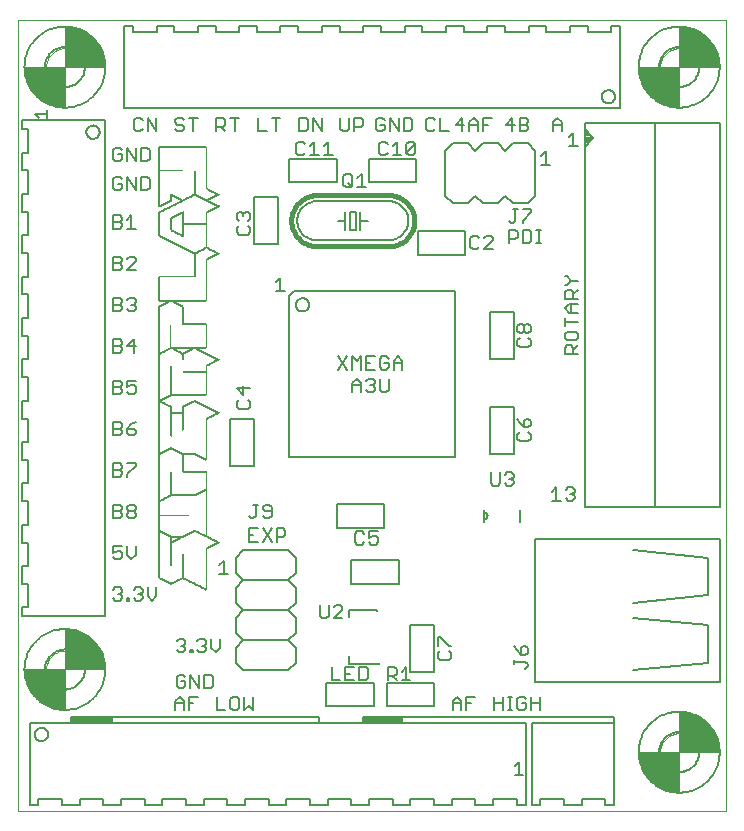
<source format=gto>
G75*
%MOIN*%
%OFA0B0*%
%FSLAX24Y24*%
%IPPOS*%
%LPD*%
%AMOC8*
5,1,8,0,0,1.08239X$1,22.5*
%
%ADD10C,0.0000*%
%ADD11C,0.0080*%
%ADD12C,0.0060*%
%ADD13C,0.0160*%
%ADD14C,0.0001*%
%ADD15R,0.1280X0.0197*%
%ADD16R,0.1378X0.0197*%
%ADD17C,0.0079*%
%ADD18R,0.0006X0.0006*%
%ADD19R,0.0006X0.0012*%
%ADD20R,0.0006X0.0018*%
%ADD21R,0.0006X0.0024*%
%ADD22R,0.0006X0.0030*%
%ADD23R,0.0006X0.0035*%
%ADD24R,0.0006X0.0041*%
%ADD25R,0.0006X0.0047*%
%ADD26R,0.0006X0.0053*%
%ADD27R,0.0006X0.0059*%
%ADD28R,0.0006X0.0065*%
%ADD29R,0.0006X0.0071*%
%ADD30R,0.0006X0.0077*%
%ADD31R,0.0006X0.1205*%
%ADD32R,0.0006X0.0219*%
%ADD33R,0.0006X0.2203*%
%ADD34R,0.0006X0.1429*%
%ADD35R,0.0006X0.0213*%
%ADD36R,0.0006X0.0803*%
%ADD37R,0.0006X0.0821*%
%ADD38R,0.0006X0.1423*%
%ADD39R,0.0006X0.1228*%
%ADD40R,0.0006X0.1199*%
%ADD41R,0.0006X0.1417*%
%ADD42R,0.0006X0.1222*%
%ADD43R,0.0006X0.2197*%
%ADD44R,0.0006X0.0797*%
%ADD45R,0.0006X0.1217*%
%ADD46R,0.0006X0.1193*%
%ADD47R,0.0006X0.0207*%
%ADD48R,0.0006X0.1406*%
%ADD49R,0.0006X0.1411*%
%ADD50R,0.0006X0.1211*%
%ADD51R,0.0006X0.2191*%
%ADD52R,0.0006X0.0791*%
%ADD53R,0.0006X0.1187*%
%ADD54R,0.0006X0.0201*%
%ADD55R,0.0006X0.1394*%
%ADD56R,0.0006X0.0827*%
%ADD57R,0.0006X0.0809*%
%ADD58R,0.0006X0.0626*%
%ADD59R,0.0006X0.0620*%
%ADD60R,0.0006X0.0839*%
%ADD61R,0.0006X0.0632*%
%ADD62R,0.0006X0.0815*%
%ADD63R,0.0006X0.0998*%
%ADD64R,0.0006X0.0992*%
%ADD65R,0.0006X0.0449*%
%ADD66R,0.0006X0.0437*%
%ADD67R,0.0006X0.0224*%
%ADD68R,0.0006X0.0230*%
%ADD69R,0.0006X0.1004*%
%ADD70R,0.0006X0.0425*%
%ADD71R,0.0006X0.0236*%
%ADD72R,0.0006X0.0242*%
%ADD73R,0.0006X0.0413*%
%ADD74R,0.0006X0.0248*%
%ADD75R,0.0006X0.9089*%
%ADD76R,0.0006X0.0419*%
%ADD77R,0.0006X0.1996*%
%ADD78R,0.0006X0.0407*%
%ADD79R,0.0006X0.2002*%
%ADD80R,0.0006X0.9077*%
%ADD81R,0.0006X0.0402*%
%ADD82R,0.0006X0.2008*%
%ADD83R,0.0006X0.9065*%
%ADD84R,0.0006X0.0396*%
%ADD85R,0.0006X0.2014*%
D10*
X000389Y000891D02*
X000389Y027269D01*
X024011Y027269D01*
X024011Y000891D01*
X000389Y000891D01*
X001589Y004340D02*
X001774Y004300D01*
X001963Y004286D01*
X001963Y005615D01*
X001333Y005615D02*
X001335Y005665D01*
X001341Y005715D01*
X001351Y005764D01*
X001365Y005812D01*
X001382Y005859D01*
X001403Y005904D01*
X001428Y005948D01*
X001456Y005989D01*
X001488Y006028D01*
X001522Y006065D01*
X001559Y006099D01*
X001599Y006129D01*
X001641Y006156D01*
X001685Y006180D01*
X001731Y006201D01*
X001778Y006217D01*
X001826Y006230D01*
X001876Y006239D01*
X001925Y006244D01*
X001976Y006245D01*
X002026Y006242D01*
X002075Y006235D01*
X002124Y006224D01*
X002172Y006209D01*
X002218Y006191D01*
X002263Y006169D01*
X002306Y006143D01*
X002347Y006114D01*
X002386Y006082D01*
X002422Y006047D01*
X002454Y006009D01*
X002484Y005969D01*
X002511Y005926D01*
X002534Y005882D01*
X002553Y005836D01*
X002569Y005788D01*
X002581Y005739D01*
X002589Y005690D01*
X002593Y005640D01*
X002593Y005590D01*
X002589Y005540D01*
X002581Y005491D01*
X002569Y005442D01*
X002553Y005394D01*
X002534Y005348D01*
X002511Y005304D01*
X002484Y005261D01*
X002454Y005221D01*
X002422Y005183D01*
X002386Y005148D01*
X002347Y005116D01*
X002306Y005087D01*
X002263Y005061D01*
X002218Y005039D01*
X002172Y005021D01*
X002124Y005006D01*
X002075Y004995D01*
X002026Y004988D01*
X001976Y004985D01*
X001925Y004986D01*
X001876Y004991D01*
X001826Y005000D01*
X001778Y005013D01*
X001731Y005029D01*
X001685Y005050D01*
X001641Y005074D01*
X001599Y005101D01*
X001559Y005131D01*
X001522Y005165D01*
X001488Y005202D01*
X001456Y005241D01*
X001428Y005282D01*
X001403Y005326D01*
X001382Y005371D01*
X001365Y005418D01*
X001351Y005466D01*
X001341Y005515D01*
X001335Y005565D01*
X001333Y005615D01*
X000688Y005241D02*
X000755Y005063D01*
X000846Y004897D01*
X000959Y004745D01*
X001093Y004611D01*
X001245Y004497D01*
X001411Y004406D01*
X001589Y004340D01*
X000688Y005241D02*
X000648Y005426D01*
X000635Y005615D01*
X001963Y005615D01*
X003292Y005615D01*
X003279Y005804D01*
X003238Y005989D01*
X003172Y006167D01*
X003081Y006333D01*
X002968Y006485D01*
X002834Y006619D01*
X002682Y006733D01*
X002515Y006824D01*
X002338Y006890D01*
X002152Y006930D01*
X001963Y006944D01*
X001963Y005615D01*
X001963Y024365D02*
X001774Y024378D01*
X001589Y024419D01*
X001411Y024485D01*
X001245Y024576D01*
X001093Y024690D01*
X000959Y024824D01*
X000846Y024975D01*
X000755Y025142D01*
X000688Y025319D01*
X000648Y025505D01*
X000635Y025694D01*
X001963Y025694D01*
X001333Y025694D02*
X001335Y025744D01*
X001341Y025794D01*
X001351Y025843D01*
X001365Y025891D01*
X001382Y025938D01*
X001403Y025983D01*
X001428Y026027D01*
X001456Y026068D01*
X001488Y026107D01*
X001522Y026144D01*
X001559Y026178D01*
X001599Y026208D01*
X001641Y026235D01*
X001685Y026259D01*
X001731Y026280D01*
X001778Y026296D01*
X001826Y026309D01*
X001876Y026318D01*
X001925Y026323D01*
X001976Y026324D01*
X002026Y026321D01*
X002075Y026314D01*
X002124Y026303D01*
X002172Y026288D01*
X002218Y026270D01*
X002263Y026248D01*
X002306Y026222D01*
X002347Y026193D01*
X002386Y026161D01*
X002422Y026126D01*
X002454Y026088D01*
X002484Y026048D01*
X002511Y026005D01*
X002534Y025961D01*
X002553Y025915D01*
X002569Y025867D01*
X002581Y025818D01*
X002589Y025769D01*
X002593Y025719D01*
X002593Y025669D01*
X002589Y025619D01*
X002581Y025570D01*
X002569Y025521D01*
X002553Y025473D01*
X002534Y025427D01*
X002511Y025383D01*
X002484Y025340D01*
X002454Y025300D01*
X002422Y025262D01*
X002386Y025227D01*
X002347Y025195D01*
X002306Y025166D01*
X002263Y025140D01*
X002218Y025118D01*
X002172Y025100D01*
X002124Y025085D01*
X002075Y025074D01*
X002026Y025067D01*
X001976Y025064D01*
X001925Y025065D01*
X001876Y025070D01*
X001826Y025079D01*
X001778Y025092D01*
X001731Y025108D01*
X001685Y025129D01*
X001641Y025153D01*
X001599Y025180D01*
X001559Y025210D01*
X001522Y025244D01*
X001488Y025281D01*
X001456Y025320D01*
X001428Y025361D01*
X001403Y025405D01*
X001382Y025450D01*
X001365Y025497D01*
X001351Y025545D01*
X001341Y025594D01*
X001335Y025644D01*
X001333Y025694D01*
X001963Y025694D02*
X001963Y024365D01*
X001963Y025694D02*
X003292Y025694D01*
X003279Y025883D01*
X003238Y026068D01*
X003172Y026246D01*
X003081Y026412D01*
X002968Y026564D01*
X002834Y026698D01*
X002682Y026812D01*
X002515Y026902D01*
X002338Y026969D01*
X002152Y027009D01*
X001963Y027022D01*
X001963Y025694D01*
X021107Y025694D02*
X021121Y025505D01*
X021161Y025319D01*
X021227Y025142D01*
X021318Y024975D01*
X021432Y024824D01*
X021566Y024690D01*
X021717Y024576D01*
X021884Y024485D01*
X022061Y024419D01*
X022247Y024378D01*
X022436Y024365D01*
X022436Y025694D01*
X021806Y025694D02*
X021808Y025744D01*
X021814Y025794D01*
X021824Y025843D01*
X021838Y025891D01*
X021855Y025938D01*
X021876Y025983D01*
X021901Y026027D01*
X021929Y026068D01*
X021961Y026107D01*
X021995Y026144D01*
X022032Y026178D01*
X022072Y026208D01*
X022114Y026235D01*
X022158Y026259D01*
X022204Y026280D01*
X022251Y026296D01*
X022299Y026309D01*
X022349Y026318D01*
X022398Y026323D01*
X022449Y026324D01*
X022499Y026321D01*
X022548Y026314D01*
X022597Y026303D01*
X022645Y026288D01*
X022691Y026270D01*
X022736Y026248D01*
X022779Y026222D01*
X022820Y026193D01*
X022859Y026161D01*
X022895Y026126D01*
X022927Y026088D01*
X022957Y026048D01*
X022984Y026005D01*
X023007Y025961D01*
X023026Y025915D01*
X023042Y025867D01*
X023054Y025818D01*
X023062Y025769D01*
X023066Y025719D01*
X023066Y025669D01*
X023062Y025619D01*
X023054Y025570D01*
X023042Y025521D01*
X023026Y025473D01*
X023007Y025427D01*
X022984Y025383D01*
X022957Y025340D01*
X022927Y025300D01*
X022895Y025262D01*
X022859Y025227D01*
X022820Y025195D01*
X022779Y025166D01*
X022736Y025140D01*
X022691Y025118D01*
X022645Y025100D01*
X022597Y025085D01*
X022548Y025074D01*
X022499Y025067D01*
X022449Y025064D01*
X022398Y025065D01*
X022349Y025070D01*
X022299Y025079D01*
X022251Y025092D01*
X022204Y025108D01*
X022158Y025129D01*
X022114Y025153D01*
X022072Y025180D01*
X022032Y025210D01*
X021995Y025244D01*
X021961Y025281D01*
X021929Y025320D01*
X021901Y025361D01*
X021876Y025405D01*
X021855Y025450D01*
X021838Y025497D01*
X021824Y025545D01*
X021814Y025594D01*
X021808Y025644D01*
X021806Y025694D01*
X022436Y025694D02*
X021107Y025694D01*
X022436Y025694D02*
X022436Y027022D01*
X022625Y027009D01*
X022810Y026969D01*
X022988Y026902D01*
X023154Y026812D01*
X023306Y026698D01*
X023440Y026564D01*
X023554Y026412D01*
X023644Y026246D01*
X023711Y026068D01*
X023751Y025883D01*
X023765Y025694D01*
X022436Y025694D01*
X022436Y004188D02*
X022625Y004174D01*
X022810Y004134D01*
X022988Y004068D01*
X023154Y003977D01*
X023306Y003863D01*
X023440Y003729D01*
X023554Y003577D01*
X023644Y003411D01*
X023711Y003233D01*
X023751Y003048D01*
X023765Y002859D01*
X022436Y002859D01*
X021806Y002859D02*
X021808Y002909D01*
X021814Y002959D01*
X021824Y003008D01*
X021838Y003056D01*
X021855Y003103D01*
X021876Y003148D01*
X021901Y003192D01*
X021929Y003233D01*
X021961Y003272D01*
X021995Y003309D01*
X022032Y003343D01*
X022072Y003373D01*
X022114Y003400D01*
X022158Y003424D01*
X022204Y003445D01*
X022251Y003461D01*
X022299Y003474D01*
X022349Y003483D01*
X022398Y003488D01*
X022449Y003489D01*
X022499Y003486D01*
X022548Y003479D01*
X022597Y003468D01*
X022645Y003453D01*
X022691Y003435D01*
X022736Y003413D01*
X022779Y003387D01*
X022820Y003358D01*
X022859Y003326D01*
X022895Y003291D01*
X022927Y003253D01*
X022957Y003213D01*
X022984Y003170D01*
X023007Y003126D01*
X023026Y003080D01*
X023042Y003032D01*
X023054Y002983D01*
X023062Y002934D01*
X023066Y002884D01*
X023066Y002834D01*
X023062Y002784D01*
X023054Y002735D01*
X023042Y002686D01*
X023026Y002638D01*
X023007Y002592D01*
X022984Y002548D01*
X022957Y002505D01*
X022927Y002465D01*
X022895Y002427D01*
X022859Y002392D01*
X022820Y002360D01*
X022779Y002331D01*
X022736Y002305D01*
X022691Y002283D01*
X022645Y002265D01*
X022597Y002250D01*
X022548Y002239D01*
X022499Y002232D01*
X022449Y002229D01*
X022398Y002230D01*
X022349Y002235D01*
X022299Y002244D01*
X022251Y002257D01*
X022204Y002273D01*
X022158Y002294D01*
X022114Y002318D01*
X022072Y002345D01*
X022032Y002375D01*
X021995Y002409D01*
X021961Y002446D01*
X021929Y002485D01*
X021901Y002526D01*
X021876Y002570D01*
X021855Y002615D01*
X021838Y002662D01*
X021824Y002710D01*
X021814Y002759D01*
X021808Y002809D01*
X021806Y002859D01*
X022436Y002859D02*
X021107Y002859D01*
X021121Y002670D01*
X021161Y002485D01*
X021227Y002307D01*
X021318Y002141D01*
X021432Y001989D01*
X021566Y001855D01*
X021717Y001741D01*
X021884Y001650D01*
X022061Y001584D01*
X022247Y001544D01*
X022436Y001530D01*
X022436Y002859D01*
X022436Y004188D01*
D11*
X021767Y002859D02*
X021769Y002910D01*
X021775Y002961D01*
X021785Y003011D01*
X021798Y003061D01*
X021816Y003109D01*
X021836Y003156D01*
X021861Y003201D01*
X021889Y003244D01*
X021920Y003285D01*
X021954Y003323D01*
X021991Y003358D01*
X022030Y003391D01*
X022072Y003421D01*
X022116Y003447D01*
X022162Y003469D01*
X022210Y003489D01*
X022259Y003504D01*
X022309Y003516D01*
X022359Y003524D01*
X022410Y003528D01*
X022462Y003528D01*
X022513Y003524D01*
X022563Y003516D01*
X022613Y003504D01*
X022662Y003489D01*
X022710Y003469D01*
X022756Y003447D01*
X022800Y003421D01*
X022842Y003391D01*
X022881Y003358D01*
X022918Y003323D01*
X022952Y003285D01*
X022983Y003244D01*
X023011Y003201D01*
X023036Y003156D01*
X023056Y003109D01*
X023074Y003061D01*
X023087Y003011D01*
X023097Y002961D01*
X023103Y002910D01*
X023105Y002859D01*
X023103Y002808D01*
X023097Y002757D01*
X023087Y002707D01*
X023074Y002657D01*
X023056Y002609D01*
X023036Y002562D01*
X023011Y002517D01*
X022983Y002474D01*
X022952Y002433D01*
X022918Y002395D01*
X022881Y002360D01*
X022842Y002327D01*
X022800Y002297D01*
X022756Y002271D01*
X022710Y002249D01*
X022662Y002229D01*
X022613Y002214D01*
X022563Y002202D01*
X022513Y002194D01*
X022462Y002190D01*
X022410Y002190D01*
X022359Y002194D01*
X022309Y002202D01*
X022259Y002214D01*
X022210Y002229D01*
X022162Y002249D01*
X022116Y002271D01*
X022072Y002297D01*
X022030Y002327D01*
X021991Y002360D01*
X021954Y002395D01*
X021920Y002433D01*
X021889Y002474D01*
X021861Y002517D01*
X021836Y002562D01*
X021816Y002609D01*
X021798Y002657D01*
X021785Y002707D01*
X021775Y002757D01*
X021769Y002808D01*
X021767Y002859D01*
X021086Y002859D02*
X021088Y002932D01*
X021094Y003005D01*
X021104Y003077D01*
X021118Y003149D01*
X021135Y003220D01*
X021157Y003290D01*
X021182Y003359D01*
X021211Y003426D01*
X021243Y003491D01*
X021279Y003555D01*
X021319Y003617D01*
X021361Y003676D01*
X021407Y003733D01*
X021456Y003787D01*
X021508Y003839D01*
X021562Y003888D01*
X021619Y003934D01*
X021678Y003976D01*
X021740Y004016D01*
X021804Y004052D01*
X021869Y004084D01*
X021936Y004113D01*
X022005Y004138D01*
X022075Y004160D01*
X022146Y004177D01*
X022218Y004191D01*
X022290Y004201D01*
X022363Y004207D01*
X022436Y004209D01*
X022509Y004207D01*
X022582Y004201D01*
X022654Y004191D01*
X022726Y004177D01*
X022797Y004160D01*
X022867Y004138D01*
X022936Y004113D01*
X023003Y004084D01*
X023068Y004052D01*
X023132Y004016D01*
X023194Y003976D01*
X023253Y003934D01*
X023310Y003888D01*
X023364Y003839D01*
X023416Y003787D01*
X023465Y003733D01*
X023511Y003676D01*
X023553Y003617D01*
X023593Y003555D01*
X023629Y003491D01*
X023661Y003426D01*
X023690Y003359D01*
X023715Y003290D01*
X023737Y003220D01*
X023754Y003149D01*
X023768Y003077D01*
X023778Y003005D01*
X023784Y002932D01*
X023786Y002859D01*
X023784Y002786D01*
X023778Y002713D01*
X023768Y002641D01*
X023754Y002569D01*
X023737Y002498D01*
X023715Y002428D01*
X023690Y002359D01*
X023661Y002292D01*
X023629Y002227D01*
X023593Y002163D01*
X023553Y002101D01*
X023511Y002042D01*
X023465Y001985D01*
X023416Y001931D01*
X023364Y001879D01*
X023310Y001830D01*
X023253Y001784D01*
X023194Y001742D01*
X023132Y001702D01*
X023068Y001666D01*
X023003Y001634D01*
X022936Y001605D01*
X022867Y001580D01*
X022797Y001558D01*
X022726Y001541D01*
X022654Y001527D01*
X022582Y001517D01*
X022509Y001511D01*
X022436Y001509D01*
X022363Y001511D01*
X022290Y001517D01*
X022218Y001527D01*
X022146Y001541D01*
X022075Y001558D01*
X022005Y001580D01*
X021936Y001605D01*
X021869Y001634D01*
X021804Y001666D01*
X021740Y001702D01*
X021678Y001742D01*
X021619Y001784D01*
X021562Y001830D01*
X021508Y001879D01*
X021456Y001931D01*
X021407Y001985D01*
X021361Y002042D01*
X021319Y002101D01*
X021279Y002163D01*
X021243Y002227D01*
X021211Y002292D01*
X021182Y002359D01*
X021157Y002428D01*
X021135Y002498D01*
X021118Y002569D01*
X021104Y002641D01*
X021094Y002713D01*
X021088Y002786D01*
X021086Y002859D01*
X020270Y003843D02*
X020270Y004040D01*
X013184Y004040D01*
X013184Y003843D01*
X013184Y004040D02*
X011904Y004040D01*
X011904Y003843D01*
X010428Y003843D02*
X010428Y004040D01*
X003538Y004040D01*
X003538Y003843D01*
X003637Y003843D01*
X003538Y004040D02*
X002160Y004040D01*
X002160Y003843D01*
X000956Y003450D02*
X000958Y003479D01*
X000964Y003508D01*
X000973Y003536D01*
X000987Y003562D01*
X001003Y003586D01*
X001023Y003608D01*
X001046Y003627D01*
X001070Y003643D01*
X001097Y003655D01*
X001125Y003664D01*
X001154Y003669D01*
X001183Y003670D01*
X001213Y003667D01*
X001241Y003660D01*
X001269Y003650D01*
X001294Y003635D01*
X001318Y003618D01*
X001339Y003598D01*
X001357Y003575D01*
X001372Y003549D01*
X001384Y003522D01*
X001392Y003494D01*
X001396Y003465D01*
X001396Y003435D01*
X001392Y003406D01*
X001384Y003378D01*
X001372Y003351D01*
X001357Y003325D01*
X001339Y003302D01*
X001318Y003282D01*
X001294Y003265D01*
X001269Y003250D01*
X001241Y003240D01*
X001213Y003233D01*
X001183Y003230D01*
X001154Y003231D01*
X001125Y003236D01*
X001097Y003245D01*
X001070Y003257D01*
X001046Y003273D01*
X001023Y003292D01*
X001003Y003314D01*
X000987Y003338D01*
X000973Y003364D01*
X000964Y003392D01*
X000958Y003421D01*
X000956Y003450D01*
X000782Y003843D02*
X000782Y001087D01*
X001078Y001087D01*
X001078Y001284D01*
X001865Y001284D01*
X001865Y001087D01*
X002456Y001087D01*
X002456Y001284D01*
X003243Y001284D01*
X003243Y001087D01*
X003833Y001087D01*
X003833Y001284D01*
X004621Y001284D01*
X004621Y001087D01*
X005211Y001087D01*
X005211Y001284D01*
X005999Y001284D01*
X005999Y001087D01*
X006589Y001087D01*
X006589Y001284D01*
X007377Y001284D01*
X007377Y001087D01*
X007967Y001087D01*
X007967Y001284D01*
X008755Y001284D01*
X008755Y001087D01*
X009345Y001087D01*
X009345Y001284D01*
X010133Y001284D01*
X010133Y001087D01*
X010723Y001087D01*
X010723Y001284D01*
X011511Y001284D01*
X011511Y001087D01*
X012101Y001087D01*
X012101Y001284D01*
X012889Y001284D01*
X012889Y001087D01*
X013479Y001087D01*
X013479Y001284D01*
X014267Y001284D01*
X014267Y001087D01*
X014857Y001087D01*
X014857Y001284D01*
X015644Y001284D01*
X015644Y001087D01*
X016235Y001087D01*
X016235Y001284D01*
X017022Y001284D01*
X017022Y001087D01*
X017318Y001087D01*
X017318Y003843D01*
X000782Y003843D01*
X001294Y005615D02*
X001296Y005666D01*
X001302Y005717D01*
X001312Y005767D01*
X001325Y005817D01*
X001343Y005865D01*
X001363Y005912D01*
X001388Y005957D01*
X001416Y006000D01*
X001447Y006041D01*
X001481Y006079D01*
X001518Y006114D01*
X001557Y006147D01*
X001599Y006177D01*
X001643Y006203D01*
X001689Y006225D01*
X001737Y006245D01*
X001786Y006260D01*
X001836Y006272D01*
X001886Y006280D01*
X001937Y006284D01*
X001989Y006284D01*
X002040Y006280D01*
X002090Y006272D01*
X002140Y006260D01*
X002189Y006245D01*
X002237Y006225D01*
X002283Y006203D01*
X002327Y006177D01*
X002369Y006147D01*
X002408Y006114D01*
X002445Y006079D01*
X002479Y006041D01*
X002510Y006000D01*
X002538Y005957D01*
X002563Y005912D01*
X002583Y005865D01*
X002601Y005817D01*
X002614Y005767D01*
X002624Y005717D01*
X002630Y005666D01*
X002632Y005615D01*
X002630Y005564D01*
X002624Y005513D01*
X002614Y005463D01*
X002601Y005413D01*
X002583Y005365D01*
X002563Y005318D01*
X002538Y005273D01*
X002510Y005230D01*
X002479Y005189D01*
X002445Y005151D01*
X002408Y005116D01*
X002369Y005083D01*
X002327Y005053D01*
X002283Y005027D01*
X002237Y005005D01*
X002189Y004985D01*
X002140Y004970D01*
X002090Y004958D01*
X002040Y004950D01*
X001989Y004946D01*
X001937Y004946D01*
X001886Y004950D01*
X001836Y004958D01*
X001786Y004970D01*
X001737Y004985D01*
X001689Y005005D01*
X001643Y005027D01*
X001599Y005053D01*
X001557Y005083D01*
X001518Y005116D01*
X001481Y005151D01*
X001447Y005189D01*
X001416Y005230D01*
X001388Y005273D01*
X001363Y005318D01*
X001343Y005365D01*
X001325Y005413D01*
X001312Y005463D01*
X001302Y005513D01*
X001296Y005564D01*
X001294Y005615D01*
X000613Y005615D02*
X000615Y005688D01*
X000621Y005761D01*
X000631Y005833D01*
X000645Y005905D01*
X000662Y005976D01*
X000684Y006046D01*
X000709Y006115D01*
X000738Y006182D01*
X000770Y006247D01*
X000806Y006311D01*
X000846Y006373D01*
X000888Y006432D01*
X000934Y006489D01*
X000983Y006543D01*
X001035Y006595D01*
X001089Y006644D01*
X001146Y006690D01*
X001205Y006732D01*
X001267Y006772D01*
X001331Y006808D01*
X001396Y006840D01*
X001463Y006869D01*
X001532Y006894D01*
X001602Y006916D01*
X001673Y006933D01*
X001745Y006947D01*
X001817Y006957D01*
X001890Y006963D01*
X001963Y006965D01*
X002036Y006963D01*
X002109Y006957D01*
X002181Y006947D01*
X002253Y006933D01*
X002324Y006916D01*
X002394Y006894D01*
X002463Y006869D01*
X002530Y006840D01*
X002595Y006808D01*
X002659Y006772D01*
X002721Y006732D01*
X002780Y006690D01*
X002837Y006644D01*
X002891Y006595D01*
X002943Y006543D01*
X002992Y006489D01*
X003038Y006432D01*
X003080Y006373D01*
X003120Y006311D01*
X003156Y006247D01*
X003188Y006182D01*
X003217Y006115D01*
X003242Y006046D01*
X003264Y005976D01*
X003281Y005905D01*
X003295Y005833D01*
X003305Y005761D01*
X003311Y005688D01*
X003313Y005615D01*
X003311Y005542D01*
X003305Y005469D01*
X003295Y005397D01*
X003281Y005325D01*
X003264Y005254D01*
X003242Y005184D01*
X003217Y005115D01*
X003188Y005048D01*
X003156Y004983D01*
X003120Y004919D01*
X003080Y004857D01*
X003038Y004798D01*
X002992Y004741D01*
X002943Y004687D01*
X002891Y004635D01*
X002837Y004586D01*
X002780Y004540D01*
X002721Y004498D01*
X002659Y004458D01*
X002595Y004422D01*
X002530Y004390D01*
X002463Y004361D01*
X002394Y004336D01*
X002324Y004314D01*
X002253Y004297D01*
X002181Y004283D01*
X002109Y004273D01*
X002036Y004267D01*
X001963Y004265D01*
X001890Y004267D01*
X001817Y004273D01*
X001745Y004283D01*
X001673Y004297D01*
X001602Y004314D01*
X001532Y004336D01*
X001463Y004361D01*
X001396Y004390D01*
X001331Y004422D01*
X001267Y004458D01*
X001205Y004498D01*
X001146Y004540D01*
X001089Y004586D01*
X001035Y004635D01*
X000983Y004687D01*
X000934Y004741D01*
X000888Y004798D01*
X000846Y004857D01*
X000806Y004919D01*
X000770Y004983D01*
X000738Y005048D01*
X000709Y005115D01*
X000684Y005184D01*
X000662Y005254D01*
X000645Y005325D01*
X000631Y005397D01*
X000621Y005469D01*
X000615Y005542D01*
X000613Y005615D01*
X000536Y007387D02*
X000536Y007682D01*
X000733Y007682D01*
X000733Y008469D01*
X000536Y008469D01*
X000536Y009060D01*
X000733Y009060D01*
X000733Y009847D01*
X000536Y009847D01*
X000536Y010438D01*
X000733Y010438D01*
X000733Y011225D01*
X000536Y011225D01*
X000536Y011816D01*
X000733Y011816D01*
X000733Y012603D01*
X000536Y012603D01*
X000536Y013194D01*
X000733Y013194D01*
X000733Y013981D01*
X000536Y013981D01*
X000536Y014572D01*
X000733Y014572D01*
X000733Y015359D01*
X000536Y015359D01*
X000536Y015950D01*
X000733Y015950D01*
X000733Y016737D01*
X000536Y016737D01*
X000536Y017328D01*
X000733Y017328D01*
X000733Y018115D01*
X000536Y018115D01*
X000536Y018706D01*
X000733Y018706D01*
X000733Y019493D01*
X000536Y019493D01*
X000536Y020083D01*
X000733Y020083D01*
X000733Y020871D01*
X000536Y020871D01*
X000536Y021461D01*
X000733Y021461D01*
X000733Y022249D01*
X000536Y022249D01*
X000536Y022839D01*
X000733Y022839D01*
X000733Y023627D01*
X000536Y023627D01*
X000536Y023922D01*
X003292Y023922D01*
X003292Y007387D01*
X000536Y007387D01*
X007656Y007333D02*
X007656Y006833D01*
X007906Y006583D01*
X007656Y006333D01*
X007656Y005833D01*
X007906Y005583D01*
X009406Y005583D01*
X009656Y005833D01*
X009656Y006333D01*
X009406Y006583D01*
X007906Y006583D01*
X007656Y007333D02*
X007906Y007583D01*
X009406Y007583D01*
X009656Y007333D01*
X009656Y006833D01*
X009406Y006583D01*
X009406Y007583D02*
X009656Y007833D01*
X009656Y008333D01*
X009406Y008583D01*
X007906Y008583D01*
X007656Y008333D01*
X007656Y007833D01*
X007906Y007583D01*
X007906Y008583D02*
X007656Y008833D01*
X007656Y009333D01*
X007906Y009583D01*
X009406Y009583D01*
X009656Y009333D01*
X009656Y008833D01*
X009406Y008583D01*
X011432Y007603D02*
X011432Y007367D01*
X011432Y007603D02*
X012377Y007603D01*
X012377Y007564D01*
X011432Y006068D02*
X011432Y005792D01*
X012416Y005792D01*
X012416Y005831D01*
X010428Y003843D02*
X010330Y003843D01*
X015930Y010523D02*
X015930Y010613D01*
X015930Y010853D01*
X015930Y010943D01*
X015930Y010853D02*
X015951Y010851D01*
X015971Y010846D01*
X015990Y010837D01*
X016007Y010825D01*
X016022Y010810D01*
X016034Y010793D01*
X016043Y010774D01*
X016048Y010754D01*
X016050Y010733D01*
X016048Y010712D01*
X016043Y010692D01*
X016034Y010673D01*
X016022Y010656D01*
X016007Y010641D01*
X015990Y010629D01*
X015971Y010620D01*
X015951Y010615D01*
X015930Y010613D01*
X017130Y010523D02*
X017130Y010943D01*
X017630Y009953D02*
X023790Y009953D01*
X023808Y009946D02*
X023808Y005216D01*
X023800Y005213D02*
X017620Y005213D01*
X017618Y005216D02*
X017618Y009946D01*
X019286Y011028D02*
X019286Y023824D01*
X021648Y023824D01*
X023814Y023824D01*
X023814Y011028D01*
X021648Y011028D01*
X019286Y011028D01*
X020893Y009583D02*
X023393Y009333D01*
X023393Y008083D01*
X020893Y007833D01*
X020893Y007333D02*
X023393Y007083D01*
X023393Y005833D01*
X020893Y005583D01*
X020270Y003843D02*
X017515Y003843D01*
X017515Y001087D01*
X017810Y001087D01*
X017810Y001284D01*
X018597Y001284D01*
X018597Y001087D01*
X019188Y001087D01*
X019188Y001284D01*
X019975Y001284D01*
X019975Y001087D01*
X020270Y001087D01*
X020270Y003843D01*
X017244Y002112D02*
X016964Y002112D01*
X017104Y002112D02*
X017104Y002532D01*
X016964Y002392D01*
X021648Y011028D02*
X021648Y023824D01*
X020467Y024316D02*
X020467Y027072D01*
X020172Y027072D01*
X020172Y026875D01*
X019385Y026875D01*
X019385Y027072D01*
X018794Y027072D01*
X018794Y026875D01*
X018007Y026875D01*
X018007Y027072D01*
X017416Y027072D01*
X017416Y026875D01*
X016629Y026875D01*
X016629Y027072D01*
X016038Y027072D01*
X016038Y026875D01*
X015251Y026875D01*
X015251Y027072D01*
X014660Y027072D01*
X014660Y026875D01*
X013873Y026875D01*
X013873Y027072D01*
X013282Y027072D01*
X013282Y026875D01*
X012495Y026875D01*
X012495Y027072D01*
X011904Y027072D01*
X011904Y026875D01*
X011117Y026875D01*
X011117Y027072D01*
X010526Y027072D01*
X010526Y026875D01*
X009739Y026875D01*
X009739Y027072D01*
X009148Y027072D01*
X009148Y026875D01*
X008361Y026875D01*
X008361Y027072D01*
X007770Y027072D01*
X007770Y026875D01*
X006983Y026875D01*
X006983Y027072D01*
X006393Y027072D01*
X006393Y026875D01*
X005605Y026875D01*
X005605Y027072D01*
X005015Y027072D01*
X005015Y026875D01*
X004227Y026875D01*
X004227Y027072D01*
X003932Y027072D01*
X003932Y024316D01*
X020467Y024316D01*
X019854Y024709D02*
X019856Y024738D01*
X019862Y024767D01*
X019871Y024795D01*
X019885Y024821D01*
X019901Y024845D01*
X019921Y024867D01*
X019944Y024886D01*
X019968Y024902D01*
X019995Y024914D01*
X020023Y024923D01*
X020052Y024928D01*
X020081Y024929D01*
X020111Y024926D01*
X020139Y024919D01*
X020167Y024909D01*
X020192Y024894D01*
X020216Y024877D01*
X020237Y024857D01*
X020255Y024834D01*
X020270Y024808D01*
X020282Y024781D01*
X020290Y024753D01*
X020294Y024724D01*
X020294Y024694D01*
X020290Y024665D01*
X020282Y024637D01*
X020270Y024610D01*
X020255Y024584D01*
X020237Y024561D01*
X020216Y024541D01*
X020192Y024524D01*
X020167Y024509D01*
X020139Y024499D01*
X020111Y024492D01*
X020081Y024489D01*
X020052Y024490D01*
X020023Y024495D01*
X019995Y024504D01*
X019968Y024516D01*
X019944Y024532D01*
X019921Y024551D01*
X019901Y024573D01*
X019885Y024597D01*
X019871Y024623D01*
X019862Y024651D01*
X019856Y024680D01*
X019854Y024709D01*
X019286Y023627D02*
X019286Y023036D01*
X019581Y023331D01*
X019286Y023627D01*
X019286Y023577D02*
X019336Y023577D01*
X019286Y023499D02*
X019414Y023499D01*
X019493Y023420D02*
X019286Y023420D01*
X019286Y023342D02*
X019571Y023342D01*
X019513Y023263D02*
X019286Y023263D01*
X019286Y023185D02*
X019435Y023185D01*
X019356Y023106D02*
X019286Y023106D01*
X017637Y022900D02*
X017637Y021400D01*
X017387Y021150D01*
X016887Y021150D01*
X016637Y021400D01*
X016387Y021150D01*
X015887Y021150D01*
X015637Y021400D01*
X015387Y021150D01*
X014887Y021150D01*
X014637Y021400D01*
X014637Y022900D01*
X014887Y023150D01*
X015387Y023150D01*
X015637Y022900D01*
X015887Y023150D01*
X016387Y023150D01*
X016637Y022900D01*
X016887Y023150D01*
X017387Y023150D01*
X017637Y022900D01*
X014970Y018228D02*
X009600Y018228D01*
X009430Y018057D01*
X009430Y012687D01*
X014970Y012687D01*
X014970Y018228D01*
X012760Y019926D02*
X010360Y019926D01*
X010310Y019928D01*
X010261Y019934D01*
X010212Y019943D01*
X010164Y019956D01*
X010117Y019973D01*
X010072Y019993D01*
X010028Y020017D01*
X009986Y020044D01*
X009946Y020075D01*
X009909Y020108D01*
X009875Y020144D01*
X009843Y020182D01*
X009814Y020223D01*
X009789Y020265D01*
X009767Y020310D01*
X009748Y020356D01*
X009733Y020404D01*
X009722Y020452D01*
X009714Y020501D01*
X009710Y020551D01*
X009710Y020601D01*
X009714Y020651D01*
X009722Y020700D01*
X009733Y020748D01*
X009748Y020796D01*
X009767Y020842D01*
X009789Y020887D01*
X009814Y020929D01*
X009843Y020970D01*
X009875Y021008D01*
X009909Y021044D01*
X009946Y021077D01*
X009986Y021108D01*
X010028Y021135D01*
X010072Y021159D01*
X010117Y021179D01*
X010164Y021196D01*
X010212Y021209D01*
X010261Y021218D01*
X010310Y021224D01*
X010360Y021226D01*
X012760Y021226D01*
X012810Y021224D01*
X012859Y021218D01*
X012908Y021209D01*
X012956Y021196D01*
X013003Y021179D01*
X013048Y021159D01*
X013092Y021135D01*
X013134Y021108D01*
X013174Y021077D01*
X013211Y021044D01*
X013245Y021008D01*
X013277Y020970D01*
X013306Y020929D01*
X013331Y020887D01*
X013353Y020842D01*
X013372Y020796D01*
X013387Y020748D01*
X013398Y020700D01*
X013406Y020651D01*
X013410Y020601D01*
X013410Y020551D01*
X013406Y020501D01*
X013398Y020452D01*
X013387Y020404D01*
X013372Y020356D01*
X013353Y020310D01*
X013331Y020265D01*
X013306Y020223D01*
X013277Y020182D01*
X013245Y020144D01*
X013211Y020108D01*
X013174Y020075D01*
X013134Y020044D01*
X013092Y020017D01*
X013048Y019993D01*
X013003Y019973D01*
X012956Y019956D01*
X012908Y019943D01*
X012859Y019934D01*
X012810Y019928D01*
X012760Y019926D01*
X012060Y020576D02*
X011810Y020576D01*
X011810Y020876D01*
X011660Y020876D02*
X011660Y020276D01*
X011460Y020276D01*
X011460Y020876D01*
X011660Y020876D01*
X011810Y020576D02*
X011810Y020276D01*
X011310Y020276D02*
X011310Y020576D01*
X011060Y020576D01*
X011310Y020576D02*
X011310Y020876D01*
X009665Y017772D02*
X009667Y017801D01*
X009673Y017830D01*
X009682Y017858D01*
X009696Y017884D01*
X009712Y017908D01*
X009732Y017930D01*
X009755Y017949D01*
X009779Y017965D01*
X009806Y017977D01*
X009834Y017986D01*
X009863Y017991D01*
X009892Y017992D01*
X009922Y017989D01*
X009950Y017982D01*
X009978Y017972D01*
X010003Y017957D01*
X010027Y017940D01*
X010048Y017920D01*
X010066Y017897D01*
X010081Y017871D01*
X010093Y017844D01*
X010101Y017816D01*
X010105Y017787D01*
X010105Y017757D01*
X010101Y017728D01*
X010093Y017700D01*
X010081Y017673D01*
X010066Y017647D01*
X010048Y017624D01*
X010027Y017604D01*
X010003Y017587D01*
X009978Y017572D01*
X009950Y017562D01*
X009922Y017555D01*
X009892Y017552D01*
X009863Y017553D01*
X009834Y017558D01*
X009806Y017567D01*
X009779Y017579D01*
X009755Y017595D01*
X009732Y017614D01*
X009712Y017636D01*
X009696Y017660D01*
X009682Y017686D01*
X009673Y017714D01*
X009667Y017743D01*
X009665Y017772D01*
X002678Y023528D02*
X002680Y023557D01*
X002686Y023586D01*
X002695Y023614D01*
X002709Y023640D01*
X002725Y023664D01*
X002745Y023686D01*
X002768Y023705D01*
X002792Y023721D01*
X002819Y023733D01*
X002847Y023742D01*
X002876Y023747D01*
X002905Y023748D01*
X002935Y023745D01*
X002963Y023738D01*
X002991Y023728D01*
X003016Y023713D01*
X003040Y023696D01*
X003061Y023676D01*
X003079Y023653D01*
X003094Y023627D01*
X003106Y023600D01*
X003114Y023572D01*
X003118Y023543D01*
X003118Y023513D01*
X003114Y023484D01*
X003106Y023456D01*
X003094Y023429D01*
X003079Y023403D01*
X003061Y023380D01*
X003040Y023360D01*
X003016Y023343D01*
X002991Y023328D01*
X002963Y023318D01*
X002935Y023311D01*
X002905Y023308D01*
X002876Y023309D01*
X002847Y023314D01*
X002819Y023323D01*
X002792Y023335D01*
X002768Y023351D01*
X002745Y023370D01*
X002725Y023392D01*
X002709Y023416D01*
X002695Y023442D01*
X002686Y023470D01*
X002680Y023499D01*
X002678Y023528D01*
X001374Y023984D02*
X001374Y024264D01*
X001374Y024124D02*
X000954Y024124D01*
X001094Y023984D01*
X001294Y025694D02*
X001296Y025745D01*
X001302Y025796D01*
X001312Y025846D01*
X001325Y025896D01*
X001343Y025944D01*
X001363Y025991D01*
X001388Y026036D01*
X001416Y026079D01*
X001447Y026120D01*
X001481Y026158D01*
X001518Y026193D01*
X001557Y026226D01*
X001599Y026256D01*
X001643Y026282D01*
X001689Y026304D01*
X001737Y026324D01*
X001786Y026339D01*
X001836Y026351D01*
X001886Y026359D01*
X001937Y026363D01*
X001989Y026363D01*
X002040Y026359D01*
X002090Y026351D01*
X002140Y026339D01*
X002189Y026324D01*
X002237Y026304D01*
X002283Y026282D01*
X002327Y026256D01*
X002369Y026226D01*
X002408Y026193D01*
X002445Y026158D01*
X002479Y026120D01*
X002510Y026079D01*
X002538Y026036D01*
X002563Y025991D01*
X002583Y025944D01*
X002601Y025896D01*
X002614Y025846D01*
X002624Y025796D01*
X002630Y025745D01*
X002632Y025694D01*
X002630Y025643D01*
X002624Y025592D01*
X002614Y025542D01*
X002601Y025492D01*
X002583Y025444D01*
X002563Y025397D01*
X002538Y025352D01*
X002510Y025309D01*
X002479Y025268D01*
X002445Y025230D01*
X002408Y025195D01*
X002369Y025162D01*
X002327Y025132D01*
X002283Y025106D01*
X002237Y025084D01*
X002189Y025064D01*
X002140Y025049D01*
X002090Y025037D01*
X002040Y025029D01*
X001989Y025025D01*
X001937Y025025D01*
X001886Y025029D01*
X001836Y025037D01*
X001786Y025049D01*
X001737Y025064D01*
X001689Y025084D01*
X001643Y025106D01*
X001599Y025132D01*
X001557Y025162D01*
X001518Y025195D01*
X001481Y025230D01*
X001447Y025268D01*
X001416Y025309D01*
X001388Y025352D01*
X001363Y025397D01*
X001343Y025444D01*
X001325Y025492D01*
X001312Y025542D01*
X001302Y025592D01*
X001296Y025643D01*
X001294Y025694D01*
X000613Y025694D02*
X000615Y025767D01*
X000621Y025840D01*
X000631Y025912D01*
X000645Y025984D01*
X000662Y026055D01*
X000684Y026125D01*
X000709Y026194D01*
X000738Y026261D01*
X000770Y026326D01*
X000806Y026390D01*
X000846Y026452D01*
X000888Y026511D01*
X000934Y026568D01*
X000983Y026622D01*
X001035Y026674D01*
X001089Y026723D01*
X001146Y026769D01*
X001205Y026811D01*
X001267Y026851D01*
X001331Y026887D01*
X001396Y026919D01*
X001463Y026948D01*
X001532Y026973D01*
X001602Y026995D01*
X001673Y027012D01*
X001745Y027026D01*
X001817Y027036D01*
X001890Y027042D01*
X001963Y027044D01*
X002036Y027042D01*
X002109Y027036D01*
X002181Y027026D01*
X002253Y027012D01*
X002324Y026995D01*
X002394Y026973D01*
X002463Y026948D01*
X002530Y026919D01*
X002595Y026887D01*
X002659Y026851D01*
X002721Y026811D01*
X002780Y026769D01*
X002837Y026723D01*
X002891Y026674D01*
X002943Y026622D01*
X002992Y026568D01*
X003038Y026511D01*
X003080Y026452D01*
X003120Y026390D01*
X003156Y026326D01*
X003188Y026261D01*
X003217Y026194D01*
X003242Y026125D01*
X003264Y026055D01*
X003281Y025984D01*
X003295Y025912D01*
X003305Y025840D01*
X003311Y025767D01*
X003313Y025694D01*
X003311Y025621D01*
X003305Y025548D01*
X003295Y025476D01*
X003281Y025404D01*
X003264Y025333D01*
X003242Y025263D01*
X003217Y025194D01*
X003188Y025127D01*
X003156Y025062D01*
X003120Y024998D01*
X003080Y024936D01*
X003038Y024877D01*
X002992Y024820D01*
X002943Y024766D01*
X002891Y024714D01*
X002837Y024665D01*
X002780Y024619D01*
X002721Y024577D01*
X002659Y024537D01*
X002595Y024501D01*
X002530Y024469D01*
X002463Y024440D01*
X002394Y024415D01*
X002324Y024393D01*
X002253Y024376D01*
X002181Y024362D01*
X002109Y024352D01*
X002036Y024346D01*
X001963Y024344D01*
X001890Y024346D01*
X001817Y024352D01*
X001745Y024362D01*
X001673Y024376D01*
X001602Y024393D01*
X001532Y024415D01*
X001463Y024440D01*
X001396Y024469D01*
X001331Y024501D01*
X001267Y024537D01*
X001205Y024577D01*
X001146Y024619D01*
X001089Y024665D01*
X001035Y024714D01*
X000983Y024766D01*
X000934Y024820D01*
X000888Y024877D01*
X000846Y024936D01*
X000806Y024998D01*
X000770Y025062D01*
X000738Y025127D01*
X000709Y025194D01*
X000684Y025263D01*
X000662Y025333D01*
X000645Y025404D01*
X000631Y025476D01*
X000621Y025548D01*
X000615Y025621D01*
X000613Y025694D01*
X021767Y025694D02*
X021769Y025745D01*
X021775Y025796D01*
X021785Y025846D01*
X021798Y025896D01*
X021816Y025944D01*
X021836Y025991D01*
X021861Y026036D01*
X021889Y026079D01*
X021920Y026120D01*
X021954Y026158D01*
X021991Y026193D01*
X022030Y026226D01*
X022072Y026256D01*
X022116Y026282D01*
X022162Y026304D01*
X022210Y026324D01*
X022259Y026339D01*
X022309Y026351D01*
X022359Y026359D01*
X022410Y026363D01*
X022462Y026363D01*
X022513Y026359D01*
X022563Y026351D01*
X022613Y026339D01*
X022662Y026324D01*
X022710Y026304D01*
X022756Y026282D01*
X022800Y026256D01*
X022842Y026226D01*
X022881Y026193D01*
X022918Y026158D01*
X022952Y026120D01*
X022983Y026079D01*
X023011Y026036D01*
X023036Y025991D01*
X023056Y025944D01*
X023074Y025896D01*
X023087Y025846D01*
X023097Y025796D01*
X023103Y025745D01*
X023105Y025694D01*
X023103Y025643D01*
X023097Y025592D01*
X023087Y025542D01*
X023074Y025492D01*
X023056Y025444D01*
X023036Y025397D01*
X023011Y025352D01*
X022983Y025309D01*
X022952Y025268D01*
X022918Y025230D01*
X022881Y025195D01*
X022842Y025162D01*
X022800Y025132D01*
X022756Y025106D01*
X022710Y025084D01*
X022662Y025064D01*
X022613Y025049D01*
X022563Y025037D01*
X022513Y025029D01*
X022462Y025025D01*
X022410Y025025D01*
X022359Y025029D01*
X022309Y025037D01*
X022259Y025049D01*
X022210Y025064D01*
X022162Y025084D01*
X022116Y025106D01*
X022072Y025132D01*
X022030Y025162D01*
X021991Y025195D01*
X021954Y025230D01*
X021920Y025268D01*
X021889Y025309D01*
X021861Y025352D01*
X021836Y025397D01*
X021816Y025444D01*
X021798Y025492D01*
X021785Y025542D01*
X021775Y025592D01*
X021769Y025643D01*
X021767Y025694D01*
X021086Y025694D02*
X021088Y025767D01*
X021094Y025840D01*
X021104Y025912D01*
X021118Y025984D01*
X021135Y026055D01*
X021157Y026125D01*
X021182Y026194D01*
X021211Y026261D01*
X021243Y026326D01*
X021279Y026390D01*
X021319Y026452D01*
X021361Y026511D01*
X021407Y026568D01*
X021456Y026622D01*
X021508Y026674D01*
X021562Y026723D01*
X021619Y026769D01*
X021678Y026811D01*
X021740Y026851D01*
X021804Y026887D01*
X021869Y026919D01*
X021936Y026948D01*
X022005Y026973D01*
X022075Y026995D01*
X022146Y027012D01*
X022218Y027026D01*
X022290Y027036D01*
X022363Y027042D01*
X022436Y027044D01*
X022509Y027042D01*
X022582Y027036D01*
X022654Y027026D01*
X022726Y027012D01*
X022797Y026995D01*
X022867Y026973D01*
X022936Y026948D01*
X023003Y026919D01*
X023068Y026887D01*
X023132Y026851D01*
X023194Y026811D01*
X023253Y026769D01*
X023310Y026723D01*
X023364Y026674D01*
X023416Y026622D01*
X023465Y026568D01*
X023511Y026511D01*
X023553Y026452D01*
X023593Y026390D01*
X023629Y026326D01*
X023661Y026261D01*
X023690Y026194D01*
X023715Y026125D01*
X023737Y026055D01*
X023754Y025984D01*
X023768Y025912D01*
X023778Y025840D01*
X023784Y025767D01*
X023786Y025694D01*
X023784Y025621D01*
X023778Y025548D01*
X023768Y025476D01*
X023754Y025404D01*
X023737Y025333D01*
X023715Y025263D01*
X023690Y025194D01*
X023661Y025127D01*
X023629Y025062D01*
X023593Y024998D01*
X023553Y024936D01*
X023511Y024877D01*
X023465Y024820D01*
X023416Y024766D01*
X023364Y024714D01*
X023310Y024665D01*
X023253Y024619D01*
X023194Y024577D01*
X023132Y024537D01*
X023068Y024501D01*
X023003Y024469D01*
X022936Y024440D01*
X022867Y024415D01*
X022797Y024393D01*
X022726Y024376D01*
X022654Y024362D01*
X022582Y024352D01*
X022509Y024346D01*
X022436Y024344D01*
X022363Y024346D01*
X022290Y024352D01*
X022218Y024362D01*
X022146Y024376D01*
X022075Y024393D01*
X022005Y024415D01*
X021936Y024440D01*
X021869Y024469D01*
X021804Y024501D01*
X021740Y024537D01*
X021678Y024577D01*
X021619Y024619D01*
X021562Y024665D01*
X021508Y024714D01*
X021456Y024766D01*
X021407Y024820D01*
X021361Y024877D01*
X021319Y024936D01*
X021279Y024998D01*
X021243Y025062D01*
X021211Y025127D01*
X021182Y025194D01*
X021157Y025263D01*
X021135Y025333D01*
X021118Y025404D01*
X021104Y025476D01*
X021094Y025548D01*
X021088Y025621D01*
X021086Y025694D01*
D12*
X018904Y023499D02*
X018904Y023058D01*
X018757Y023058D02*
X019051Y023058D01*
X018757Y023352D02*
X018904Y023499D01*
X018527Y023558D02*
X018527Y023852D01*
X018380Y023999D01*
X018234Y023852D01*
X018234Y023558D01*
X018234Y023779D02*
X018527Y023779D01*
X017989Y022885D02*
X017989Y022445D01*
X017842Y022445D02*
X018136Y022445D01*
X017842Y022738D02*
X017989Y022885D01*
X017339Y023558D02*
X017119Y023558D01*
X017119Y023999D01*
X017339Y023999D01*
X017413Y023925D01*
X017413Y023852D01*
X017339Y023779D01*
X017119Y023779D01*
X016952Y023779D02*
X016659Y023779D01*
X016879Y023999D01*
X016879Y023558D01*
X017339Y023558D02*
X017413Y023632D01*
X017413Y023705D01*
X017339Y023779D01*
X016200Y023999D02*
X015906Y023999D01*
X015906Y023558D01*
X015739Y023558D02*
X015739Y023852D01*
X015593Y023999D01*
X015446Y023852D01*
X015446Y023558D01*
X015446Y023779D02*
X015739Y023779D01*
X015906Y023779D02*
X016053Y023779D01*
X015279Y023779D02*
X014986Y023779D01*
X015206Y023999D01*
X015206Y023558D01*
X014755Y023558D02*
X014462Y023558D01*
X014462Y023999D01*
X014295Y023925D02*
X014221Y023999D01*
X014075Y023999D01*
X014001Y023925D01*
X014001Y023632D01*
X014075Y023558D01*
X014221Y023558D01*
X014295Y023632D01*
X013641Y023138D02*
X013641Y022844D01*
X013567Y022771D01*
X013421Y022771D01*
X013347Y022844D01*
X013641Y023138D01*
X013567Y023211D01*
X013421Y023211D01*
X013347Y023138D01*
X013347Y022844D01*
X013180Y022771D02*
X012887Y022771D01*
X013034Y022771D02*
X013034Y023211D01*
X012887Y023065D01*
X012720Y023138D02*
X012647Y023211D01*
X012500Y023211D01*
X012426Y023138D01*
X012426Y022844D01*
X012500Y022771D01*
X012647Y022771D01*
X012720Y022844D01*
X012788Y023558D02*
X012788Y023999D01*
X013082Y023558D01*
X013082Y023999D01*
X013249Y023999D02*
X013469Y023999D01*
X013542Y023925D01*
X013542Y023632D01*
X013469Y023558D01*
X013249Y023558D01*
X013249Y023999D01*
X012622Y023925D02*
X012548Y023999D01*
X012401Y023999D01*
X012328Y023925D01*
X012328Y023632D01*
X012401Y023558D01*
X012548Y023558D01*
X012622Y023632D01*
X012622Y023779D01*
X012475Y023779D01*
X011901Y023779D02*
X011828Y023705D01*
X011607Y023705D01*
X011607Y023558D02*
X011607Y023999D01*
X011828Y023999D01*
X011901Y023925D01*
X011901Y023779D01*
X011441Y023632D02*
X011441Y023999D01*
X011147Y023999D02*
X011147Y023632D01*
X011220Y023558D01*
X011367Y023558D01*
X011441Y023632D01*
X010738Y023211D02*
X010738Y022771D01*
X010591Y022771D02*
X010885Y022771D01*
X010591Y023065D02*
X010738Y023211D01*
X010523Y023558D02*
X010523Y023999D01*
X010229Y023999D02*
X010523Y023558D01*
X010229Y023558D02*
X010229Y023999D01*
X010063Y023925D02*
X009989Y023999D01*
X009769Y023999D01*
X009769Y023558D01*
X009989Y023558D01*
X010063Y023632D01*
X010063Y023925D01*
X009891Y023211D02*
X009744Y023211D01*
X009671Y023138D01*
X009671Y022844D01*
X009744Y022771D01*
X009891Y022771D01*
X009964Y022844D01*
X010131Y022771D02*
X010425Y022771D01*
X010278Y022771D02*
X010278Y023211D01*
X010131Y023065D01*
X009964Y023138D02*
X009891Y023211D01*
X008998Y023558D02*
X008998Y023999D01*
X008851Y023999D02*
X009145Y023999D01*
X008685Y023558D02*
X008391Y023558D01*
X008391Y023999D01*
X007767Y023999D02*
X007473Y023999D01*
X007620Y023999D02*
X007620Y023558D01*
X007307Y023558D02*
X007160Y023705D01*
X007233Y023705D02*
X007013Y023705D01*
X007013Y023558D02*
X007013Y023999D01*
X007233Y023999D01*
X007307Y023925D01*
X007307Y023779D01*
X007233Y023705D01*
X006389Y023999D02*
X006096Y023999D01*
X006242Y023999D02*
X006242Y023558D01*
X005929Y023632D02*
X005929Y023705D01*
X005855Y023779D01*
X005709Y023779D01*
X005635Y023852D01*
X005635Y023925D01*
X005709Y023999D01*
X005855Y023999D01*
X005929Y023925D01*
X005929Y023632D02*
X005855Y023558D01*
X005709Y023558D01*
X005635Y023632D01*
X005011Y023558D02*
X005011Y023999D01*
X004718Y023999D02*
X005011Y023558D01*
X004718Y023558D02*
X004718Y023999D01*
X004551Y023925D02*
X004477Y023999D01*
X004331Y023999D01*
X004257Y023925D01*
X004257Y023632D01*
X004331Y023558D01*
X004477Y023558D01*
X004551Y023632D01*
X004489Y023014D02*
X004709Y023014D01*
X004783Y022941D01*
X004783Y022647D01*
X004709Y022574D01*
X004489Y022574D01*
X004489Y023014D01*
X004322Y023014D02*
X004322Y022574D01*
X004029Y023014D01*
X004029Y022574D01*
X003862Y022647D02*
X003862Y022794D01*
X003715Y022794D01*
X003862Y022647D02*
X003788Y022574D01*
X003642Y022574D01*
X003568Y022647D01*
X003568Y022941D01*
X003642Y023014D01*
X003788Y023014D01*
X003862Y022941D01*
X003788Y022030D02*
X003642Y022030D01*
X003568Y021957D01*
X003568Y021663D01*
X003642Y021590D01*
X003788Y021590D01*
X003862Y021663D01*
X003862Y021810D01*
X003715Y021810D01*
X003862Y021957D02*
X003788Y022030D01*
X004029Y022030D02*
X004322Y021590D01*
X004322Y022030D01*
X004489Y022030D02*
X004709Y022030D01*
X004783Y021957D01*
X004783Y021663D01*
X004709Y021590D01*
X004489Y021590D01*
X004489Y022030D01*
X004029Y022030D02*
X004029Y021590D01*
X004175Y020751D02*
X004175Y020310D01*
X004029Y020310D02*
X004322Y020310D01*
X004029Y020604D02*
X004175Y020751D01*
X003862Y020677D02*
X003862Y020604D01*
X003788Y020531D01*
X003568Y020531D01*
X003568Y020751D02*
X003568Y020310D01*
X003788Y020310D01*
X003862Y020384D01*
X003862Y020457D01*
X003788Y020531D01*
X003862Y020677D02*
X003788Y020751D01*
X003568Y020751D01*
X003568Y019373D02*
X003788Y019373D01*
X003862Y019299D01*
X003862Y019226D01*
X003788Y019153D01*
X003568Y019153D01*
X003568Y019373D02*
X003568Y018932D01*
X003788Y018932D01*
X003862Y019006D01*
X003862Y019079D01*
X003788Y019153D01*
X004029Y019299D02*
X004102Y019373D01*
X004249Y019373D01*
X004322Y019299D01*
X004322Y019226D01*
X004029Y018932D01*
X004322Y018932D01*
X004249Y017995D02*
X004102Y017995D01*
X004029Y017921D01*
X003862Y017921D02*
X003862Y017848D01*
X003788Y017775D01*
X003568Y017775D01*
X003568Y017995D02*
X003568Y017554D01*
X003788Y017554D01*
X003862Y017628D01*
X003862Y017701D01*
X003788Y017775D01*
X003862Y017921D02*
X003788Y017995D01*
X003568Y017995D01*
X004029Y017628D02*
X004102Y017554D01*
X004249Y017554D01*
X004322Y017628D01*
X004322Y017701D01*
X004249Y017775D01*
X004175Y017775D01*
X004249Y017775D02*
X004322Y017848D01*
X004322Y017921D01*
X004249Y017995D01*
X004249Y016617D02*
X004029Y016397D01*
X004322Y016397D01*
X004249Y016617D02*
X004249Y016176D01*
X003862Y016250D02*
X003788Y016176D01*
X003568Y016176D01*
X003568Y016617D01*
X003788Y016617D01*
X003862Y016543D01*
X003862Y016470D01*
X003788Y016397D01*
X003568Y016397D01*
X003788Y016397D02*
X003862Y016323D01*
X003862Y016250D01*
X003788Y015239D02*
X003568Y015239D01*
X003568Y014799D01*
X003788Y014799D01*
X003862Y014872D01*
X003862Y014945D01*
X003788Y015019D01*
X003568Y015019D01*
X003788Y015019D02*
X003862Y015092D01*
X003862Y015165D01*
X003788Y015239D01*
X004029Y015239D02*
X004029Y015019D01*
X004175Y015092D01*
X004249Y015092D01*
X004322Y015019D01*
X004322Y014872D01*
X004249Y014799D01*
X004102Y014799D01*
X004029Y014872D01*
X004029Y015239D02*
X004322Y015239D01*
X004322Y013861D02*
X004175Y013788D01*
X004029Y013641D01*
X004249Y013641D01*
X004322Y013567D01*
X004322Y013494D01*
X004249Y013421D01*
X004102Y013421D01*
X004029Y013494D01*
X004029Y013641D01*
X003862Y013714D02*
X003862Y013788D01*
X003788Y013861D01*
X003568Y013861D01*
X003568Y013421D01*
X003788Y013421D01*
X003862Y013494D01*
X003862Y013567D01*
X003788Y013641D01*
X003568Y013641D01*
X003788Y013641D02*
X003862Y013714D01*
X003788Y012483D02*
X003568Y012483D01*
X003568Y012043D01*
X003788Y012043D01*
X003862Y012116D01*
X003862Y012189D01*
X003788Y012263D01*
X003568Y012263D01*
X003788Y012263D02*
X003862Y012336D01*
X003862Y012410D01*
X003788Y012483D01*
X004029Y012483D02*
X004322Y012483D01*
X004322Y012410D01*
X004029Y012116D01*
X004029Y012043D01*
X004102Y011105D02*
X004249Y011105D01*
X004322Y011032D01*
X004322Y010958D01*
X004249Y010885D01*
X004102Y010885D01*
X004029Y010958D01*
X004029Y011032D01*
X004102Y011105D01*
X004102Y010885D02*
X004029Y010811D01*
X004029Y010738D01*
X004102Y010665D01*
X004249Y010665D01*
X004322Y010738D01*
X004322Y010811D01*
X004249Y010885D01*
X003862Y010958D02*
X003788Y010885D01*
X003568Y010885D01*
X003568Y010665D02*
X003568Y011105D01*
X003788Y011105D01*
X003862Y011032D01*
X003862Y010958D01*
X003788Y010885D02*
X003862Y010811D01*
X003862Y010738D01*
X003788Y010665D01*
X003568Y010665D01*
X003568Y009727D02*
X003568Y009507D01*
X003715Y009580D01*
X003788Y009580D01*
X003862Y009507D01*
X003862Y009360D01*
X003788Y009287D01*
X003642Y009287D01*
X003568Y009360D01*
X003568Y009727D02*
X003862Y009727D01*
X004029Y009727D02*
X004029Y009433D01*
X004175Y009287D01*
X004322Y009433D01*
X004322Y009727D01*
X004332Y008349D02*
X004479Y008349D01*
X004552Y008276D01*
X004552Y008202D01*
X004479Y008129D01*
X004552Y008056D01*
X004552Y007982D01*
X004479Y007909D01*
X004332Y007909D01*
X004259Y007982D01*
X004102Y007982D02*
X004102Y007909D01*
X004029Y007909D01*
X004029Y007982D01*
X004102Y007982D01*
X003862Y007982D02*
X003788Y007909D01*
X003642Y007909D01*
X003568Y007982D01*
X003715Y008129D02*
X003788Y008129D01*
X003862Y008056D01*
X003862Y007982D01*
X003788Y008129D02*
X003862Y008202D01*
X003862Y008276D01*
X003788Y008349D01*
X003642Y008349D01*
X003568Y008276D01*
X004259Y008276D02*
X004332Y008349D01*
X004406Y008129D02*
X004479Y008129D01*
X004719Y008056D02*
X004719Y008349D01*
X004719Y008056D02*
X004866Y007909D01*
X005013Y008056D01*
X005013Y008349D01*
X005758Y006627D02*
X005905Y006627D01*
X005978Y006553D01*
X005978Y006480D01*
X005905Y006406D01*
X005978Y006333D01*
X005978Y006260D01*
X005905Y006186D01*
X005758Y006186D01*
X005684Y006260D01*
X005831Y006406D02*
X005905Y006406D01*
X005684Y006553D02*
X005758Y006627D01*
X006145Y006260D02*
X006218Y006260D01*
X006218Y006186D01*
X006145Y006186D01*
X006145Y006260D01*
X006375Y006260D02*
X006448Y006186D01*
X006595Y006186D01*
X006669Y006260D01*
X006669Y006333D01*
X006595Y006406D01*
X006522Y006406D01*
X006595Y006406D02*
X006669Y006480D01*
X006669Y006553D01*
X006595Y006627D01*
X006448Y006627D01*
X006375Y006553D01*
X006835Y006627D02*
X006835Y006333D01*
X006982Y006186D01*
X007129Y006333D01*
X007129Y006627D01*
X006825Y005446D02*
X006605Y005446D01*
X006605Y005005D01*
X006825Y005005D01*
X006899Y005079D01*
X006899Y005372D01*
X006825Y005446D01*
X006438Y005446D02*
X006438Y005005D01*
X006145Y005446D01*
X006145Y005005D01*
X005978Y005079D02*
X005978Y005225D01*
X005831Y005225D01*
X005684Y005079D02*
X005758Y005005D01*
X005905Y005005D01*
X005978Y005079D01*
X005978Y005372D02*
X005905Y005446D01*
X005758Y005446D01*
X005684Y005372D01*
X005684Y005079D01*
X005782Y004707D02*
X005929Y004561D01*
X005929Y004267D01*
X006096Y004267D02*
X006096Y004707D01*
X006389Y004707D01*
X006242Y004487D02*
X006096Y004487D01*
X005929Y004487D02*
X005635Y004487D01*
X005635Y004561D02*
X005782Y004707D01*
X005635Y004561D02*
X005635Y004267D01*
X007016Y004267D02*
X007310Y004267D01*
X007477Y004340D02*
X007550Y004267D01*
X007697Y004267D01*
X007770Y004340D01*
X007770Y004634D01*
X007697Y004707D01*
X007550Y004707D01*
X007477Y004634D01*
X007477Y004340D01*
X007937Y004267D02*
X007937Y004707D01*
X008231Y004707D02*
X008231Y004267D01*
X008084Y004414D01*
X007937Y004267D01*
X007016Y004267D02*
X007016Y004707D01*
X007111Y008795D02*
X007405Y008795D01*
X007258Y008795D02*
X007258Y009235D01*
X007111Y009088D01*
X008096Y009877D02*
X008096Y010318D01*
X008389Y010318D01*
X008556Y010318D02*
X008850Y009877D01*
X009017Y009877D02*
X009017Y010318D01*
X009237Y010318D01*
X009310Y010244D01*
X009310Y010097D01*
X009237Y010024D01*
X009017Y010024D01*
X008850Y010318D02*
X008556Y009877D01*
X008389Y009877D02*
X008096Y009877D01*
X008096Y010097D02*
X008243Y010097D01*
X008243Y010665D02*
X008169Y010665D01*
X008096Y010738D01*
X008243Y010665D02*
X008316Y010738D01*
X008316Y011105D01*
X008243Y011105D02*
X008389Y011105D01*
X008556Y011032D02*
X008556Y010958D01*
X008630Y010885D01*
X008850Y010885D01*
X008850Y010738D02*
X008850Y011032D01*
X008776Y011105D01*
X008630Y011105D01*
X008556Y011032D01*
X008556Y010738D02*
X008630Y010665D01*
X008776Y010665D01*
X008850Y010738D01*
X010458Y007759D02*
X010458Y007392D01*
X010531Y007318D01*
X010678Y007318D01*
X010752Y007392D01*
X010752Y007759D01*
X010918Y007685D02*
X010992Y007759D01*
X011139Y007759D01*
X011212Y007685D01*
X011212Y007612D01*
X010918Y007318D01*
X011212Y007318D01*
X011312Y005692D02*
X011312Y005251D01*
X011606Y005251D01*
X011772Y005251D02*
X011772Y005692D01*
X011993Y005692D01*
X012066Y005618D01*
X012066Y005325D01*
X011993Y005251D01*
X011772Y005251D01*
X011459Y005471D02*
X011312Y005471D01*
X011312Y005692D02*
X011606Y005692D01*
X011145Y005251D02*
X010852Y005251D01*
X010852Y005692D01*
X012722Y005692D02*
X012722Y005251D01*
X012722Y005398D02*
X012942Y005398D01*
X013015Y005471D01*
X013015Y005618D01*
X012942Y005692D01*
X012722Y005692D01*
X012869Y005398D02*
X013015Y005251D01*
X013182Y005251D02*
X013476Y005251D01*
X013329Y005251D02*
X013329Y005692D01*
X013182Y005545D01*
X014387Y006014D02*
X014460Y005940D01*
X014754Y005940D01*
X014827Y006014D01*
X014827Y006160D01*
X014754Y006234D01*
X014754Y006401D02*
X014827Y006401D01*
X014754Y006401D02*
X014460Y006694D01*
X014387Y006694D01*
X014387Y006401D01*
X014460Y006234D02*
X014387Y006160D01*
X014387Y006014D01*
X015034Y004707D02*
X015181Y004561D01*
X015181Y004267D01*
X015347Y004267D02*
X015347Y004707D01*
X015641Y004707D01*
X015494Y004487D02*
X015347Y004487D01*
X015181Y004487D02*
X014887Y004487D01*
X014887Y004561D02*
X015034Y004707D01*
X014887Y004561D02*
X014887Y004267D01*
X016268Y004267D02*
X016268Y004707D01*
X016268Y004487D02*
X016562Y004487D01*
X016562Y004707D02*
X016562Y004267D01*
X016729Y004267D02*
X016875Y004267D01*
X016802Y004267D02*
X016802Y004707D01*
X016729Y004707D02*
X016875Y004707D01*
X017036Y004634D02*
X017036Y004340D01*
X017109Y004267D01*
X017256Y004267D01*
X017329Y004340D01*
X017329Y004487D01*
X017182Y004487D01*
X017036Y004634D02*
X017109Y004707D01*
X017256Y004707D01*
X017329Y004634D01*
X017496Y004707D02*
X017496Y004267D01*
X017496Y004487D02*
X017790Y004487D01*
X017790Y004707D02*
X017790Y004267D01*
X017313Y005645D02*
X017386Y005718D01*
X017386Y005792D01*
X017313Y005865D01*
X016946Y005865D01*
X016946Y005792D02*
X016946Y005939D01*
X017166Y006105D02*
X017166Y006326D01*
X017239Y006399D01*
X017313Y006399D01*
X017386Y006326D01*
X017386Y006179D01*
X017313Y006105D01*
X017166Y006105D01*
X017019Y006252D01*
X016946Y006399D01*
X018199Y011247D02*
X018492Y011247D01*
X018345Y011247D02*
X018345Y011688D01*
X018199Y011541D01*
X018659Y011614D02*
X018732Y011688D01*
X018879Y011688D01*
X018953Y011614D01*
X018953Y011541D01*
X018879Y011468D01*
X018953Y011394D01*
X018953Y011321D01*
X018879Y011247D01*
X018732Y011247D01*
X018659Y011321D01*
X018806Y011468D02*
X018879Y011468D01*
X017411Y013224D02*
X017118Y013224D01*
X017044Y013297D01*
X017044Y013444D01*
X017118Y013517D01*
X017264Y013684D02*
X017118Y013831D01*
X017044Y013978D01*
X017264Y013904D02*
X017264Y013684D01*
X017411Y013684D01*
X017485Y013757D01*
X017485Y013904D01*
X017411Y013978D01*
X017338Y013978D01*
X017264Y013904D01*
X017411Y013517D02*
X017485Y013444D01*
X017485Y013297D01*
X017411Y013224D01*
X016847Y012188D02*
X016700Y012188D01*
X016627Y012114D01*
X016460Y012188D02*
X016460Y011821D01*
X016387Y011747D01*
X016240Y011747D01*
X016167Y011821D01*
X016167Y012188D01*
X016627Y011821D02*
X016700Y011747D01*
X016847Y011747D01*
X016921Y011821D01*
X016921Y011894D01*
X016847Y011968D01*
X016774Y011968D01*
X016847Y011968D02*
X016921Y012041D01*
X016921Y012114D01*
X016847Y012188D01*
X018619Y016127D02*
X018619Y016347D01*
X018692Y016421D01*
X018839Y016421D01*
X018913Y016347D01*
X018913Y016127D01*
X019059Y016127D02*
X018619Y016127D01*
X018913Y016274D02*
X019059Y016421D01*
X018986Y016588D02*
X018692Y016588D01*
X018619Y016661D01*
X018619Y016808D01*
X018692Y016881D01*
X018986Y016881D01*
X019059Y016808D01*
X019059Y016661D01*
X018986Y016588D01*
X018619Y017048D02*
X018619Y017342D01*
X018619Y017195D02*
X019059Y017195D01*
X019059Y017508D02*
X018766Y017508D01*
X018619Y017655D01*
X018766Y017802D01*
X019059Y017802D01*
X019059Y017969D02*
X018619Y017969D01*
X018619Y018189D01*
X018692Y018262D01*
X018839Y018262D01*
X018913Y018189D01*
X018913Y017969D01*
X018913Y018116D02*
X019059Y018262D01*
X019059Y018576D02*
X018839Y018576D01*
X018692Y018723D01*
X018619Y018723D01*
X018839Y018576D02*
X018692Y018429D01*
X018619Y018429D01*
X018839Y017802D02*
X018839Y017508D01*
X017485Y017054D02*
X017485Y016907D01*
X017411Y016834D01*
X017338Y016834D01*
X017264Y016907D01*
X017264Y017054D01*
X017338Y017127D01*
X017411Y017127D01*
X017485Y017054D01*
X017264Y017054D02*
X017191Y017127D01*
X017118Y017127D01*
X017044Y017054D01*
X017044Y016907D01*
X017118Y016834D01*
X017191Y016834D01*
X017264Y016907D01*
X017118Y016667D02*
X017044Y016593D01*
X017044Y016447D01*
X017118Y016373D01*
X017411Y016373D01*
X017485Y016447D01*
X017485Y016593D01*
X017411Y016667D01*
X016232Y019621D02*
X015938Y019621D01*
X016232Y019915D01*
X016232Y019988D01*
X016158Y020062D01*
X016011Y020062D01*
X015938Y019988D01*
X015771Y019988D02*
X015698Y020062D01*
X015551Y020062D01*
X015478Y019988D01*
X015478Y019695D01*
X015551Y019621D01*
X015698Y019621D01*
X015771Y019695D01*
X016757Y019818D02*
X016757Y020259D01*
X016977Y020259D01*
X017051Y020185D01*
X017051Y020038D01*
X016977Y019965D01*
X016757Y019965D01*
X017218Y019818D02*
X017438Y019818D01*
X017511Y019892D01*
X017511Y020185D01*
X017438Y020259D01*
X017218Y020259D01*
X017218Y019818D01*
X017678Y019818D02*
X017825Y019818D01*
X017751Y019818D02*
X017751Y020259D01*
X017678Y020259D02*
X017825Y020259D01*
X017218Y020507D02*
X017218Y020581D01*
X017511Y020874D01*
X017511Y020948D01*
X017218Y020948D01*
X017051Y020948D02*
X016904Y020948D01*
X016977Y020948D02*
X016977Y020581D01*
X016904Y020507D01*
X016831Y020507D01*
X016757Y020581D01*
X013067Y016053D02*
X013214Y015906D01*
X013214Y015612D01*
X013214Y015833D02*
X012920Y015833D01*
X012920Y015906D02*
X013067Y016053D01*
X012920Y015906D02*
X012920Y015612D01*
X012753Y015686D02*
X012753Y015833D01*
X012607Y015833D01*
X012753Y015979D02*
X012680Y016053D01*
X012533Y016053D01*
X012460Y015979D01*
X012460Y015686D01*
X012533Y015612D01*
X012680Y015612D01*
X012753Y015686D01*
X012753Y015303D02*
X012753Y014936D01*
X012680Y014862D01*
X012533Y014862D01*
X012460Y014936D01*
X012460Y015303D01*
X012293Y015229D02*
X012293Y015156D01*
X012220Y015083D01*
X012293Y015009D01*
X012293Y014936D01*
X012220Y014862D01*
X012073Y014862D01*
X011999Y014936D01*
X011833Y014862D02*
X011833Y015156D01*
X011686Y015303D01*
X011539Y015156D01*
X011539Y014862D01*
X011539Y015083D02*
X011833Y015083D01*
X011999Y015229D02*
X012073Y015303D01*
X012220Y015303D01*
X012293Y015229D01*
X012220Y015083D02*
X012146Y015083D01*
X011999Y015612D02*
X012293Y015612D01*
X012146Y015833D02*
X011999Y015833D01*
X011999Y016053D02*
X011999Y015612D01*
X011833Y015612D02*
X011833Y016053D01*
X011686Y015906D01*
X011539Y016053D01*
X011539Y015612D01*
X011372Y015612D02*
X011079Y016053D01*
X011372Y016053D02*
X011079Y015612D01*
X011999Y016053D02*
X012293Y016053D01*
X009291Y018239D02*
X008997Y018239D01*
X009144Y018239D02*
X009144Y018680D01*
X008997Y018533D01*
X008061Y020113D02*
X007767Y020113D01*
X007694Y020187D01*
X007694Y020334D01*
X007767Y020407D01*
X007767Y020574D02*
X007694Y020647D01*
X007694Y020794D01*
X007767Y020867D01*
X007841Y020867D01*
X007914Y020794D01*
X007987Y020867D01*
X008061Y020867D01*
X008134Y020794D01*
X008134Y020647D01*
X008061Y020574D01*
X008061Y020407D02*
X008134Y020334D01*
X008134Y020187D01*
X008061Y020113D01*
X007914Y020721D02*
X007914Y020794D01*
X011245Y021762D02*
X011319Y021688D01*
X011466Y021688D01*
X011539Y021762D01*
X011539Y022055D01*
X011466Y022129D01*
X011319Y022129D01*
X011245Y022055D01*
X011245Y021762D01*
X011392Y021835D02*
X011539Y021688D01*
X011706Y021688D02*
X011999Y021688D01*
X011853Y021688D02*
X011853Y022129D01*
X011706Y021982D01*
X008134Y014987D02*
X007694Y014987D01*
X007914Y014767D01*
X007914Y015060D01*
X008061Y014600D02*
X008134Y014527D01*
X008134Y014380D01*
X008061Y014306D01*
X007767Y014306D01*
X007694Y014380D01*
X007694Y014527D01*
X007767Y014600D01*
X011712Y010219D02*
X011639Y010146D01*
X011639Y009852D01*
X011712Y009779D01*
X011859Y009779D01*
X011933Y009852D01*
X012099Y009852D02*
X012173Y009779D01*
X012320Y009779D01*
X012393Y009852D01*
X012393Y009999D01*
X012320Y010072D01*
X012246Y010072D01*
X012099Y009999D01*
X012099Y010219D01*
X012393Y010219D01*
X011933Y010146D02*
X011859Y010219D01*
X011712Y010219D01*
D13*
X012760Y019726D02*
X010360Y019726D01*
X010303Y019728D01*
X010247Y019734D01*
X010191Y019743D01*
X010135Y019756D01*
X010081Y019773D01*
X010028Y019793D01*
X009977Y019817D01*
X009927Y019845D01*
X009879Y019875D01*
X009833Y019909D01*
X009790Y019946D01*
X009749Y019985D01*
X009711Y020027D01*
X009676Y020072D01*
X009644Y020119D01*
X009615Y020168D01*
X009589Y020218D01*
X009567Y020271D01*
X009548Y020324D01*
X009533Y020379D01*
X009522Y020435D01*
X009514Y020491D01*
X009510Y020548D01*
X009510Y020604D01*
X009514Y020661D01*
X009522Y020717D01*
X009533Y020773D01*
X009548Y020828D01*
X009567Y020881D01*
X009589Y020934D01*
X009615Y020984D01*
X009644Y021033D01*
X009676Y021080D01*
X009711Y021125D01*
X009749Y021167D01*
X009790Y021206D01*
X009833Y021243D01*
X009879Y021277D01*
X009927Y021307D01*
X009977Y021335D01*
X010028Y021359D01*
X010081Y021379D01*
X010135Y021396D01*
X010191Y021409D01*
X010247Y021418D01*
X010303Y021424D01*
X010360Y021426D01*
X012760Y021426D01*
X012817Y021424D01*
X012873Y021418D01*
X012929Y021409D01*
X012985Y021396D01*
X013039Y021379D01*
X013092Y021359D01*
X013143Y021335D01*
X013193Y021307D01*
X013241Y021277D01*
X013287Y021243D01*
X013330Y021206D01*
X013371Y021167D01*
X013409Y021125D01*
X013444Y021080D01*
X013476Y021033D01*
X013505Y020984D01*
X013531Y020934D01*
X013553Y020881D01*
X013572Y020828D01*
X013587Y020773D01*
X013598Y020717D01*
X013606Y020661D01*
X013610Y020604D01*
X013610Y020548D01*
X013606Y020491D01*
X013598Y020435D01*
X013587Y020379D01*
X013572Y020324D01*
X013553Y020271D01*
X013531Y020218D01*
X013505Y020168D01*
X013476Y020119D01*
X013444Y020072D01*
X013409Y020027D01*
X013371Y019985D01*
X013330Y019946D01*
X013287Y019909D01*
X013241Y019875D01*
X013193Y019845D01*
X013143Y019817D01*
X013092Y019793D01*
X013039Y019773D01*
X012985Y019756D01*
X012929Y019743D01*
X012873Y019734D01*
X012817Y019728D01*
X012760Y019726D01*
D14*
X021318Y024976D02*
X022436Y024976D01*
X022436Y024977D02*
X021317Y024977D01*
X021317Y024978D02*
X022436Y024978D01*
X022436Y024979D02*
X021316Y024979D01*
X021316Y024980D02*
X022436Y024980D01*
X022436Y024981D02*
X021315Y024981D01*
X021314Y024982D02*
X022436Y024982D01*
X022436Y024983D02*
X021314Y024983D01*
X021313Y024984D02*
X022436Y024984D01*
X022436Y024985D02*
X021313Y024985D01*
X021312Y024986D02*
X022436Y024986D01*
X022436Y024987D02*
X021312Y024987D01*
X021311Y024988D02*
X022436Y024988D01*
X022436Y024989D02*
X021311Y024989D01*
X021310Y024990D02*
X022436Y024990D01*
X022436Y024991D02*
X021310Y024991D01*
X021309Y024992D02*
X022436Y024992D01*
X022436Y024993D02*
X021308Y024993D01*
X021308Y024994D02*
X022436Y024994D01*
X022436Y024995D02*
X021307Y024995D01*
X021307Y024996D02*
X022436Y024996D01*
X022436Y024997D02*
X021306Y024997D01*
X021306Y024998D02*
X022436Y024998D01*
X022436Y024999D02*
X021305Y024999D01*
X021305Y025000D02*
X022436Y025000D01*
X022436Y025001D02*
X021304Y025001D01*
X021304Y025002D02*
X022436Y025002D01*
X022436Y025003D02*
X021303Y025003D01*
X021302Y025004D02*
X022436Y025004D01*
X022436Y025005D02*
X021302Y025005D01*
X021301Y025006D02*
X022436Y025006D01*
X022436Y025007D02*
X021301Y025007D01*
X021300Y025008D02*
X022436Y025008D01*
X022436Y025009D02*
X021300Y025009D01*
X021299Y025010D02*
X022436Y025010D01*
X022436Y025011D02*
X021299Y025011D01*
X021298Y025012D02*
X022436Y025012D01*
X022436Y025013D02*
X021298Y025013D01*
X021297Y025014D02*
X022436Y025014D01*
X022436Y025015D02*
X021296Y025015D01*
X021296Y025016D02*
X022436Y025016D01*
X022436Y025017D02*
X021295Y025017D01*
X021295Y025018D02*
X022436Y025018D01*
X022436Y025019D02*
X021294Y025019D01*
X021294Y025020D02*
X022436Y025020D01*
X022436Y025021D02*
X021293Y025021D01*
X021293Y025022D02*
X022436Y025022D01*
X022436Y025023D02*
X021292Y025023D01*
X021292Y025024D02*
X022436Y025024D01*
X022436Y025025D02*
X021291Y025025D01*
X021290Y025026D02*
X022436Y025026D01*
X022436Y025027D02*
X021290Y025027D01*
X021289Y025028D02*
X022436Y025028D01*
X022436Y025029D02*
X021289Y025029D01*
X021288Y025030D02*
X022436Y025030D01*
X022436Y025031D02*
X021288Y025031D01*
X021287Y025032D02*
X022436Y025032D01*
X022436Y025033D02*
X021287Y025033D01*
X021286Y025034D02*
X022436Y025034D01*
X022436Y025035D02*
X021286Y025035D01*
X021285Y025036D02*
X022436Y025036D01*
X022436Y025037D02*
X021284Y025037D01*
X021284Y025038D02*
X022436Y025038D01*
X022436Y025039D02*
X021283Y025039D01*
X021283Y025040D02*
X022436Y025040D01*
X022436Y025041D02*
X021282Y025041D01*
X021282Y025042D02*
X022436Y025042D01*
X022436Y025043D02*
X021281Y025043D01*
X021281Y025044D02*
X022436Y025044D01*
X022436Y025045D02*
X021280Y025045D01*
X021280Y025046D02*
X022436Y025046D01*
X022436Y025047D02*
X021279Y025047D01*
X021278Y025048D02*
X022436Y025048D01*
X022436Y025049D02*
X021278Y025049D01*
X021277Y025050D02*
X022436Y025050D01*
X022436Y025051D02*
X021277Y025051D01*
X021276Y025052D02*
X022436Y025052D01*
X022436Y025053D02*
X021276Y025053D01*
X021275Y025054D02*
X022436Y025054D01*
X022436Y025055D02*
X021275Y025055D01*
X021274Y025056D02*
X022436Y025056D01*
X022436Y025057D02*
X021274Y025057D01*
X021273Y025058D02*
X022436Y025058D01*
X022436Y025059D02*
X021272Y025059D01*
X021272Y025060D02*
X022436Y025060D01*
X022436Y025061D02*
X021271Y025061D01*
X021271Y025062D02*
X022436Y025062D01*
X022436Y025063D02*
X021270Y025063D01*
X021270Y025064D02*
X022436Y025064D01*
X022436Y025065D02*
X021269Y025065D01*
X021269Y025066D02*
X022436Y025066D01*
X022436Y025067D02*
X021268Y025067D01*
X021268Y025068D02*
X022436Y025068D01*
X022436Y025069D02*
X021267Y025069D01*
X021266Y025070D02*
X022436Y025070D01*
X022436Y025071D02*
X021266Y025071D01*
X021265Y025072D02*
X022436Y025072D01*
X022436Y025073D02*
X021265Y025073D01*
X021264Y025074D02*
X022436Y025074D01*
X022436Y025075D02*
X021264Y025075D01*
X021263Y025076D02*
X022436Y025076D01*
X022436Y025077D02*
X021263Y025077D01*
X021262Y025078D02*
X022436Y025078D01*
X022436Y025079D02*
X021262Y025079D01*
X021261Y025080D02*
X022436Y025080D01*
X022436Y025081D02*
X021260Y025081D01*
X021260Y025082D02*
X022436Y025082D01*
X022436Y025083D02*
X021259Y025083D01*
X021259Y025084D02*
X022436Y025084D01*
X022436Y025085D02*
X021258Y025085D01*
X021258Y025086D02*
X022436Y025086D01*
X022436Y025087D02*
X021257Y025087D01*
X021257Y025088D02*
X022436Y025088D01*
X022436Y025089D02*
X021256Y025089D01*
X021256Y025090D02*
X022436Y025090D01*
X022436Y025091D02*
X021255Y025091D01*
X021254Y025092D02*
X022436Y025092D01*
X022436Y025093D02*
X021254Y025093D01*
X021253Y025094D02*
X022436Y025094D01*
X022436Y025095D02*
X021253Y025095D01*
X021252Y025096D02*
X022436Y025096D01*
X022436Y025097D02*
X021252Y025097D01*
X021251Y025098D02*
X022436Y025098D01*
X022436Y025099D02*
X021251Y025099D01*
X021250Y025100D02*
X022436Y025100D01*
X022436Y025101D02*
X021250Y025101D01*
X021249Y025102D02*
X022436Y025102D01*
X022436Y025103D02*
X021248Y025103D01*
X021248Y025104D02*
X022436Y025104D01*
X022436Y025105D02*
X021247Y025105D01*
X021247Y025106D02*
X022436Y025106D01*
X022436Y025107D02*
X021246Y025107D01*
X021246Y025108D02*
X022436Y025108D01*
X022436Y025109D02*
X021245Y025109D01*
X021245Y025110D02*
X022436Y025110D01*
X022436Y025111D02*
X021244Y025111D01*
X021244Y025112D02*
X022436Y025112D01*
X022436Y025113D02*
X021243Y025113D01*
X021242Y025114D02*
X022436Y025114D01*
X022436Y025115D02*
X021242Y025115D01*
X021241Y025116D02*
X022436Y025116D01*
X022436Y025117D02*
X021241Y025117D01*
X021240Y025118D02*
X022436Y025118D01*
X022436Y025119D02*
X021240Y025119D01*
X021239Y025120D02*
X022436Y025120D01*
X022436Y025121D02*
X021239Y025121D01*
X021238Y025122D02*
X022436Y025122D01*
X022436Y025123D02*
X021238Y025123D01*
X021237Y025124D02*
X022436Y025124D01*
X022436Y025125D02*
X021236Y025125D01*
X021236Y025126D02*
X022436Y025126D01*
X022436Y025127D02*
X021235Y025127D01*
X021235Y025128D02*
X022436Y025128D01*
X022436Y025129D02*
X021234Y025129D01*
X021234Y025130D02*
X022436Y025130D01*
X022436Y025131D02*
X021233Y025131D01*
X021233Y025132D02*
X022436Y025132D01*
X022436Y025133D02*
X021232Y025133D01*
X021232Y025134D02*
X022436Y025134D01*
X022436Y025135D02*
X021231Y025135D01*
X021230Y025136D02*
X022436Y025136D01*
X022436Y025137D02*
X021230Y025137D01*
X021229Y025138D02*
X022436Y025138D01*
X022436Y025139D02*
X021229Y025139D01*
X021228Y025140D02*
X022436Y025140D01*
X022436Y025141D02*
X021228Y025141D01*
X021227Y025142D02*
X022436Y025142D01*
X022436Y025143D02*
X021227Y025143D01*
X021226Y025144D02*
X022436Y025144D01*
X022436Y025145D02*
X021226Y025145D01*
X021226Y025146D02*
X022436Y025146D01*
X022436Y025147D02*
X021225Y025147D01*
X021225Y025148D02*
X022436Y025148D01*
X022436Y025149D02*
X021225Y025149D01*
X021224Y025150D02*
X022436Y025150D01*
X022436Y025151D02*
X021224Y025151D01*
X021223Y025152D02*
X022436Y025152D01*
X022436Y025153D02*
X021223Y025153D01*
X021223Y025154D02*
X022436Y025154D01*
X022436Y025155D02*
X021222Y025155D01*
X021222Y025156D02*
X022436Y025156D01*
X022436Y025157D02*
X021222Y025157D01*
X021221Y025158D02*
X022436Y025158D01*
X022436Y025159D02*
X021221Y025159D01*
X021220Y025160D02*
X022436Y025160D01*
X022436Y025161D02*
X021220Y025161D01*
X021220Y025162D02*
X022436Y025162D01*
X022436Y025163D02*
X021219Y025163D01*
X021219Y025164D02*
X022436Y025164D01*
X022436Y025165D02*
X021219Y025165D01*
X021218Y025166D02*
X022436Y025166D01*
X022436Y025167D02*
X021218Y025167D01*
X021217Y025168D02*
X022436Y025168D01*
X022436Y025169D02*
X021217Y025169D01*
X021217Y025170D02*
X022436Y025170D01*
X022436Y025171D02*
X021216Y025171D01*
X021216Y025172D02*
X022436Y025172D01*
X022436Y025173D02*
X021216Y025173D01*
X021215Y025174D02*
X022436Y025174D01*
X022436Y025175D02*
X021215Y025175D01*
X021215Y025176D02*
X022436Y025176D01*
X022436Y025177D02*
X021214Y025177D01*
X021214Y025178D02*
X022436Y025178D01*
X022436Y025179D02*
X021213Y025179D01*
X021213Y025180D02*
X022436Y025180D01*
X022436Y025181D02*
X021213Y025181D01*
X021212Y025182D02*
X022436Y025182D01*
X022436Y025183D02*
X021212Y025183D01*
X021212Y025184D02*
X022436Y025184D01*
X022436Y025185D02*
X021211Y025185D01*
X021211Y025186D02*
X022436Y025186D01*
X022436Y025187D02*
X021210Y025187D01*
X021210Y025188D02*
X022436Y025188D01*
X022436Y025189D02*
X021210Y025189D01*
X021209Y025190D02*
X022436Y025190D01*
X022436Y025191D02*
X021209Y025191D01*
X021209Y025192D02*
X022436Y025192D01*
X022436Y025193D02*
X021208Y025193D01*
X021208Y025194D02*
X022436Y025194D01*
X022436Y025195D02*
X021207Y025195D01*
X021207Y025196D02*
X022436Y025196D01*
X022436Y025197D02*
X021207Y025197D01*
X021206Y025198D02*
X022436Y025198D01*
X022436Y025199D02*
X021206Y025199D01*
X021206Y025200D02*
X022436Y025200D01*
X022436Y025201D02*
X021205Y025201D01*
X021205Y025202D02*
X022436Y025202D01*
X022436Y025203D02*
X021204Y025203D01*
X021204Y025204D02*
X022436Y025204D01*
X022436Y025205D02*
X021204Y025205D01*
X021203Y025206D02*
X022436Y025206D01*
X022436Y025207D02*
X021203Y025207D01*
X021203Y025208D02*
X022436Y025208D01*
X022436Y025209D02*
X021202Y025209D01*
X021202Y025210D02*
X022436Y025210D01*
X022436Y025211D02*
X021201Y025211D01*
X021201Y025212D02*
X022436Y025212D01*
X022436Y025213D02*
X021201Y025213D01*
X021200Y025214D02*
X022436Y025214D01*
X022436Y025215D02*
X021200Y025215D01*
X021200Y025216D02*
X022436Y025216D01*
X022436Y025217D02*
X021199Y025217D01*
X021199Y025218D02*
X022436Y025218D01*
X022436Y025219D02*
X021198Y025219D01*
X021198Y025220D02*
X022436Y025220D01*
X022436Y025221D02*
X021198Y025221D01*
X021197Y025222D02*
X022436Y025222D01*
X022436Y025223D02*
X021197Y025223D01*
X021197Y025224D02*
X022436Y025224D01*
X022436Y025225D02*
X021196Y025225D01*
X021196Y025226D02*
X022436Y025226D01*
X022436Y025227D02*
X021196Y025227D01*
X021195Y025228D02*
X022436Y025228D01*
X022436Y025229D02*
X021195Y025229D01*
X021194Y025230D02*
X022436Y025230D01*
X022436Y025231D02*
X021194Y025231D01*
X021194Y025232D02*
X022436Y025232D01*
X022436Y025233D02*
X021193Y025233D01*
X021193Y025234D02*
X022436Y025234D01*
X022436Y025235D02*
X021193Y025235D01*
X021192Y025236D02*
X022436Y025236D01*
X022436Y025237D02*
X021192Y025237D01*
X021191Y025238D02*
X022436Y025238D01*
X022436Y025239D02*
X021191Y025239D01*
X021191Y025240D02*
X022436Y025240D01*
X022436Y025241D02*
X021190Y025241D01*
X021190Y025242D02*
X022436Y025242D01*
X022436Y025243D02*
X021190Y025243D01*
X021189Y025244D02*
X022436Y025244D01*
X022436Y025245D02*
X021189Y025245D01*
X021188Y025246D02*
X022436Y025246D01*
X022436Y025247D02*
X021188Y025247D01*
X021188Y025248D02*
X022436Y025248D01*
X022436Y025249D02*
X021187Y025249D01*
X021187Y025250D02*
X022436Y025250D01*
X022436Y025251D02*
X021187Y025251D01*
X021186Y025252D02*
X022436Y025252D01*
X022436Y025253D02*
X021186Y025253D01*
X021185Y025254D02*
X022436Y025254D01*
X022436Y025255D02*
X021185Y025255D01*
X021185Y025256D02*
X022436Y025256D01*
X022436Y025257D02*
X021184Y025257D01*
X021184Y025258D02*
X022436Y025258D01*
X022436Y025259D02*
X021184Y025259D01*
X021183Y025260D02*
X022436Y025260D01*
X022436Y025261D02*
X021183Y025261D01*
X021182Y025262D02*
X022436Y025262D01*
X022436Y025263D02*
X021182Y025263D01*
X021182Y025264D02*
X022436Y025264D01*
X022436Y025265D02*
X021181Y025265D01*
X021181Y025266D02*
X022436Y025266D01*
X022436Y025267D02*
X021181Y025267D01*
X021180Y025268D02*
X022436Y025268D01*
X022436Y025269D02*
X021180Y025269D01*
X021179Y025270D02*
X022436Y025270D01*
X022436Y025271D02*
X021179Y025271D01*
X021179Y025272D02*
X022436Y025272D01*
X022436Y025273D02*
X021178Y025273D01*
X021178Y025274D02*
X022436Y025274D01*
X022436Y025275D02*
X021178Y025275D01*
X021177Y025276D02*
X022436Y025276D01*
X022436Y025277D02*
X021177Y025277D01*
X021177Y025278D02*
X022436Y025278D01*
X022436Y025279D02*
X021176Y025279D01*
X021176Y025280D02*
X022436Y025280D01*
X022436Y025281D02*
X021175Y025281D01*
X021175Y025282D02*
X022436Y025282D01*
X022436Y025283D02*
X021175Y025283D01*
X021174Y025284D02*
X022436Y025284D01*
X022436Y025285D02*
X021174Y025285D01*
X021174Y025286D02*
X022436Y025286D01*
X022436Y025287D02*
X021173Y025287D01*
X021173Y025288D02*
X022436Y025288D01*
X022436Y025289D02*
X021172Y025289D01*
X021172Y025290D02*
X022436Y025290D01*
X022436Y025291D02*
X021172Y025291D01*
X021171Y025292D02*
X022436Y025292D01*
X022436Y025293D02*
X021171Y025293D01*
X021171Y025294D02*
X022436Y025294D01*
X022436Y025295D02*
X021170Y025295D01*
X021170Y025296D02*
X022436Y025296D01*
X022436Y025297D02*
X021169Y025297D01*
X021169Y025298D02*
X022436Y025298D01*
X022436Y025299D02*
X021169Y025299D01*
X021168Y025300D02*
X022436Y025300D01*
X022436Y025301D02*
X021168Y025301D01*
X021168Y025302D02*
X022436Y025302D01*
X022436Y025303D02*
X021167Y025303D01*
X022436Y025303D01*
X022436Y025304D02*
X021166Y025304D01*
X021166Y025305D02*
X022436Y025305D01*
X022436Y025306D02*
X021166Y025306D01*
X021165Y025307D02*
X022436Y025307D01*
X022436Y025308D02*
X021165Y025308D01*
X021165Y025309D02*
X022436Y025309D01*
X022436Y025310D02*
X021164Y025310D01*
X021164Y025311D02*
X022436Y025311D01*
X022436Y025312D02*
X021163Y025312D01*
X021163Y025313D02*
X022436Y025313D01*
X022436Y025314D02*
X021163Y025314D01*
X021162Y025315D02*
X022436Y025315D01*
X022436Y025316D02*
X021162Y025316D01*
X021162Y025317D02*
X022436Y025317D01*
X022436Y025318D02*
X021161Y025318D01*
X021161Y025319D02*
X022436Y025319D01*
X022436Y025320D02*
X021161Y025320D01*
X021160Y025321D02*
X022436Y025321D01*
X022436Y025322D02*
X021160Y025322D01*
X021160Y025323D02*
X022436Y025323D01*
X022436Y025324D02*
X021160Y025324D01*
X021160Y025325D02*
X022436Y025325D01*
X022436Y025326D02*
X021159Y025326D01*
X021159Y025327D02*
X022436Y025327D01*
X022436Y025328D02*
X021159Y025328D01*
X021159Y025329D02*
X022436Y025329D01*
X022436Y025330D02*
X021158Y025330D01*
X021158Y025331D02*
X022436Y025331D01*
X022436Y025332D02*
X021158Y025332D01*
X021158Y025333D02*
X022436Y025333D01*
X022436Y025334D02*
X021158Y025334D01*
X021157Y025335D02*
X022436Y025335D01*
X022436Y025336D02*
X021157Y025336D01*
X021157Y025337D02*
X022436Y025337D01*
X022436Y025338D02*
X021157Y025338D01*
X021157Y025339D02*
X022436Y025339D01*
X022436Y025340D02*
X021156Y025340D01*
X021156Y025341D02*
X022436Y025341D01*
X022436Y025342D02*
X021156Y025342D01*
X021156Y025343D02*
X022436Y025343D01*
X022436Y025344D02*
X021155Y025344D01*
X021155Y025345D02*
X022436Y025345D01*
X022436Y025346D02*
X021155Y025346D01*
X021155Y025347D02*
X022436Y025347D01*
X022436Y025348D02*
X021155Y025348D01*
X021154Y025349D02*
X022436Y025349D01*
X022436Y025350D02*
X021154Y025350D01*
X021154Y025351D02*
X022436Y025351D01*
X022436Y025352D02*
X021154Y025352D01*
X021153Y025353D02*
X022436Y025353D01*
X022436Y025354D02*
X021153Y025354D01*
X021153Y025355D02*
X022436Y025355D01*
X022436Y025356D02*
X021153Y025356D01*
X021153Y025357D02*
X022436Y025357D01*
X022436Y025358D02*
X021152Y025358D01*
X021152Y025359D02*
X022436Y025359D01*
X022436Y025360D02*
X021152Y025360D01*
X021152Y025361D02*
X022436Y025361D01*
X022436Y025362D02*
X021152Y025362D01*
X021151Y025363D02*
X022436Y025363D01*
X022436Y025364D02*
X021151Y025364D01*
X021151Y025365D02*
X022436Y025365D01*
X022436Y025366D02*
X021151Y025366D01*
X021150Y025367D02*
X022436Y025367D01*
X022436Y025368D02*
X021150Y025368D01*
X021150Y025369D02*
X022436Y025369D01*
X022436Y025370D02*
X021150Y025370D01*
X021150Y025371D02*
X022436Y025371D01*
X022436Y025372D02*
X021149Y025372D01*
X021149Y025373D02*
X022436Y025373D01*
X022436Y025374D02*
X021149Y025374D01*
X021149Y025375D02*
X022436Y025375D01*
X022436Y025376D02*
X021148Y025376D01*
X021148Y025377D02*
X022436Y025377D01*
X022436Y025378D02*
X021148Y025378D01*
X021148Y025379D02*
X022436Y025379D01*
X022436Y025380D02*
X021148Y025380D01*
X021147Y025381D02*
X022436Y025381D01*
X022436Y025382D02*
X021147Y025382D01*
X021147Y025383D02*
X022436Y025383D01*
X022436Y025384D02*
X021147Y025384D01*
X021147Y025385D02*
X022436Y025385D01*
X022436Y025386D02*
X021146Y025386D01*
X021146Y025387D02*
X022436Y025387D01*
X022436Y025388D02*
X021146Y025388D01*
X021146Y025389D02*
X022436Y025389D01*
X022436Y025390D02*
X021145Y025390D01*
X021145Y025391D02*
X022436Y025391D01*
X022436Y025392D02*
X021145Y025392D01*
X021145Y025393D02*
X022436Y025393D01*
X022436Y025394D02*
X021145Y025394D01*
X021144Y025395D02*
X022436Y025395D01*
X022436Y025396D02*
X021144Y025396D01*
X021144Y025397D02*
X022436Y025397D01*
X022436Y025398D02*
X021144Y025398D01*
X021143Y025399D02*
X022436Y025399D01*
X022436Y025400D02*
X021143Y025400D01*
X021143Y025401D02*
X022436Y025401D01*
X022436Y025402D02*
X021143Y025402D01*
X021143Y025403D02*
X022436Y025403D01*
X022436Y025404D02*
X021142Y025404D01*
X021142Y025405D02*
X022436Y025405D01*
X022436Y025406D02*
X021142Y025406D01*
X021142Y025407D02*
X022436Y025407D01*
X022436Y025408D02*
X021142Y025408D01*
X021141Y025409D02*
X022436Y025409D01*
X022436Y025410D02*
X021141Y025410D01*
X021141Y025411D02*
X022436Y025411D01*
X022436Y025412D02*
X021141Y025412D01*
X021140Y025413D02*
X022436Y025413D01*
X022436Y025414D02*
X021140Y025414D01*
X021140Y025415D02*
X022436Y025415D01*
X022436Y025416D02*
X021140Y025416D01*
X021140Y025417D02*
X022436Y025417D01*
X022436Y025418D02*
X021139Y025418D01*
X021139Y025419D02*
X022436Y025419D01*
X022436Y025420D02*
X021139Y025420D01*
X021139Y025421D02*
X022436Y025421D01*
X022436Y025422D02*
X021138Y025422D01*
X021138Y025423D02*
X022436Y025423D01*
X022436Y025424D02*
X021138Y025424D01*
X021138Y025425D02*
X022436Y025425D01*
X022436Y025426D02*
X021138Y025426D01*
X021137Y025427D02*
X022436Y025427D01*
X022436Y025428D02*
X021137Y025428D01*
X021137Y025429D02*
X022436Y025429D01*
X022436Y025430D02*
X021137Y025430D01*
X021137Y025431D02*
X022436Y025431D01*
X022436Y025432D02*
X021136Y025432D01*
X021136Y025433D02*
X022436Y025433D01*
X022436Y025434D02*
X021136Y025434D01*
X021136Y025435D02*
X022436Y025435D01*
X022436Y025436D02*
X021135Y025436D01*
X021135Y025437D02*
X022436Y025437D01*
X022436Y025438D02*
X021135Y025438D01*
X021135Y025439D02*
X022436Y025439D01*
X022436Y025440D02*
X021135Y025440D01*
X021134Y025441D02*
X022436Y025441D01*
X022436Y025442D02*
X021134Y025442D01*
X021134Y025443D02*
X022436Y025443D01*
X022436Y025444D02*
X021134Y025444D01*
X021133Y025445D02*
X022436Y025445D01*
X022436Y025446D02*
X021133Y025446D01*
X021133Y025447D02*
X022436Y025447D01*
X022436Y025448D02*
X021133Y025448D01*
X021133Y025449D02*
X022436Y025449D01*
X022436Y025450D02*
X021132Y025450D01*
X021132Y025451D02*
X022436Y025451D01*
X022436Y025452D02*
X021132Y025452D01*
X021132Y025453D02*
X022436Y025453D01*
X022436Y025454D02*
X021132Y025454D01*
X021131Y025455D02*
X022436Y025455D01*
X022436Y025456D02*
X021131Y025456D01*
X021131Y025457D02*
X022436Y025457D01*
X022436Y025458D02*
X021131Y025458D01*
X021130Y025459D02*
X022436Y025459D01*
X022436Y025460D02*
X021130Y025460D01*
X021130Y025461D02*
X022436Y025461D01*
X022436Y025462D02*
X021130Y025462D01*
X021130Y025463D02*
X022436Y025463D01*
X022436Y025464D02*
X021129Y025464D01*
X021129Y025465D02*
X022436Y025465D01*
X022436Y025466D02*
X021129Y025466D01*
X021129Y025467D02*
X022436Y025467D01*
X022436Y025468D02*
X021129Y025468D01*
X021128Y025469D02*
X022436Y025469D01*
X022436Y025470D02*
X021128Y025470D01*
X021128Y025471D02*
X022436Y025471D01*
X022436Y025472D02*
X021128Y025472D01*
X021127Y025473D02*
X022436Y025473D01*
X022436Y025474D02*
X021127Y025474D01*
X021127Y025475D02*
X022436Y025475D01*
X022436Y025476D02*
X021127Y025476D01*
X021127Y025477D02*
X022436Y025477D01*
X022436Y025478D02*
X021126Y025478D01*
X021126Y025479D02*
X022436Y025479D01*
X022436Y025480D02*
X021126Y025480D01*
X021126Y025481D02*
X022436Y025481D01*
X022436Y025482D02*
X021125Y025482D01*
X021125Y025483D02*
X022436Y025483D01*
X022436Y025484D02*
X021125Y025484D01*
X021125Y025485D02*
X022436Y025485D01*
X022436Y025486D02*
X021125Y025486D01*
X021124Y025487D02*
X022436Y025487D01*
X022436Y025488D02*
X021124Y025488D01*
X021124Y025489D02*
X022436Y025489D01*
X022436Y025490D02*
X021124Y025490D01*
X021124Y025491D02*
X022436Y025491D01*
X022436Y025492D02*
X021123Y025492D01*
X021123Y025493D02*
X022436Y025493D01*
X022436Y025494D02*
X021123Y025494D01*
X021123Y025495D02*
X022436Y025495D01*
X022436Y025496D02*
X021122Y025496D01*
X021122Y025497D02*
X022436Y025497D01*
X022436Y025498D02*
X021122Y025498D01*
X021122Y025499D02*
X022436Y025499D01*
X022436Y025500D02*
X021122Y025500D01*
X021121Y025501D02*
X022436Y025501D01*
X022436Y025502D02*
X021121Y025502D01*
X021121Y025503D02*
X022436Y025503D01*
X022436Y025504D02*
X021121Y025504D01*
X021121Y025505D02*
X022436Y025505D01*
X022436Y025506D02*
X021120Y025506D01*
X021120Y025507D02*
X022436Y025507D01*
X022436Y025508D02*
X021120Y025508D01*
X021120Y025509D02*
X022436Y025509D01*
X022436Y025510D02*
X021120Y025510D01*
X021120Y025511D02*
X022436Y025511D01*
X022436Y025512D02*
X021120Y025512D01*
X021120Y025513D02*
X022436Y025513D01*
X022436Y025514D02*
X021120Y025514D01*
X021120Y025515D02*
X022436Y025515D01*
X022436Y025516D02*
X021120Y025516D01*
X021120Y025517D02*
X022436Y025517D01*
X022436Y025518D02*
X021120Y025518D01*
X021120Y025519D02*
X022436Y025519D01*
X022436Y025520D02*
X021119Y025520D01*
X021119Y025521D02*
X022436Y025521D01*
X022436Y025522D02*
X021119Y025522D01*
X021119Y025523D02*
X022436Y025523D01*
X022436Y025524D02*
X021119Y025524D01*
X021119Y025525D02*
X022436Y025525D01*
X022436Y025526D02*
X021119Y025526D01*
X021119Y025527D02*
X022436Y025527D01*
X022436Y025528D02*
X021119Y025528D01*
X021119Y025529D02*
X022436Y025529D01*
X022436Y025530D02*
X021119Y025530D01*
X021119Y025531D02*
X022436Y025531D01*
X022436Y025532D02*
X021119Y025532D01*
X021119Y025533D02*
X022436Y025533D01*
X022436Y025534D02*
X021118Y025534D01*
X021118Y025535D02*
X022436Y025535D01*
X022436Y025536D02*
X021118Y025536D01*
X021118Y025537D02*
X022436Y025537D01*
X022436Y025538D02*
X021118Y025538D01*
X021118Y025539D02*
X022436Y025539D01*
X022436Y025540D02*
X021118Y025540D01*
X021118Y025541D02*
X022436Y025541D01*
X022436Y025542D02*
X021118Y025542D01*
X021118Y025543D02*
X022436Y025543D01*
X022436Y025544D02*
X021118Y025544D01*
X021118Y025545D02*
X022436Y025545D01*
X022436Y025546D02*
X021118Y025546D01*
X021118Y025547D02*
X022436Y025547D01*
X022436Y025548D02*
X021117Y025548D01*
X021117Y025549D02*
X022436Y025549D01*
X022436Y025550D02*
X021117Y025550D01*
X021117Y025551D02*
X022436Y025551D01*
X022436Y025552D02*
X021117Y025552D01*
X021117Y025553D02*
X022436Y025553D01*
X022436Y025554D02*
X021117Y025554D01*
X021117Y025555D02*
X022436Y025555D01*
X022436Y025556D02*
X021117Y025556D01*
X021117Y025557D02*
X022436Y025557D01*
X022436Y025558D02*
X021117Y025558D01*
X021117Y025559D02*
X022436Y025559D01*
X022436Y025560D02*
X021117Y025560D01*
X021117Y025561D02*
X022436Y025561D01*
X022436Y025562D02*
X021116Y025562D01*
X021116Y025563D02*
X022436Y025563D01*
X022436Y025564D02*
X021116Y025564D01*
X021116Y025565D02*
X022436Y025565D01*
X022436Y025566D02*
X021116Y025566D01*
X021116Y025567D02*
X022436Y025567D01*
X022436Y025568D02*
X021116Y025568D01*
X021116Y025569D02*
X022436Y025569D01*
X022436Y025570D02*
X021116Y025570D01*
X021116Y025571D02*
X022436Y025571D01*
X022436Y025572D02*
X021116Y025572D01*
X021116Y025573D02*
X022436Y025573D01*
X022436Y025574D02*
X021116Y025574D01*
X021116Y025575D02*
X022436Y025575D01*
X022436Y025576D02*
X021115Y025576D01*
X021115Y025577D02*
X022436Y025577D01*
X022436Y025578D02*
X021115Y025578D01*
X021115Y025579D02*
X022436Y025579D01*
X022436Y025580D02*
X021115Y025580D01*
X021115Y025581D02*
X022436Y025581D01*
X022436Y025582D02*
X021115Y025582D01*
X021115Y025583D02*
X022436Y025583D01*
X022436Y025584D02*
X021115Y025584D01*
X021115Y025585D02*
X022436Y025585D01*
X022436Y025586D02*
X021115Y025586D01*
X021115Y025587D02*
X022436Y025587D01*
X022436Y025588D02*
X021115Y025588D01*
X021115Y025589D02*
X022436Y025589D01*
X022436Y025590D02*
X021114Y025590D01*
X021114Y025591D02*
X022436Y025591D01*
X022436Y025592D02*
X021114Y025592D01*
X021114Y025593D02*
X022436Y025593D01*
X022436Y025594D02*
X021114Y025594D01*
X021114Y025595D02*
X022436Y025595D01*
X022436Y025596D02*
X021114Y025596D01*
X021114Y025597D02*
X022436Y025597D01*
X022436Y025598D02*
X021114Y025598D01*
X021114Y025599D02*
X022436Y025599D01*
X022436Y025600D02*
X021114Y025600D01*
X021114Y025601D02*
X022436Y025601D01*
X022436Y025602D02*
X021114Y025602D01*
X021114Y025603D02*
X022436Y025603D01*
X022436Y025604D02*
X021113Y025604D01*
X021113Y025605D02*
X022436Y025605D01*
X022436Y025606D02*
X021113Y025606D01*
X021113Y025607D02*
X022436Y025607D01*
X022436Y025608D02*
X021113Y025608D01*
X021113Y025609D02*
X022436Y025609D01*
X022436Y025610D02*
X021113Y025610D01*
X021113Y025611D02*
X022436Y025611D01*
X022436Y025612D02*
X021113Y025612D01*
X021113Y025613D02*
X022436Y025613D01*
X022436Y025614D02*
X021113Y025614D01*
X021113Y025615D02*
X022436Y025615D01*
X022436Y025616D02*
X021113Y025616D01*
X021113Y025617D02*
X022436Y025617D01*
X022436Y025618D02*
X021112Y025618D01*
X021112Y025619D02*
X022436Y025619D01*
X022436Y025620D02*
X021112Y025620D01*
X021112Y025621D02*
X022436Y025621D01*
X022436Y025622D02*
X021112Y025622D01*
X021112Y025623D02*
X022436Y025623D01*
X022436Y025624D02*
X021112Y025624D01*
X021112Y025625D02*
X022436Y025625D01*
X022436Y025626D02*
X021112Y025626D01*
X021112Y025627D02*
X022436Y025627D01*
X022436Y025628D02*
X021112Y025628D01*
X021112Y025629D02*
X022436Y025629D01*
X022436Y025630D02*
X021112Y025630D01*
X021112Y025631D02*
X022436Y025631D01*
X022436Y025632D02*
X021111Y025632D01*
X021111Y025633D02*
X022436Y025633D01*
X022436Y025634D02*
X021111Y025634D01*
X021111Y025635D02*
X022436Y025635D01*
X022436Y025636D02*
X021111Y025636D01*
X021111Y025637D02*
X022436Y025637D01*
X022436Y025638D02*
X021111Y025638D01*
X021111Y025639D02*
X022436Y025639D01*
X022436Y025640D02*
X021111Y025640D01*
X021111Y025641D02*
X022436Y025641D01*
X022436Y025642D02*
X021111Y025642D01*
X021111Y025643D02*
X022436Y025643D01*
X022436Y025644D02*
X021111Y025644D01*
X021111Y025645D02*
X022436Y025645D01*
X022436Y025646D02*
X021110Y025646D01*
X021110Y025647D02*
X022436Y025647D01*
X022436Y025648D02*
X021110Y025648D01*
X021110Y025649D02*
X022436Y025649D01*
X022436Y025650D02*
X021110Y025650D01*
X021110Y025651D02*
X022436Y025651D01*
X022436Y025652D02*
X021110Y025652D01*
X021110Y025653D02*
X022436Y025653D01*
X022436Y025654D02*
X021110Y025654D01*
X021110Y025655D02*
X022436Y025655D01*
X022436Y025656D02*
X021110Y025656D01*
X021110Y025657D02*
X022436Y025657D01*
X022436Y025658D02*
X021110Y025658D01*
X021110Y025659D02*
X022436Y025659D01*
X022436Y025660D02*
X021109Y025660D01*
X021109Y025661D02*
X022436Y025661D01*
X022436Y025662D02*
X021109Y025662D01*
X021109Y025663D02*
X022436Y025663D01*
X022436Y025664D02*
X021109Y025664D01*
X021109Y025665D02*
X022436Y025665D01*
X022436Y025666D02*
X021109Y025666D01*
X021109Y025667D02*
X022436Y025667D01*
X022436Y025668D02*
X021109Y025668D01*
X021109Y025669D02*
X022436Y025669D01*
X022436Y025670D02*
X021109Y025670D01*
X021109Y025671D02*
X022436Y025671D01*
X022436Y025672D02*
X021109Y025672D01*
X021109Y025673D02*
X022436Y025673D01*
X022436Y025674D02*
X021108Y025674D01*
X021108Y025675D02*
X022436Y025675D01*
X022436Y025676D02*
X021108Y025676D01*
X021108Y025677D02*
X022436Y025677D01*
X022436Y025678D02*
X021108Y025678D01*
X021108Y025679D02*
X022436Y025679D01*
X022436Y025680D02*
X021108Y025680D01*
X021108Y025681D02*
X022436Y025681D01*
X022436Y025682D02*
X021108Y025682D01*
X021108Y025683D02*
X022436Y025683D01*
X022436Y025684D02*
X021108Y025684D01*
X021108Y025685D02*
X022436Y025685D01*
X022436Y025686D02*
X021108Y025686D01*
X021108Y025687D02*
X022436Y025687D01*
X022436Y025688D02*
X021107Y025688D01*
X021107Y025689D02*
X022436Y025689D01*
X022436Y025690D02*
X021107Y025690D01*
X021107Y025691D02*
X022436Y025691D01*
X022436Y025692D02*
X021107Y025692D01*
X021107Y025693D02*
X022436Y025693D01*
X022436Y025694D02*
X023765Y025694D01*
X023764Y025695D02*
X022436Y025695D01*
X022436Y025696D02*
X023764Y025696D01*
X023764Y025697D02*
X022436Y025697D01*
X022436Y025698D02*
X023764Y025698D01*
X023764Y025699D02*
X022436Y025699D01*
X022436Y025700D02*
X023764Y025700D01*
X023764Y025701D02*
X022436Y025701D01*
X022436Y025702D02*
X023764Y025702D01*
X023764Y025703D02*
X022436Y025703D01*
X022436Y025704D02*
X023764Y025704D01*
X023764Y025705D02*
X022436Y025705D01*
X022436Y025706D02*
X023764Y025706D01*
X023764Y025707D02*
X022436Y025707D01*
X022436Y025708D02*
X023764Y025708D01*
X023763Y025709D02*
X022436Y025709D01*
X022436Y025710D02*
X023763Y025710D01*
X023763Y025711D02*
X022436Y025711D01*
X022436Y025712D02*
X023763Y025712D01*
X023763Y025713D02*
X022436Y025713D01*
X022436Y025714D02*
X023763Y025714D01*
X023763Y025715D02*
X022436Y025715D01*
X022436Y025716D02*
X023763Y025716D01*
X023763Y025717D02*
X022436Y025717D01*
X022436Y025718D02*
X023763Y025718D01*
X023763Y025719D02*
X022436Y025719D01*
X022436Y025720D02*
X023763Y025720D01*
X023763Y025721D02*
X022436Y025721D01*
X022436Y025722D02*
X023763Y025722D01*
X023762Y025723D02*
X022436Y025723D01*
X022436Y025724D02*
X023762Y025724D01*
X023762Y025725D02*
X022436Y025725D01*
X022436Y025726D02*
X023762Y025726D01*
X023762Y025727D02*
X022436Y025727D01*
X022436Y025728D02*
X023762Y025728D01*
X023762Y025729D02*
X022436Y025729D01*
X022436Y025730D02*
X023762Y025730D01*
X023762Y025731D02*
X022436Y025731D01*
X022436Y025732D02*
X023762Y025732D01*
X023762Y025733D02*
X022436Y025733D01*
X022436Y025734D02*
X023762Y025734D01*
X023762Y025735D02*
X022436Y025735D01*
X022436Y025736D02*
X023762Y025736D01*
X023761Y025737D02*
X022436Y025737D01*
X022436Y025738D02*
X023761Y025738D01*
X023761Y025739D02*
X022436Y025739D01*
X022436Y025740D02*
X023761Y025740D01*
X023761Y025741D02*
X022436Y025741D01*
X022436Y025742D02*
X023761Y025742D01*
X023761Y025743D02*
X022436Y025743D01*
X022436Y025744D02*
X023761Y025744D01*
X023761Y025745D02*
X022436Y025745D01*
X022436Y025746D02*
X023761Y025746D01*
X023761Y025747D02*
X022436Y025747D01*
X022436Y025748D02*
X023761Y025748D01*
X023761Y025749D02*
X022436Y025749D01*
X022436Y025750D02*
X023761Y025750D01*
X023760Y025751D02*
X022436Y025751D01*
X022436Y025752D02*
X023760Y025752D01*
X023760Y025753D02*
X022436Y025753D01*
X022436Y025754D02*
X023760Y025754D01*
X023760Y025755D02*
X022436Y025755D01*
X022436Y025756D02*
X023760Y025756D01*
X023760Y025757D02*
X022436Y025757D01*
X022436Y025758D02*
X023760Y025758D01*
X023760Y025759D02*
X022436Y025759D01*
X022436Y025760D02*
X023760Y025760D01*
X023760Y025761D02*
X022436Y025761D01*
X022436Y025762D02*
X023760Y025762D01*
X023760Y025763D02*
X022436Y025763D01*
X022436Y025764D02*
X023760Y025764D01*
X023759Y025765D02*
X022436Y025765D01*
X022436Y025766D02*
X023759Y025766D01*
X023759Y025767D02*
X022436Y025767D01*
X022436Y025768D02*
X023759Y025768D01*
X023759Y025769D02*
X022436Y025769D01*
X022436Y025770D02*
X023759Y025770D01*
X023759Y025771D02*
X022436Y025771D01*
X022436Y025772D02*
X023759Y025772D01*
X023759Y025773D02*
X022436Y025773D01*
X022436Y025774D02*
X023759Y025774D01*
X023759Y025775D02*
X022436Y025775D01*
X022436Y025776D02*
X023759Y025776D01*
X023759Y025777D02*
X022436Y025777D01*
X022436Y025778D02*
X023759Y025778D01*
X023758Y025779D02*
X022436Y025779D01*
X022436Y025780D02*
X023758Y025780D01*
X023758Y025781D02*
X022436Y025781D01*
X022436Y025782D02*
X023758Y025782D01*
X023758Y025783D02*
X022436Y025783D01*
X022436Y025784D02*
X023758Y025784D01*
X023758Y025785D02*
X022436Y025785D01*
X022436Y025786D02*
X023758Y025786D01*
X023758Y025787D02*
X022436Y025787D01*
X022436Y025788D02*
X023758Y025788D01*
X023758Y025789D02*
X022436Y025789D01*
X022436Y025790D02*
X023758Y025790D01*
X023758Y025791D02*
X022436Y025791D01*
X022436Y025792D02*
X023758Y025792D01*
X023757Y025793D02*
X022436Y025793D01*
X022436Y025794D02*
X023757Y025794D01*
X023757Y025795D02*
X022436Y025795D01*
X022436Y025796D02*
X023757Y025796D01*
X023757Y025797D02*
X022436Y025797D01*
X022436Y025798D02*
X023757Y025798D01*
X023757Y025799D02*
X022436Y025799D01*
X022436Y025800D02*
X023757Y025800D01*
X023757Y025801D02*
X022436Y025801D01*
X022436Y025802D02*
X023757Y025802D01*
X023757Y025803D02*
X022436Y025803D01*
X022436Y025804D02*
X023757Y025804D01*
X023757Y025805D02*
X022436Y025805D01*
X022436Y025806D02*
X023757Y025806D01*
X023756Y025807D02*
X022436Y025807D01*
X022436Y025808D02*
X023756Y025808D01*
X023756Y025809D02*
X022436Y025809D01*
X022436Y025810D02*
X023756Y025810D01*
X023756Y025811D02*
X022436Y025811D01*
X022436Y025812D02*
X023756Y025812D01*
X023756Y025813D02*
X022436Y025813D01*
X022436Y025814D02*
X023756Y025814D01*
X023756Y025815D02*
X022436Y025815D01*
X022436Y025816D02*
X023756Y025816D01*
X023756Y025817D02*
X022436Y025817D01*
X022436Y025818D02*
X023756Y025818D01*
X023756Y025819D02*
X022436Y025819D01*
X022436Y025820D02*
X023756Y025820D01*
X023755Y025821D02*
X022436Y025821D01*
X022436Y025822D02*
X023755Y025822D01*
X023755Y025823D02*
X022436Y025823D01*
X022436Y025824D02*
X023755Y025824D01*
X023755Y025825D02*
X022436Y025825D01*
X022436Y025826D02*
X023755Y025826D01*
X023755Y025827D02*
X022436Y025827D01*
X022436Y025828D02*
X023755Y025828D01*
X023755Y025829D02*
X022436Y025829D01*
X022436Y025830D02*
X023755Y025830D01*
X023755Y025831D02*
X022436Y025831D01*
X022436Y025832D02*
X023755Y025832D01*
X023755Y025833D02*
X022436Y025833D01*
X022436Y025834D02*
X023755Y025834D01*
X023754Y025835D02*
X022436Y025835D01*
X022436Y025836D02*
X023754Y025836D01*
X023754Y025837D02*
X022436Y025837D01*
X022436Y025838D02*
X023754Y025838D01*
X023754Y025839D02*
X022436Y025839D01*
X022436Y025840D02*
X023754Y025840D01*
X023754Y025841D02*
X022436Y025841D01*
X022436Y025842D02*
X023754Y025842D01*
X023754Y025843D02*
X022436Y025843D01*
X022436Y025844D02*
X023754Y025844D01*
X023754Y025845D02*
X022436Y025845D01*
X022436Y025846D02*
X023754Y025846D01*
X023754Y025847D02*
X022436Y025847D01*
X022436Y025848D02*
X023754Y025848D01*
X023753Y025849D02*
X022436Y025849D01*
X022436Y025850D02*
X023753Y025850D01*
X023753Y025851D02*
X022436Y025851D01*
X022436Y025852D02*
X023753Y025852D01*
X023753Y025853D02*
X022436Y025853D01*
X022436Y025854D02*
X023753Y025854D01*
X023753Y025855D02*
X022436Y025855D01*
X022436Y025856D02*
X023753Y025856D01*
X023753Y025857D02*
X022436Y025857D01*
X022436Y025858D02*
X023753Y025858D01*
X023753Y025859D02*
X022436Y025859D01*
X022436Y025860D02*
X023753Y025860D01*
X023753Y025861D02*
X022436Y025861D01*
X022436Y025862D02*
X023753Y025862D01*
X023752Y025863D02*
X022436Y025863D01*
X022436Y025864D02*
X023752Y025864D01*
X023752Y025865D02*
X022436Y025865D01*
X022436Y025866D02*
X023752Y025866D01*
X023752Y025867D02*
X022436Y025867D01*
X022436Y025868D02*
X023752Y025868D01*
X023752Y025869D02*
X022436Y025869D01*
X022436Y025870D02*
X023752Y025870D01*
X023752Y025871D02*
X022436Y025871D01*
X022436Y025872D02*
X023752Y025872D01*
X023752Y025873D02*
X022436Y025873D01*
X022436Y025874D02*
X023752Y025874D01*
X023752Y025875D02*
X022436Y025875D01*
X022436Y025876D02*
X023752Y025876D01*
X023751Y025877D02*
X022436Y025877D01*
X022436Y025878D02*
X023751Y025878D01*
X023751Y025879D02*
X022436Y025879D01*
X022436Y025880D02*
X023751Y025880D01*
X023751Y025881D02*
X022436Y025881D01*
X022436Y025882D02*
X023751Y025882D01*
X023751Y025883D02*
X022436Y025883D01*
X022436Y025884D02*
X023751Y025884D01*
X023751Y025885D02*
X022436Y025885D01*
X022436Y025886D02*
X023750Y025886D01*
X023750Y025887D02*
X022436Y025887D01*
X022436Y025888D02*
X023750Y025888D01*
X023750Y025889D02*
X022436Y025889D01*
X022436Y025890D02*
X023749Y025890D01*
X023749Y025891D02*
X022436Y025891D01*
X022436Y025892D02*
X023749Y025892D01*
X023749Y025893D02*
X022436Y025893D01*
X022436Y025894D02*
X023749Y025894D01*
X023748Y025895D02*
X022436Y025895D01*
X022436Y025896D02*
X023748Y025896D01*
X023748Y025897D02*
X022436Y025897D01*
X022436Y025898D02*
X023748Y025898D01*
X023748Y025899D02*
X022436Y025899D01*
X022436Y025900D02*
X023747Y025900D01*
X023747Y025901D02*
X022436Y025901D01*
X022436Y025902D02*
X023747Y025902D01*
X023747Y025903D02*
X022436Y025903D01*
X022436Y025904D02*
X023746Y025904D01*
X023746Y025905D02*
X022436Y025905D01*
X022436Y025906D02*
X023746Y025906D01*
X023746Y025907D02*
X022436Y025907D01*
X022436Y025908D02*
X023746Y025908D01*
X023745Y025909D02*
X022436Y025909D01*
X022436Y025910D02*
X023745Y025910D01*
X023745Y025911D02*
X022436Y025911D01*
X022436Y025912D02*
X023745Y025912D01*
X023744Y025913D02*
X022436Y025913D01*
X022436Y025914D02*
X023744Y025914D01*
X023744Y025915D02*
X022436Y025915D01*
X022436Y025916D02*
X023744Y025916D01*
X023744Y025917D02*
X022436Y025917D01*
X022436Y025918D02*
X023743Y025918D01*
X023743Y025919D02*
X022436Y025919D01*
X022436Y025920D02*
X023743Y025920D01*
X023743Y025921D02*
X022436Y025921D01*
X022436Y025922D02*
X023743Y025922D01*
X023742Y025923D02*
X022436Y025923D01*
X022436Y025924D02*
X023742Y025924D01*
X023742Y025925D02*
X022436Y025925D01*
X022436Y025926D02*
X023742Y025926D01*
X023741Y025927D02*
X022436Y025927D01*
X022436Y025928D02*
X023741Y025928D01*
X023741Y025929D02*
X022436Y025929D01*
X022436Y025930D02*
X023741Y025930D01*
X023741Y025931D02*
X022436Y025931D01*
X022436Y025932D02*
X023740Y025932D01*
X023740Y025933D02*
X022436Y025933D01*
X022436Y025934D02*
X023740Y025934D01*
X023740Y025935D02*
X022436Y025935D01*
X022436Y025936D02*
X023739Y025936D01*
X023739Y025937D02*
X022436Y025937D01*
X022436Y025938D02*
X023739Y025938D01*
X023739Y025939D02*
X022436Y025939D01*
X022436Y025940D02*
X023739Y025940D01*
X023738Y025941D02*
X022436Y025941D01*
X022436Y025942D02*
X023738Y025942D01*
X023738Y025943D02*
X022436Y025943D01*
X022436Y025944D02*
X023738Y025944D01*
X023738Y025945D02*
X022436Y025945D01*
X022436Y025946D02*
X023737Y025946D01*
X023737Y025947D02*
X022436Y025947D01*
X022436Y025948D02*
X023737Y025948D01*
X023737Y025949D02*
X022436Y025949D01*
X022436Y025950D02*
X023736Y025950D01*
X023736Y025951D02*
X022436Y025951D01*
X022436Y025952D02*
X023736Y025952D01*
X023736Y025953D02*
X022436Y025953D01*
X022436Y025954D02*
X023736Y025954D01*
X023735Y025955D02*
X022436Y025955D01*
X022436Y025956D02*
X023735Y025956D01*
X023735Y025957D02*
X022436Y025957D01*
X022436Y025958D02*
X023735Y025958D01*
X023734Y025959D02*
X022436Y025959D01*
X022436Y025960D02*
X023734Y025960D01*
X023734Y025961D02*
X022436Y025961D01*
X022436Y025962D02*
X023734Y025962D01*
X023734Y025963D02*
X022436Y025963D01*
X022436Y025964D02*
X023733Y025964D01*
X023733Y025965D02*
X022436Y025965D01*
X022436Y025966D02*
X023733Y025966D01*
X023733Y025967D02*
X022436Y025967D01*
X022436Y025968D02*
X023733Y025968D01*
X023732Y025969D02*
X022436Y025969D01*
X022436Y025970D02*
X023732Y025970D01*
X023732Y025971D02*
X022436Y025971D01*
X022436Y025972D02*
X023732Y025972D01*
X023731Y025973D02*
X022436Y025973D01*
X022436Y025974D02*
X023731Y025974D01*
X023731Y025975D02*
X022436Y025975D01*
X022436Y025976D02*
X023731Y025976D01*
X023731Y025977D02*
X022436Y025977D01*
X022436Y025978D02*
X023730Y025978D01*
X023730Y025979D02*
X022436Y025979D01*
X022436Y025980D02*
X023730Y025980D01*
X023730Y025981D02*
X022436Y025981D01*
X022436Y025982D02*
X023729Y025982D01*
X023729Y025983D02*
X022436Y025983D01*
X022436Y025984D02*
X023729Y025984D01*
X023729Y025985D02*
X022436Y025985D01*
X022436Y025986D02*
X023729Y025986D01*
X023728Y025987D02*
X022436Y025987D01*
X022436Y025988D02*
X023728Y025988D01*
X023728Y025989D02*
X022436Y025989D01*
X022436Y025990D02*
X023728Y025990D01*
X023728Y025991D02*
X022436Y025991D01*
X022436Y025992D02*
X023727Y025992D01*
X023727Y025993D02*
X022436Y025993D01*
X022436Y025994D02*
X023727Y025994D01*
X023727Y025995D02*
X022436Y025995D01*
X022436Y025996D02*
X023726Y025996D01*
X023726Y025997D02*
X022436Y025997D01*
X022436Y025998D02*
X023726Y025998D01*
X023726Y025999D02*
X022436Y025999D01*
X022436Y026000D02*
X023726Y026000D01*
X023725Y026001D02*
X022436Y026001D01*
X022436Y026002D02*
X023725Y026002D01*
X023725Y026003D02*
X022436Y026003D01*
X022436Y026004D02*
X023725Y026004D01*
X023725Y026005D02*
X022436Y026005D01*
X022436Y026006D02*
X023724Y026006D01*
X023724Y026007D02*
X022436Y026007D01*
X022436Y026008D02*
X023724Y026008D01*
X023724Y026009D02*
X022436Y026009D01*
X022436Y026010D02*
X023723Y026010D01*
X023723Y026011D02*
X022436Y026011D01*
X022436Y026012D02*
X023723Y026012D01*
X023723Y026013D02*
X022436Y026013D01*
X022436Y026014D02*
X023723Y026014D01*
X023722Y026015D02*
X022436Y026015D01*
X022436Y026016D02*
X023722Y026016D01*
X023722Y026017D02*
X022436Y026017D01*
X022436Y026018D02*
X023722Y026018D01*
X023721Y026019D02*
X022436Y026019D01*
X022436Y026020D02*
X023721Y026020D01*
X023721Y026021D02*
X022436Y026021D01*
X022436Y026022D02*
X023721Y026022D01*
X023721Y026023D02*
X022436Y026023D01*
X022436Y026024D02*
X023720Y026024D01*
X023720Y026025D02*
X022436Y026025D01*
X022436Y026026D02*
X023720Y026026D01*
X023720Y026027D02*
X022436Y026027D01*
X022436Y026028D02*
X023720Y026028D01*
X023719Y026029D02*
X022436Y026029D01*
X022436Y026030D02*
X023719Y026030D01*
X023719Y026031D02*
X022436Y026031D01*
X022436Y026032D02*
X023719Y026032D01*
X023718Y026033D02*
X022436Y026033D01*
X022436Y026034D02*
X023718Y026034D01*
X023718Y026035D02*
X022436Y026035D01*
X022436Y026036D02*
X023718Y026036D01*
X023718Y026037D02*
X022436Y026037D01*
X022436Y026038D02*
X023717Y026038D01*
X023717Y026039D02*
X022436Y026039D01*
X022436Y026040D02*
X023717Y026040D01*
X023717Y026041D02*
X022436Y026041D01*
X022436Y026042D02*
X023716Y026042D01*
X023716Y026043D02*
X022436Y026043D01*
X022436Y026044D02*
X023716Y026044D01*
X023716Y026045D02*
X022436Y026045D01*
X022436Y026046D02*
X023716Y026046D01*
X023715Y026047D02*
X022436Y026047D01*
X022436Y026048D02*
X023715Y026048D01*
X023715Y026049D02*
X022436Y026049D01*
X022436Y026050D02*
X023715Y026050D01*
X023715Y026051D02*
X022436Y026051D01*
X022436Y026052D02*
X023714Y026052D01*
X023714Y026053D02*
X022436Y026053D01*
X022436Y026054D02*
X023714Y026054D01*
X023714Y026055D02*
X022436Y026055D01*
X022436Y026056D02*
X023713Y026056D01*
X023713Y026057D02*
X022436Y026057D01*
X022436Y026058D02*
X023713Y026058D01*
X023713Y026059D02*
X022436Y026059D01*
X022436Y026060D02*
X023713Y026060D01*
X023712Y026061D02*
X022436Y026061D01*
X022436Y026062D02*
X023712Y026062D01*
X023712Y026063D02*
X022436Y026063D01*
X022436Y026064D02*
X023712Y026064D01*
X023711Y026065D02*
X022436Y026065D01*
X022436Y026066D02*
X023711Y026066D01*
X023711Y026067D02*
X022436Y026067D01*
X022436Y026068D02*
X023711Y026068D01*
X023710Y026069D02*
X022436Y026069D01*
X022436Y026070D02*
X023710Y026070D01*
X023710Y026071D02*
X022436Y026071D01*
X022436Y026072D02*
X023709Y026072D01*
X023709Y026073D02*
X022436Y026073D01*
X022436Y026074D02*
X023709Y026074D01*
X023708Y026075D02*
X022436Y026075D01*
X022436Y026076D02*
X023708Y026076D01*
X023708Y026077D02*
X022436Y026077D01*
X022436Y026078D02*
X023707Y026078D01*
X023707Y026079D02*
X022436Y026079D01*
X022436Y026080D02*
X023706Y026080D01*
X023706Y026081D02*
X022436Y026081D01*
X022436Y026082D02*
X023706Y026082D01*
X023705Y026083D02*
X022436Y026083D01*
X022436Y026084D02*
X023705Y026084D01*
X023705Y026085D02*
X022436Y026085D01*
X022436Y026086D02*
X023704Y026086D01*
X023704Y026087D02*
X022436Y026087D01*
X022436Y026088D02*
X023703Y026088D01*
X023703Y026089D02*
X022436Y026089D01*
X022436Y026090D02*
X023703Y026090D01*
X023702Y026091D02*
X022436Y026091D01*
X022436Y026092D02*
X023702Y026092D01*
X023702Y026093D02*
X022436Y026093D01*
X022436Y026094D02*
X023701Y026094D01*
X023701Y026095D02*
X022436Y026095D01*
X022436Y026096D02*
X023700Y026096D01*
X023700Y026097D02*
X022436Y026097D01*
X022436Y026098D02*
X023700Y026098D01*
X023699Y026099D02*
X022436Y026099D01*
X022436Y026100D02*
X023699Y026100D01*
X023699Y026101D02*
X022436Y026101D01*
X022436Y026102D02*
X023698Y026102D01*
X023698Y026103D02*
X022436Y026103D01*
X022436Y026104D02*
X023697Y026104D01*
X023697Y026105D02*
X022436Y026105D01*
X022436Y026106D02*
X023697Y026106D01*
X023696Y026107D02*
X022436Y026107D01*
X022436Y026108D02*
X023696Y026108D01*
X023696Y026109D02*
X022436Y026109D01*
X022436Y026110D02*
X023695Y026110D01*
X023695Y026111D02*
X022436Y026111D01*
X022436Y026112D02*
X023694Y026112D01*
X023694Y026113D02*
X022436Y026113D01*
X022436Y026114D02*
X023694Y026114D01*
X023693Y026115D02*
X022436Y026115D01*
X022436Y026116D02*
X023693Y026116D01*
X023693Y026117D02*
X022436Y026117D01*
X022436Y026118D02*
X023692Y026118D01*
X023692Y026119D02*
X022436Y026119D01*
X022436Y026120D02*
X023691Y026120D01*
X023691Y026121D02*
X022436Y026121D01*
X022436Y026122D02*
X023691Y026122D01*
X023690Y026123D02*
X022436Y026123D01*
X022436Y026124D02*
X023690Y026124D01*
X023690Y026125D02*
X022436Y026125D01*
X022436Y026126D02*
X023689Y026126D01*
X023689Y026127D02*
X022436Y026127D01*
X022436Y026128D02*
X023689Y026128D01*
X023688Y026129D02*
X022436Y026129D01*
X022436Y026130D02*
X023688Y026130D01*
X023687Y026131D02*
X022436Y026131D01*
X022436Y026132D02*
X023687Y026132D01*
X023687Y026133D02*
X022436Y026133D01*
X022436Y026134D02*
X023686Y026134D01*
X023686Y026135D02*
X022436Y026135D01*
X022436Y026136D02*
X023686Y026136D01*
X023685Y026137D02*
X022436Y026137D01*
X022436Y026138D02*
X023685Y026138D01*
X023684Y026139D02*
X022436Y026139D01*
X022436Y026140D02*
X023684Y026140D01*
X023684Y026141D02*
X022436Y026141D01*
X022436Y026142D02*
X023683Y026142D01*
X023683Y026143D02*
X022436Y026143D01*
X022436Y026144D02*
X023683Y026144D01*
X023682Y026145D02*
X022436Y026145D01*
X022436Y026146D02*
X023682Y026146D01*
X023681Y026147D02*
X022436Y026147D01*
X022436Y026148D02*
X023681Y026148D01*
X023681Y026149D02*
X022436Y026149D01*
X022436Y026150D02*
X023680Y026150D01*
X023680Y026151D02*
X022436Y026151D01*
X022436Y026152D02*
X023680Y026152D01*
X023679Y026153D02*
X022436Y026153D01*
X022436Y026154D02*
X023679Y026154D01*
X023678Y026155D02*
X022436Y026155D01*
X022436Y026156D02*
X023678Y026156D01*
X023678Y026157D02*
X022436Y026157D01*
X022436Y026158D02*
X023677Y026158D01*
X023677Y026159D02*
X022436Y026159D01*
X022436Y026160D02*
X023677Y026160D01*
X023676Y026161D02*
X022436Y026161D01*
X022436Y026162D02*
X023676Y026162D01*
X023675Y026163D02*
X022436Y026163D01*
X022436Y026164D02*
X023675Y026164D01*
X023675Y026165D02*
X022436Y026165D01*
X022436Y026166D02*
X023674Y026166D01*
X023674Y026167D02*
X022436Y026167D01*
X022436Y026168D02*
X023674Y026168D01*
X023673Y026169D02*
X022436Y026169D01*
X022436Y026170D02*
X023673Y026170D01*
X023672Y026171D02*
X022436Y026171D01*
X022436Y026172D02*
X023672Y026172D01*
X023672Y026173D02*
X022436Y026173D01*
X022436Y026174D02*
X023671Y026174D01*
X023671Y026175D02*
X022436Y026175D01*
X022436Y026176D02*
X023671Y026176D01*
X023670Y026177D02*
X022436Y026177D01*
X022436Y026178D02*
X023670Y026178D01*
X023669Y026179D02*
X022436Y026179D01*
X022436Y026180D02*
X023669Y026180D01*
X023669Y026181D02*
X022436Y026181D01*
X022436Y026182D02*
X023668Y026182D01*
X023668Y026183D02*
X022436Y026183D01*
X022436Y026184D02*
X023668Y026184D01*
X023667Y026185D02*
X022436Y026185D01*
X022436Y026186D02*
X023667Y026186D01*
X023667Y026187D02*
X022436Y026187D01*
X022436Y026188D02*
X023666Y026188D01*
X023666Y026189D02*
X022436Y026189D01*
X022436Y026190D02*
X023665Y026190D01*
X023665Y026191D02*
X022436Y026191D01*
X022436Y026192D02*
X023665Y026192D01*
X023664Y026193D02*
X022436Y026193D01*
X022436Y026194D02*
X023664Y026194D01*
X023664Y026195D02*
X022436Y026195D01*
X022436Y026196D02*
X023663Y026196D01*
X023663Y026197D02*
X022436Y026197D01*
X022436Y026198D02*
X023662Y026198D01*
X023662Y026199D02*
X022436Y026199D01*
X022436Y026200D02*
X023662Y026200D01*
X023661Y026201D02*
X022436Y026201D01*
X022436Y026202D02*
X023661Y026202D01*
X023661Y026203D02*
X022436Y026203D01*
X022436Y026204D02*
X023660Y026204D01*
X023660Y026205D02*
X022436Y026205D01*
X022436Y026206D02*
X023659Y026206D01*
X023659Y026207D02*
X022436Y026207D01*
X022436Y026208D02*
X023659Y026208D01*
X023658Y026209D02*
X022436Y026209D01*
X022436Y026210D02*
X023658Y026210D01*
X023658Y026211D02*
X022436Y026211D01*
X022436Y026212D02*
X023657Y026212D01*
X023657Y026213D02*
X022436Y026213D01*
X022436Y026214D02*
X023656Y026214D01*
X023656Y026215D02*
X022436Y026215D01*
X022436Y026216D02*
X023656Y026216D01*
X023655Y026217D02*
X022436Y026217D01*
X022436Y026218D02*
X023655Y026218D01*
X023655Y026219D02*
X022436Y026219D01*
X022436Y026220D02*
X023654Y026220D01*
X023654Y026221D02*
X022436Y026221D01*
X022436Y026222D02*
X023653Y026222D01*
X023653Y026223D02*
X022436Y026223D01*
X022436Y026224D02*
X023653Y026224D01*
X023652Y026225D02*
X022436Y026225D01*
X022436Y026226D02*
X023652Y026226D01*
X023652Y026227D02*
X022436Y026227D01*
X022436Y026228D02*
X023651Y026228D01*
X023651Y026229D02*
X022436Y026229D01*
X022436Y026230D02*
X023650Y026230D01*
X023650Y026231D02*
X022436Y026231D01*
X022436Y026232D02*
X023650Y026232D01*
X023649Y026233D02*
X022436Y026233D01*
X022436Y026234D02*
X023649Y026234D01*
X023649Y026235D02*
X022436Y026235D01*
X022436Y026236D02*
X023648Y026236D01*
X023648Y026237D02*
X022436Y026237D01*
X022436Y026238D02*
X023648Y026238D01*
X023647Y026239D02*
X022436Y026239D01*
X022436Y026240D02*
X023647Y026240D01*
X023646Y026241D02*
X022436Y026241D01*
X022436Y026242D02*
X023646Y026242D01*
X023646Y026243D02*
X022436Y026243D01*
X022436Y026244D02*
X023645Y026244D01*
X023645Y026245D02*
X022436Y026245D01*
X022436Y026246D02*
X023645Y026246D01*
X023644Y026247D02*
X022436Y026247D01*
X022436Y026248D02*
X023643Y026248D01*
X023643Y026249D02*
X022436Y026249D01*
X022436Y026250D02*
X023642Y026250D01*
X023642Y026251D02*
X022436Y026251D01*
X022436Y026252D02*
X023641Y026252D01*
X023641Y026253D02*
X022436Y026253D01*
X022436Y026254D02*
X023640Y026254D01*
X023640Y026255D02*
X022436Y026255D01*
X022436Y026256D02*
X023639Y026256D01*
X023639Y026257D02*
X022436Y026257D01*
X022436Y026258D02*
X023638Y026258D01*
X023637Y026259D02*
X022436Y026259D01*
X022436Y026260D02*
X023637Y026260D01*
X023636Y026261D02*
X022436Y026261D01*
X022436Y026262D02*
X023636Y026262D01*
X023635Y026263D02*
X022436Y026263D01*
X022436Y026264D02*
X023635Y026264D01*
X023634Y026265D02*
X022436Y026265D01*
X022436Y026266D02*
X023634Y026266D01*
X023633Y026267D02*
X022436Y026267D01*
X022436Y026268D02*
X023633Y026268D01*
X023632Y026269D02*
X022436Y026269D01*
X022436Y026270D02*
X023631Y026270D01*
X023631Y026271D02*
X022436Y026271D01*
X022436Y026272D02*
X023630Y026272D01*
X023630Y026273D02*
X022436Y026273D01*
X022436Y026274D02*
X023629Y026274D01*
X023629Y026275D02*
X022436Y026275D01*
X022436Y026276D02*
X023628Y026276D01*
X023628Y026277D02*
X022436Y026277D01*
X022436Y026278D02*
X023627Y026278D01*
X023627Y026279D02*
X022436Y026279D01*
X022436Y026280D02*
X023626Y026280D01*
X023625Y026281D02*
X022436Y026281D01*
X022436Y026282D02*
X023625Y026282D01*
X023624Y026283D02*
X022436Y026283D01*
X022436Y026284D02*
X023624Y026284D01*
X023623Y026285D02*
X022436Y026285D01*
X022436Y026286D02*
X023623Y026286D01*
X023622Y026287D02*
X022436Y026287D01*
X022436Y026288D02*
X023622Y026288D01*
X023621Y026289D02*
X022436Y026289D01*
X022436Y026290D02*
X023621Y026290D01*
X023620Y026291D02*
X022436Y026291D01*
X022436Y026292D02*
X023619Y026292D01*
X023619Y026293D02*
X022436Y026293D01*
X022436Y026294D02*
X023618Y026294D01*
X023618Y026295D02*
X022436Y026295D01*
X022436Y026296D02*
X023617Y026296D01*
X023617Y026297D02*
X022436Y026297D01*
X022436Y026298D02*
X023616Y026298D01*
X023616Y026299D02*
X022436Y026299D01*
X022436Y026300D02*
X023615Y026300D01*
X023615Y026301D02*
X022436Y026301D01*
X022436Y026302D02*
X023614Y026302D01*
X023613Y026303D02*
X022436Y026303D01*
X022436Y026304D02*
X023613Y026304D01*
X023612Y026305D02*
X022436Y026305D01*
X022436Y026306D02*
X023612Y026306D01*
X023611Y026307D02*
X022436Y026307D01*
X022436Y026308D02*
X023611Y026308D01*
X023610Y026309D02*
X022436Y026309D01*
X022436Y026310D02*
X023610Y026310D01*
X023609Y026311D02*
X022436Y026311D01*
X022436Y026312D02*
X023609Y026312D01*
X023608Y026313D02*
X022436Y026313D01*
X022436Y026314D02*
X023607Y026314D01*
X023607Y026315D02*
X022436Y026315D01*
X022436Y026316D02*
X023606Y026316D01*
X023606Y026317D02*
X022436Y026317D01*
X022436Y026318D02*
X023605Y026318D01*
X022436Y026318D01*
X022436Y026319D02*
X023604Y026319D01*
X023604Y026320D02*
X022436Y026320D01*
X022436Y026321D02*
X023603Y026321D01*
X023603Y026322D02*
X022436Y026322D01*
X022436Y026323D02*
X023602Y026323D01*
X023601Y026324D02*
X022436Y026324D01*
X022436Y026325D02*
X023601Y026325D01*
X023600Y026326D02*
X022436Y026326D01*
X022436Y026327D02*
X023600Y026327D01*
X023599Y026328D02*
X022436Y026328D01*
X022436Y026329D02*
X023599Y026329D01*
X023598Y026330D02*
X022436Y026330D01*
X022436Y026331D02*
X023598Y026331D01*
X023597Y026332D02*
X022436Y026332D01*
X022436Y026333D02*
X023597Y026333D01*
X023596Y026334D02*
X022436Y026334D01*
X022436Y026335D02*
X023595Y026335D01*
X023595Y026336D02*
X022436Y026336D01*
X022436Y026337D02*
X023594Y026337D01*
X023594Y026338D02*
X022436Y026338D01*
X022436Y026339D02*
X023593Y026339D01*
X023593Y026340D02*
X022436Y026340D01*
X022436Y026341D02*
X023592Y026341D01*
X023592Y026342D02*
X022436Y026342D01*
X022436Y026343D02*
X023591Y026343D01*
X023591Y026344D02*
X022436Y026344D01*
X022436Y026345D02*
X023590Y026345D01*
X023589Y026346D02*
X022436Y026346D01*
X022436Y026347D02*
X023589Y026347D01*
X023588Y026348D02*
X022436Y026348D01*
X022436Y026349D02*
X023588Y026349D01*
X023587Y026350D02*
X022436Y026350D01*
X022436Y026351D02*
X023587Y026351D01*
X023586Y026352D02*
X022436Y026352D01*
X022436Y026353D02*
X023586Y026353D01*
X023585Y026354D02*
X022436Y026354D01*
X022436Y026355D02*
X023585Y026355D01*
X023584Y026356D02*
X022436Y026356D01*
X022436Y026357D02*
X023583Y026357D01*
X023583Y026358D02*
X022436Y026358D01*
X022436Y026359D02*
X023582Y026359D01*
X023582Y026360D02*
X022436Y026360D01*
X022436Y026361D02*
X023581Y026361D01*
X023581Y026362D02*
X022436Y026362D01*
X022436Y026363D02*
X023580Y026363D01*
X023580Y026364D02*
X022436Y026364D01*
X022436Y026365D02*
X023579Y026365D01*
X023579Y026366D02*
X022436Y026366D01*
X022436Y026367D02*
X023578Y026367D01*
X023577Y026368D02*
X022436Y026368D01*
X022436Y026369D02*
X023577Y026369D01*
X023576Y026370D02*
X022436Y026370D01*
X022436Y026371D02*
X023576Y026371D01*
X023575Y026372D02*
X022436Y026372D01*
X022436Y026373D02*
X023575Y026373D01*
X023574Y026374D02*
X022436Y026374D01*
X022436Y026375D02*
X023574Y026375D01*
X023573Y026376D02*
X022436Y026376D01*
X022436Y026377D02*
X023573Y026377D01*
X023572Y026378D02*
X022436Y026378D01*
X022436Y026379D02*
X023571Y026379D01*
X023571Y026380D02*
X022436Y026380D01*
X022436Y026381D02*
X023570Y026381D01*
X023570Y026382D02*
X022436Y026382D01*
X022436Y026383D02*
X023569Y026383D01*
X023569Y026384D02*
X022436Y026384D01*
X022436Y026385D02*
X023568Y026385D01*
X023568Y026386D02*
X022436Y026386D01*
X022436Y026387D02*
X023567Y026387D01*
X023567Y026388D02*
X022436Y026388D01*
X022436Y026389D02*
X023566Y026389D01*
X023565Y026390D02*
X022436Y026390D01*
X022436Y026391D02*
X023565Y026391D01*
X023564Y026392D02*
X022436Y026392D01*
X022436Y026393D02*
X023564Y026393D01*
X023563Y026394D02*
X022436Y026394D01*
X022436Y026395D02*
X023563Y026395D01*
X023562Y026396D02*
X022436Y026396D01*
X022436Y026397D02*
X023562Y026397D01*
X023561Y026398D02*
X022436Y026398D01*
X022436Y026399D02*
X023561Y026399D01*
X023560Y026400D02*
X022436Y026400D01*
X022436Y026401D02*
X023559Y026401D01*
X023559Y026402D02*
X022436Y026402D01*
X022436Y026403D02*
X023558Y026403D01*
X023558Y026404D02*
X022436Y026404D01*
X022436Y026405D02*
X023557Y026405D01*
X023557Y026406D02*
X022436Y026406D01*
X022436Y026407D02*
X023556Y026407D01*
X023556Y026408D02*
X022436Y026408D01*
X022436Y026409D02*
X023555Y026409D01*
X023555Y026410D02*
X022436Y026410D01*
X022436Y026411D02*
X023554Y026411D01*
X023553Y026412D02*
X022436Y026412D01*
X022436Y026413D02*
X023553Y026413D01*
X023552Y026414D02*
X022436Y026414D01*
X022436Y026415D02*
X023551Y026415D01*
X023550Y026416D02*
X022436Y026416D01*
X022436Y026417D02*
X023550Y026417D01*
X023549Y026418D02*
X022436Y026418D01*
X022436Y026419D02*
X023548Y026419D01*
X023547Y026420D02*
X022436Y026420D01*
X022436Y026421D02*
X023547Y026421D01*
X023546Y026422D02*
X022436Y026422D01*
X022436Y026423D02*
X023545Y026423D01*
X023544Y026424D02*
X022436Y026424D01*
X022436Y026425D02*
X023544Y026425D01*
X023543Y026426D02*
X022436Y026426D01*
X022436Y026427D02*
X023542Y026427D01*
X023541Y026428D02*
X022436Y026428D01*
X022436Y026429D02*
X023541Y026429D01*
X023540Y026430D02*
X022436Y026430D01*
X022436Y026431D02*
X023539Y026431D01*
X023538Y026432D02*
X022436Y026432D01*
X022436Y026433D02*
X023538Y026433D01*
X023537Y026434D02*
X022436Y026434D01*
X022436Y026435D02*
X023536Y026435D01*
X023535Y026436D02*
X022436Y026436D01*
X022436Y026437D02*
X023535Y026437D01*
X023534Y026438D02*
X022436Y026438D01*
X022436Y026439D02*
X023533Y026439D01*
X023532Y026440D02*
X022436Y026440D01*
X022436Y026441D02*
X023532Y026441D01*
X023531Y026442D02*
X022436Y026442D01*
X022436Y026443D02*
X023530Y026443D01*
X023529Y026444D02*
X022436Y026444D01*
X022436Y026445D02*
X023529Y026445D01*
X023528Y026446D02*
X022436Y026446D01*
X022436Y026447D02*
X023527Y026447D01*
X023526Y026448D02*
X022436Y026448D01*
X022436Y026449D02*
X023526Y026449D01*
X023525Y026450D02*
X022436Y026450D01*
X022436Y026451D02*
X023524Y026451D01*
X023523Y026452D02*
X022436Y026452D01*
X022436Y026453D02*
X023523Y026453D01*
X023522Y026454D02*
X022436Y026454D01*
X022436Y026455D02*
X023521Y026455D01*
X023520Y026456D02*
X022436Y026456D01*
X022436Y026457D02*
X023520Y026457D01*
X023519Y026458D02*
X022436Y026458D01*
X022436Y026459D02*
X023518Y026459D01*
X023517Y026460D02*
X022436Y026460D01*
X022436Y026461D02*
X023517Y026461D01*
X023516Y026462D02*
X022436Y026462D01*
X022436Y026463D02*
X023515Y026463D01*
X023514Y026464D02*
X022436Y026464D01*
X022436Y026465D02*
X023514Y026465D01*
X023513Y026466D02*
X022436Y026466D01*
X022436Y026467D02*
X023512Y026467D01*
X023512Y026468D02*
X022436Y026468D01*
X022436Y026469D02*
X023511Y026469D01*
X023510Y026470D02*
X022436Y026470D01*
X022436Y026471D02*
X023509Y026471D01*
X023509Y026472D02*
X022436Y026472D01*
X022436Y026473D02*
X023508Y026473D01*
X023507Y026474D02*
X022436Y026474D01*
X022436Y026475D02*
X023506Y026475D01*
X023506Y026476D02*
X022436Y026476D01*
X022436Y026477D02*
X023505Y026477D01*
X023504Y026478D02*
X022436Y026478D01*
X022436Y026479D02*
X023503Y026479D01*
X023503Y026480D02*
X022436Y026480D01*
X022436Y026481D02*
X023502Y026481D01*
X023501Y026482D02*
X022436Y026482D01*
X022436Y026483D02*
X023500Y026483D01*
X023500Y026484D02*
X022436Y026484D01*
X022436Y026485D02*
X023499Y026485D01*
X023498Y026486D02*
X022436Y026486D01*
X022436Y026487D02*
X023497Y026487D01*
X023497Y026488D02*
X022436Y026488D01*
X022436Y026489D02*
X023496Y026489D01*
X023495Y026490D02*
X022436Y026490D01*
X022436Y026491D02*
X023494Y026491D01*
X023494Y026492D02*
X022436Y026492D01*
X022436Y026493D02*
X023493Y026493D01*
X023492Y026494D02*
X022436Y026494D01*
X022436Y026495D02*
X023491Y026495D01*
X023491Y026496D02*
X022436Y026496D01*
X022436Y026497D02*
X023490Y026497D01*
X023489Y026498D02*
X022436Y026498D01*
X022436Y026499D02*
X023488Y026499D01*
X023488Y026500D02*
X022436Y026500D01*
X022436Y026501D02*
X023487Y026501D01*
X023486Y026502D02*
X022436Y026502D01*
X022436Y026503D02*
X023485Y026503D01*
X023485Y026504D02*
X022436Y026504D01*
X022436Y026505D02*
X023484Y026505D01*
X023483Y026506D02*
X022436Y026506D01*
X022436Y026507D02*
X023482Y026507D01*
X023482Y026508D02*
X022436Y026508D01*
X022436Y026509D02*
X023481Y026509D01*
X023480Y026510D02*
X022436Y026510D01*
X022436Y026511D02*
X023479Y026511D01*
X023479Y026512D02*
X022436Y026512D01*
X022436Y026513D02*
X023478Y026513D01*
X023477Y026514D02*
X022436Y026514D01*
X022436Y026515D02*
X023476Y026515D01*
X023476Y026516D02*
X022436Y026516D01*
X022436Y026517D02*
X023475Y026517D01*
X023474Y026518D02*
X022436Y026518D01*
X022436Y026519D02*
X023473Y026519D01*
X023473Y026520D02*
X022436Y026520D01*
X022436Y026521D02*
X023472Y026521D01*
X023471Y026522D02*
X022436Y026522D01*
X022436Y026523D02*
X023470Y026523D01*
X023470Y026524D02*
X022436Y026524D01*
X022436Y026525D02*
X023469Y026525D01*
X023468Y026526D02*
X022436Y026526D01*
X022436Y026527D02*
X023467Y026527D01*
X023467Y026528D02*
X022436Y026528D01*
X022436Y026529D02*
X023466Y026529D01*
X023465Y026530D02*
X022436Y026530D01*
X022436Y026531D02*
X023464Y026531D01*
X023464Y026532D02*
X022436Y026532D01*
X022436Y026533D02*
X023463Y026533D01*
X023462Y026534D02*
X022436Y026534D01*
X022436Y026535D02*
X023461Y026535D01*
X023461Y026536D02*
X022436Y026536D01*
X022436Y026537D02*
X023460Y026537D01*
X023459Y026538D02*
X022436Y026538D01*
X022436Y026539D02*
X023458Y026539D01*
X023458Y026540D02*
X022436Y026540D01*
X022436Y026541D02*
X023457Y026541D01*
X023456Y026542D02*
X022436Y026542D01*
X022436Y026543D02*
X023455Y026543D01*
X023455Y026544D02*
X022436Y026544D01*
X022436Y026545D02*
X023454Y026545D01*
X023453Y026546D02*
X022436Y026546D01*
X022436Y026547D02*
X023452Y026547D01*
X023452Y026548D02*
X022436Y026548D01*
X022436Y026549D02*
X023451Y026549D01*
X023450Y026550D02*
X022436Y026550D01*
X022436Y026551D02*
X023449Y026551D01*
X023449Y026552D02*
X022436Y026552D01*
X022436Y026553D02*
X023448Y026553D01*
X023447Y026554D02*
X022436Y026554D01*
X022436Y026555D02*
X023446Y026555D01*
X023446Y026556D02*
X022436Y026556D01*
X022436Y026557D02*
X023445Y026557D01*
X023444Y026558D02*
X022436Y026558D01*
X022436Y026559D02*
X023443Y026559D01*
X023443Y026560D02*
X022436Y026560D01*
X022436Y026561D02*
X023442Y026561D01*
X023441Y026562D02*
X022436Y026562D01*
X022436Y026563D02*
X023440Y026563D01*
X023440Y026564D02*
X022436Y026564D01*
X022436Y026565D02*
X023439Y026565D01*
X023438Y026566D02*
X022436Y026566D01*
X022436Y026567D02*
X023437Y026567D01*
X023436Y026568D02*
X022436Y026568D01*
X022436Y026569D02*
X023435Y026569D01*
X023434Y026570D02*
X022436Y026570D01*
X022436Y026571D02*
X023433Y026571D01*
X023432Y026572D02*
X022436Y026572D01*
X022436Y026573D02*
X023431Y026573D01*
X023430Y026574D02*
X022436Y026574D01*
X022436Y026575D02*
X023429Y026575D01*
X023428Y026576D02*
X022436Y026576D01*
X022436Y026577D02*
X023427Y026577D01*
X023426Y026578D02*
X022436Y026578D01*
X022436Y026579D02*
X023425Y026579D01*
X023424Y026580D02*
X022436Y026580D01*
X022436Y026581D02*
X023423Y026581D01*
X023422Y026582D02*
X022436Y026582D01*
X022436Y026583D02*
X023421Y026583D01*
X023420Y026584D02*
X022436Y026584D01*
X022436Y026585D02*
X023419Y026585D01*
X023418Y026586D02*
X022436Y026586D01*
X022436Y026587D02*
X023417Y026587D01*
X023416Y026588D02*
X022436Y026588D01*
X022436Y026589D02*
X023415Y026589D01*
X023414Y026590D02*
X022436Y026590D01*
X022436Y026591D02*
X023413Y026591D01*
X023412Y026592D02*
X022436Y026592D01*
X022436Y026593D02*
X023411Y026593D01*
X023410Y026594D02*
X022436Y026594D01*
X022436Y026595D02*
X023409Y026595D01*
X023408Y026596D02*
X022436Y026596D01*
X022436Y026597D02*
X023407Y026597D01*
X023406Y026598D02*
X022436Y026598D01*
X022436Y026599D02*
X023405Y026599D01*
X023404Y026600D02*
X022436Y026600D01*
X022436Y026601D02*
X023403Y026601D01*
X023402Y026602D02*
X022436Y026602D01*
X022436Y026603D02*
X023401Y026603D01*
X023400Y026604D02*
X022436Y026604D01*
X022436Y026605D02*
X023399Y026605D01*
X023398Y026606D02*
X022436Y026606D01*
X022436Y026607D02*
X023397Y026607D01*
X023396Y026608D02*
X022436Y026608D01*
X022436Y026609D02*
X023395Y026609D01*
X023394Y026610D02*
X022436Y026610D01*
X022436Y026611D02*
X023393Y026611D01*
X023392Y026612D02*
X022436Y026612D01*
X022436Y026613D02*
X023391Y026613D01*
X023390Y026614D02*
X022436Y026614D01*
X022436Y026615D02*
X023389Y026615D01*
X023388Y026616D02*
X022436Y026616D01*
X022436Y026617D02*
X023387Y026617D01*
X023386Y026618D02*
X022436Y026618D01*
X022436Y026619D02*
X023385Y026619D01*
X023384Y026620D02*
X022436Y026620D01*
X022436Y026621D02*
X023383Y026621D01*
X023382Y026622D02*
X022436Y026622D01*
X022436Y026623D02*
X023381Y026623D01*
X023380Y026624D02*
X022436Y026624D01*
X022436Y026625D02*
X023379Y026625D01*
X023378Y026626D02*
X022436Y026626D01*
X022436Y026627D02*
X023377Y026627D01*
X023376Y026628D02*
X022436Y026628D01*
X022436Y026629D02*
X023375Y026629D01*
X023374Y026630D02*
X022436Y026630D01*
X022436Y026631D02*
X023373Y026631D01*
X023372Y026632D02*
X022436Y026632D01*
X022436Y026633D02*
X023371Y026633D01*
X023370Y026634D02*
X022436Y026634D01*
X022436Y026635D02*
X023369Y026635D01*
X023368Y026636D02*
X022436Y026636D01*
X022436Y026637D02*
X023367Y026637D01*
X023366Y026638D02*
X022436Y026638D01*
X022436Y026639D02*
X023365Y026639D01*
X023364Y026640D02*
X022436Y026640D01*
X022436Y026641D02*
X023363Y026641D01*
X023362Y026642D02*
X022436Y026642D01*
X022436Y026643D02*
X023361Y026643D01*
X023360Y026644D02*
X022436Y026644D01*
X022436Y026645D02*
X023359Y026645D01*
X023358Y026646D02*
X022436Y026646D01*
X022436Y026647D02*
X023357Y026647D01*
X023356Y026648D02*
X022436Y026648D01*
X022436Y026649D02*
X023355Y026649D01*
X023354Y026650D02*
X022436Y026650D01*
X022436Y026651D02*
X023353Y026651D01*
X023352Y026652D02*
X022436Y026652D01*
X022436Y026653D02*
X023351Y026653D01*
X023350Y026654D02*
X022436Y026654D01*
X022436Y026655D02*
X023349Y026655D01*
X023348Y026656D02*
X022436Y026656D01*
X022436Y026657D02*
X023347Y026657D01*
X023346Y026658D02*
X022436Y026658D01*
X022436Y026659D02*
X023345Y026659D01*
X023344Y026660D02*
X022436Y026660D01*
X022436Y026661D02*
X023343Y026661D01*
X023342Y026662D02*
X022436Y026662D01*
X022436Y026663D02*
X023341Y026663D01*
X023340Y026664D02*
X022436Y026664D01*
X022436Y026665D02*
X023339Y026665D01*
X023338Y026666D02*
X022436Y026666D01*
X022436Y026667D02*
X023337Y026667D01*
X023336Y026668D02*
X022436Y026668D01*
X022436Y026669D02*
X023335Y026669D01*
X023334Y026670D02*
X022436Y026670D01*
X022436Y026671D02*
X023333Y026671D01*
X023332Y026672D02*
X022436Y026672D01*
X022436Y026673D02*
X023331Y026673D01*
X023330Y026674D02*
X022436Y026674D01*
X022436Y026675D02*
X023329Y026675D01*
X023328Y026676D02*
X022436Y026676D01*
X022436Y026677D02*
X023327Y026677D01*
X023326Y026678D02*
X022436Y026678D01*
X022436Y026679D02*
X023325Y026679D01*
X023324Y026680D02*
X022436Y026680D01*
X022436Y026681D02*
X023323Y026681D01*
X023322Y026682D02*
X022436Y026682D01*
X022436Y026683D02*
X023321Y026683D01*
X023320Y026684D02*
X022436Y026684D01*
X022436Y026685D02*
X023319Y026685D01*
X023318Y026686D02*
X022436Y026686D01*
X022436Y026687D02*
X023317Y026687D01*
X023316Y026688D02*
X022436Y026688D01*
X022436Y026689D02*
X023315Y026689D01*
X023314Y026690D02*
X022436Y026690D01*
X022436Y026691D02*
X023313Y026691D01*
X023312Y026692D02*
X022436Y026692D01*
X022436Y026693D02*
X023311Y026693D01*
X023310Y026694D02*
X022436Y026694D01*
X022436Y026695D02*
X023309Y026695D01*
X023308Y026696D02*
X022436Y026696D01*
X022436Y026697D02*
X023307Y026697D01*
X023306Y026698D02*
X022436Y026698D01*
X022436Y026699D02*
X023304Y026699D01*
X023303Y026700D02*
X022436Y026700D01*
X022436Y026701D02*
X023302Y026701D01*
X023300Y026702D02*
X022436Y026702D01*
X022436Y026703D02*
X023299Y026703D01*
X023298Y026704D02*
X022436Y026704D01*
X022436Y026705D02*
X023296Y026705D01*
X023295Y026706D02*
X022436Y026706D01*
X022436Y026707D02*
X023294Y026707D01*
X023292Y026708D02*
X022436Y026708D01*
X022436Y026709D02*
X023291Y026709D01*
X023290Y026710D02*
X022436Y026710D01*
X022436Y026711D02*
X023288Y026711D01*
X023287Y026712D02*
X022436Y026712D01*
X022436Y026713D02*
X023286Y026713D01*
X023284Y026714D02*
X022436Y026714D01*
X022436Y026715D02*
X023283Y026715D01*
X023282Y026716D02*
X022436Y026716D01*
X022436Y026717D02*
X023280Y026717D01*
X023279Y026718D02*
X022436Y026718D01*
X022436Y026719D02*
X023278Y026719D01*
X023276Y026720D02*
X022436Y026720D01*
X022436Y026721D02*
X023275Y026721D01*
X023274Y026722D02*
X022436Y026722D01*
X022436Y026723D02*
X023272Y026723D01*
X023271Y026724D02*
X022436Y026724D01*
X022436Y026725D02*
X023270Y026725D01*
X023268Y026726D02*
X022436Y026726D01*
X022436Y026727D02*
X023267Y026727D01*
X023266Y026728D02*
X022436Y026728D01*
X022436Y026729D02*
X023264Y026729D01*
X023263Y026730D02*
X022436Y026730D01*
X022436Y026731D02*
X023262Y026731D01*
X023260Y026732D02*
X022436Y026732D01*
X022436Y026733D02*
X023259Y026733D01*
X023258Y026734D02*
X022436Y026734D01*
X022436Y026735D02*
X023256Y026735D01*
X023255Y026736D02*
X022436Y026736D01*
X022436Y026737D02*
X023254Y026737D01*
X023252Y026738D02*
X022436Y026738D01*
X022436Y026739D02*
X023251Y026739D01*
X023250Y026740D02*
X022436Y026740D01*
X022436Y026741D02*
X023248Y026741D01*
X023247Y026742D02*
X022436Y026742D01*
X022436Y026743D02*
X023246Y026743D01*
X023244Y026744D02*
X022436Y026744D01*
X022436Y026745D02*
X023243Y026745D01*
X023242Y026746D02*
X022436Y026746D01*
X022436Y026747D02*
X023240Y026747D01*
X023239Y026748D02*
X022436Y026748D01*
X022436Y026749D02*
X023238Y026749D01*
X023236Y026750D02*
X022436Y026750D01*
X022436Y026751D02*
X023235Y026751D01*
X023234Y026752D02*
X022436Y026752D01*
X022436Y026753D02*
X023232Y026753D01*
X023231Y026754D02*
X022436Y026754D01*
X022436Y026755D02*
X023230Y026755D01*
X023228Y026756D02*
X022436Y026756D01*
X022436Y026757D02*
X023227Y026757D01*
X023226Y026758D02*
X022436Y026758D01*
X022436Y026759D02*
X023224Y026759D01*
X023223Y026760D02*
X022436Y026760D01*
X022436Y026761D02*
X023222Y026761D01*
X023220Y026762D02*
X022436Y026762D01*
X022436Y026763D02*
X023219Y026763D01*
X023218Y026764D02*
X022436Y026764D01*
X022436Y026765D02*
X023216Y026765D01*
X023215Y026766D02*
X022436Y026766D01*
X022436Y026767D02*
X023214Y026767D01*
X023212Y026768D02*
X022436Y026768D01*
X022436Y026769D02*
X023211Y026769D01*
X023210Y026770D02*
X022436Y026770D01*
X022436Y026771D02*
X023208Y026771D01*
X023207Y026772D02*
X022436Y026772D01*
X022436Y026773D02*
X023206Y026773D01*
X023204Y026774D02*
X022436Y026774D01*
X022436Y026775D02*
X023203Y026775D01*
X023202Y026776D02*
X022436Y026776D01*
X022436Y026777D02*
X023200Y026777D01*
X023199Y026778D02*
X022436Y026778D01*
X022436Y026779D02*
X023198Y026779D01*
X023196Y026780D02*
X022436Y026780D01*
X022436Y026781D02*
X023195Y026781D01*
X023194Y026782D02*
X022436Y026782D01*
X022436Y026783D02*
X023192Y026783D01*
X023191Y026784D02*
X022436Y026784D01*
X022436Y026785D02*
X023190Y026785D01*
X023188Y026786D02*
X022436Y026786D01*
X022436Y026787D02*
X023187Y026787D01*
X023186Y026788D02*
X022436Y026788D01*
X022436Y026789D02*
X023184Y026789D01*
X023183Y026790D02*
X022436Y026790D01*
X022436Y026791D02*
X023182Y026791D01*
X023180Y026792D02*
X022436Y026792D01*
X022436Y026793D02*
X023179Y026793D01*
X023178Y026794D02*
X022436Y026794D01*
X022436Y026795D02*
X023176Y026795D01*
X023175Y026796D02*
X022436Y026796D01*
X022436Y026797D02*
X023174Y026797D01*
X023172Y026798D02*
X022436Y026798D01*
X022436Y026799D02*
X023171Y026799D01*
X023170Y026800D02*
X022436Y026800D01*
X022436Y026801D02*
X023168Y026801D01*
X023167Y026802D02*
X022436Y026802D01*
X022436Y026803D02*
X023166Y026803D01*
X023164Y026804D02*
X022436Y026804D01*
X022436Y026805D02*
X023163Y026805D01*
X023162Y026806D02*
X022436Y026806D01*
X022436Y026807D02*
X023160Y026807D01*
X023159Y026808D02*
X022436Y026808D01*
X022436Y026809D02*
X023158Y026809D01*
X023156Y026810D02*
X022436Y026810D01*
X022436Y026811D02*
X023155Y026811D01*
X023153Y026812D02*
X022436Y026812D01*
X022436Y026813D02*
X023151Y026813D01*
X023150Y026814D02*
X022436Y026814D01*
X022436Y026815D02*
X023148Y026815D01*
X023146Y026816D02*
X022436Y026816D01*
X022436Y026817D02*
X023144Y026817D01*
X023142Y026818D02*
X022436Y026818D01*
X022436Y026819D02*
X023140Y026819D01*
X023139Y026820D02*
X022436Y026820D01*
X022436Y026821D02*
X023137Y026821D01*
X023135Y026822D02*
X022436Y026822D01*
X022436Y026823D02*
X023133Y026823D01*
X023131Y026824D02*
X022436Y026824D01*
X022436Y026825D02*
X023129Y026825D01*
X023128Y026826D02*
X022436Y026826D01*
X022436Y026827D02*
X023126Y026827D01*
X023124Y026828D02*
X022436Y026828D01*
X022436Y026829D02*
X023122Y026829D01*
X023120Y026830D02*
X022436Y026830D01*
X022436Y026831D02*
X023119Y026831D01*
X023117Y026832D02*
X022436Y026832D01*
X022436Y026833D02*
X023115Y026833D01*
X023113Y026834D02*
X022436Y026834D01*
X022436Y026835D02*
X023111Y026835D01*
X023109Y026836D02*
X022436Y026836D01*
X022436Y026837D02*
X023108Y026837D01*
X023106Y026838D02*
X022436Y026838D01*
X022436Y026839D02*
X023104Y026839D01*
X023102Y026840D02*
X022436Y026840D01*
X022436Y026841D02*
X023100Y026841D01*
X023098Y026842D02*
X022436Y026842D01*
X022436Y026843D02*
X023097Y026843D01*
X023095Y026844D02*
X022436Y026844D01*
X022436Y026845D02*
X023093Y026845D01*
X023091Y026846D02*
X022436Y026846D01*
X022436Y026847D02*
X023089Y026847D01*
X023087Y026848D02*
X022436Y026848D01*
X022436Y026849D02*
X023086Y026849D01*
X023084Y026850D02*
X022436Y026850D01*
X022436Y026851D02*
X023082Y026851D01*
X023080Y026852D02*
X022436Y026852D01*
X022436Y026853D02*
X023078Y026853D01*
X023076Y026854D02*
X022436Y026854D01*
X022436Y026855D02*
X023075Y026855D01*
X023073Y026856D02*
X022436Y026856D01*
X022436Y026857D02*
X023071Y026857D01*
X023069Y026858D02*
X022436Y026858D01*
X022436Y026859D02*
X023067Y026859D01*
X023065Y026860D02*
X022436Y026860D01*
X022436Y026861D02*
X023064Y026861D01*
X023062Y026862D02*
X022436Y026862D01*
X022436Y026863D02*
X023060Y026863D01*
X023058Y026864D02*
X022436Y026864D01*
X022436Y026865D02*
X023056Y026865D01*
X023054Y026866D02*
X022436Y026866D01*
X022436Y026867D02*
X023053Y026867D01*
X023051Y026868D02*
X022436Y026868D01*
X022436Y026869D02*
X023049Y026869D01*
X023047Y026870D02*
X022436Y026870D01*
X022436Y026871D02*
X023045Y026871D01*
X023044Y026872D02*
X022436Y026872D01*
X022436Y026873D02*
X023042Y026873D01*
X023040Y026874D02*
X022436Y026874D01*
X022436Y026875D02*
X023038Y026875D01*
X023036Y026876D02*
X022436Y026876D01*
X022436Y026877D02*
X023034Y026877D01*
X023033Y026878D02*
X022436Y026878D01*
X022436Y026879D02*
X023031Y026879D01*
X023029Y026880D02*
X022436Y026880D01*
X022436Y026881D02*
X023027Y026881D01*
X023025Y026882D02*
X022436Y026882D01*
X022436Y026883D02*
X023023Y026883D01*
X023022Y026884D02*
X022436Y026884D01*
X022436Y026885D02*
X023020Y026885D01*
X023018Y026886D02*
X022436Y026886D01*
X022436Y026887D02*
X023016Y026887D01*
X023014Y026888D02*
X022436Y026888D01*
X022436Y026889D02*
X023012Y026889D01*
X023011Y026890D02*
X022436Y026890D01*
X022436Y026891D02*
X023009Y026891D01*
X023007Y026892D02*
X022436Y026892D01*
X022436Y026893D02*
X023005Y026893D01*
X023003Y026894D02*
X022436Y026894D01*
X022436Y026895D02*
X023001Y026895D01*
X023000Y026896D02*
X022436Y026896D01*
X022436Y026897D02*
X022998Y026897D01*
X022996Y026898D02*
X022436Y026898D01*
X022436Y026899D02*
X022994Y026899D01*
X022992Y026900D02*
X022436Y026900D01*
X022436Y026901D02*
X022990Y026901D01*
X022989Y026902D02*
X022436Y026902D01*
X022436Y026903D02*
X022986Y026903D01*
X022984Y026904D02*
X022436Y026904D01*
X022436Y026905D02*
X022981Y026905D01*
X022978Y026906D02*
X022436Y026906D01*
X022436Y026907D02*
X022976Y026907D01*
X022973Y026908D02*
X022436Y026908D01*
X022436Y026909D02*
X022970Y026909D01*
X022968Y026910D02*
X022436Y026910D01*
X022436Y026911D02*
X022965Y026911D01*
X022962Y026912D02*
X022436Y026912D01*
X022436Y026913D02*
X022960Y026913D01*
X022957Y026914D02*
X022436Y026914D01*
X022436Y026915D02*
X022954Y026915D01*
X022951Y026916D02*
X022436Y026916D01*
X022436Y026917D02*
X022949Y026917D01*
X022946Y026918D02*
X022436Y026918D01*
X022436Y026919D02*
X022943Y026919D01*
X022941Y026920D02*
X022436Y026920D01*
X022436Y026921D02*
X022938Y026921D01*
X022935Y026922D02*
X022436Y026922D01*
X022436Y026923D02*
X022933Y026923D01*
X022930Y026924D02*
X022436Y026924D01*
X022436Y026925D02*
X022927Y026925D01*
X022925Y026926D02*
X022436Y026926D01*
X022436Y026927D02*
X022922Y026927D01*
X022919Y026928D02*
X022436Y026928D01*
X022436Y026929D02*
X022917Y026929D01*
X022914Y026930D02*
X022436Y026930D01*
X022436Y026931D02*
X022911Y026931D01*
X022909Y026932D02*
X022436Y026932D01*
X022436Y026933D02*
X022906Y026933D01*
X022903Y026934D02*
X022436Y026934D01*
X022436Y026935D02*
X022901Y026935D01*
X022898Y026936D02*
X022436Y026936D01*
X022436Y026937D02*
X022895Y026937D01*
X022893Y026938D02*
X022436Y026938D01*
X022436Y026939D02*
X022890Y026939D01*
X022887Y026940D02*
X022436Y026940D01*
X022436Y026941D02*
X022885Y026941D01*
X022882Y026942D02*
X022436Y026942D01*
X022436Y026943D02*
X022879Y026943D01*
X022876Y026944D02*
X022436Y026944D01*
X022436Y026945D02*
X022874Y026945D01*
X022871Y026946D02*
X022436Y026946D01*
X022436Y026947D02*
X022868Y026947D01*
X022866Y026948D02*
X022436Y026948D01*
X022436Y026949D02*
X022863Y026949D01*
X022860Y026950D02*
X022436Y026950D01*
X022436Y026951D02*
X022858Y026951D01*
X022855Y026952D02*
X022436Y026952D01*
X022436Y026953D02*
X022852Y026953D01*
X022850Y026954D02*
X022436Y026954D01*
X022436Y026955D02*
X022847Y026955D01*
X022844Y026956D02*
X022436Y026956D01*
X022436Y026957D02*
X022842Y026957D01*
X022839Y026958D02*
X022436Y026958D01*
X022436Y026959D02*
X022836Y026959D01*
X022834Y026960D02*
X022436Y026960D01*
X022436Y026961D02*
X022831Y026961D01*
X022828Y026962D02*
X022436Y026962D01*
X022436Y026963D02*
X022826Y026963D01*
X022823Y026964D02*
X022436Y026964D01*
X022436Y026965D02*
X022820Y026965D01*
X022818Y026966D02*
X022436Y026966D01*
X022436Y026967D02*
X022815Y026967D01*
X022812Y026968D02*
X022436Y026968D01*
X022436Y026969D02*
X022809Y026969D01*
X022804Y026970D02*
X022436Y026970D01*
X022436Y026971D02*
X022800Y026971D01*
X022795Y026972D02*
X022436Y026972D01*
X022436Y026973D02*
X022791Y026973D01*
X022786Y026974D02*
X022436Y026974D01*
X022436Y026975D02*
X022782Y026975D01*
X022777Y026976D02*
X022436Y026976D01*
X022436Y026977D02*
X022772Y026977D01*
X022768Y026978D02*
X022436Y026978D01*
X022436Y026979D02*
X022763Y026979D01*
X022759Y026980D02*
X022436Y026980D01*
X022436Y026981D02*
X022754Y026981D01*
X022749Y026982D02*
X022436Y026982D01*
X022436Y026983D02*
X022745Y026983D01*
X022740Y026984D02*
X022436Y026984D01*
X022436Y026985D02*
X022736Y026985D01*
X022731Y026986D02*
X022436Y026986D01*
X022436Y026987D02*
X022726Y026987D01*
X022722Y026988D02*
X022436Y026988D01*
X022436Y026989D02*
X022717Y026989D01*
X022713Y026990D02*
X022436Y026990D01*
X022436Y026991D02*
X022708Y026991D01*
X022703Y026992D02*
X022436Y026992D01*
X022436Y026993D02*
X022699Y026993D01*
X022694Y026994D02*
X022436Y026994D01*
X022436Y026995D02*
X022690Y026995D01*
X022685Y026996D02*
X022436Y026996D01*
X022436Y026997D02*
X022680Y026997D01*
X022676Y026998D02*
X022436Y026998D01*
X022436Y026999D02*
X022671Y026999D01*
X022667Y027000D02*
X022436Y027000D01*
X022436Y027001D02*
X022662Y027001D01*
X022658Y027002D02*
X022436Y027002D01*
X022436Y027003D02*
X022653Y027003D01*
X022648Y027004D02*
X022436Y027004D01*
X022436Y027005D02*
X022644Y027005D01*
X022639Y027006D02*
X022436Y027006D01*
X022436Y027007D02*
X022635Y027007D01*
X022630Y027008D02*
X022436Y027008D01*
X022436Y027009D02*
X022625Y027009D01*
X022612Y027010D02*
X022436Y027010D01*
X022436Y027011D02*
X022598Y027011D01*
X022584Y027012D02*
X022436Y027012D01*
X022436Y027013D02*
X022570Y027013D01*
X022556Y027014D02*
X022436Y027014D01*
X022436Y027015D02*
X022542Y027015D01*
X022529Y027016D02*
X022436Y027016D01*
X022436Y027017D02*
X022515Y027017D01*
X022501Y027018D02*
X022436Y027018D01*
X022436Y027019D02*
X022487Y027019D01*
X022473Y027020D02*
X022436Y027020D01*
X022436Y027021D02*
X022459Y027021D01*
X022445Y027022D02*
X022436Y027022D01*
X022436Y024975D02*
X021318Y024975D01*
X021319Y024974D02*
X022436Y024974D01*
X022436Y024973D02*
X021320Y024973D01*
X021321Y024972D02*
X022436Y024972D01*
X022436Y024971D02*
X021321Y024971D01*
X021322Y024970D02*
X022436Y024970D01*
X022436Y024969D02*
X021323Y024969D01*
X021324Y024968D02*
X022436Y024968D01*
X022436Y024967D02*
X021324Y024967D01*
X021325Y024966D02*
X022436Y024966D01*
X022436Y024965D02*
X021326Y024965D01*
X021327Y024964D02*
X022436Y024964D01*
X022436Y024963D02*
X021327Y024963D01*
X021328Y024962D02*
X022436Y024962D01*
X022436Y024961D02*
X021329Y024961D01*
X021330Y024960D02*
X022436Y024960D01*
X022436Y024959D02*
X021330Y024959D01*
X021331Y024958D02*
X022436Y024958D01*
X022436Y024957D02*
X021332Y024957D01*
X021333Y024956D02*
X022436Y024956D01*
X022436Y024955D02*
X021333Y024955D01*
X021334Y024954D02*
X022436Y024954D01*
X022436Y024953D02*
X021335Y024953D01*
X021336Y024952D02*
X022436Y024952D01*
X022436Y024951D02*
X021336Y024951D01*
X021337Y024950D02*
X022436Y024950D01*
X022436Y024949D02*
X021338Y024949D01*
X021339Y024948D02*
X022436Y024948D01*
X022436Y024947D02*
X021339Y024947D01*
X021340Y024946D02*
X022436Y024946D01*
X022436Y024945D02*
X021341Y024945D01*
X021342Y024944D02*
X022436Y024944D01*
X022436Y024943D02*
X021342Y024943D01*
X021343Y024942D02*
X022436Y024942D01*
X022436Y024941D02*
X021344Y024941D01*
X021345Y024940D02*
X022436Y024940D01*
X022436Y024939D02*
X021345Y024939D01*
X021346Y024938D02*
X022436Y024938D01*
X022436Y024937D02*
X021347Y024937D01*
X021348Y024936D02*
X022436Y024936D01*
X022436Y024935D02*
X021348Y024935D01*
X021349Y024934D02*
X022436Y024934D01*
X022436Y024933D02*
X021350Y024933D01*
X021351Y024932D02*
X022436Y024932D01*
X022436Y024931D02*
X021351Y024931D01*
X021352Y024930D02*
X022436Y024930D01*
X022436Y024929D02*
X021353Y024929D01*
X021354Y024928D02*
X022436Y024928D01*
X022436Y024927D02*
X021354Y024927D01*
X021355Y024926D02*
X022436Y024926D01*
X022436Y024925D02*
X021356Y024925D01*
X021357Y024924D02*
X022436Y024924D01*
X022436Y024923D02*
X021357Y024923D01*
X021358Y024922D02*
X022436Y024922D01*
X022436Y024921D02*
X021359Y024921D01*
X021360Y024920D02*
X022436Y024920D01*
X022436Y024919D02*
X021360Y024919D01*
X021361Y024918D02*
X022436Y024918D01*
X022436Y024917D02*
X021362Y024917D01*
X021363Y024916D02*
X022436Y024916D01*
X022436Y024915D02*
X021363Y024915D01*
X021364Y024914D02*
X022436Y024914D01*
X022436Y024913D02*
X021365Y024913D01*
X021366Y024912D02*
X022436Y024912D01*
X022436Y024911D02*
X021366Y024911D01*
X021367Y024910D02*
X022436Y024910D01*
X022436Y024909D02*
X021368Y024909D01*
X021369Y024908D02*
X022436Y024908D01*
X022436Y024907D02*
X021369Y024907D01*
X021370Y024906D02*
X022436Y024906D01*
X022436Y024905D02*
X021371Y024905D01*
X021371Y024904D02*
X022436Y024904D01*
X022436Y024903D02*
X021372Y024903D01*
X021373Y024902D02*
X022436Y024902D01*
X022436Y024901D02*
X021374Y024901D01*
X021374Y024900D02*
X022436Y024900D01*
X022436Y024899D02*
X021375Y024899D01*
X021376Y024898D02*
X022436Y024898D01*
X022436Y024897D02*
X021377Y024897D01*
X021377Y024896D02*
X022436Y024896D01*
X022436Y024895D02*
X021378Y024895D01*
X021379Y024894D02*
X022436Y024894D01*
X022436Y024893D02*
X021380Y024893D01*
X021380Y024892D02*
X022436Y024892D01*
X022436Y024891D02*
X021381Y024891D01*
X021382Y024890D02*
X022436Y024890D01*
X022436Y024889D02*
X021383Y024889D01*
X021383Y024888D02*
X022436Y024888D01*
X022436Y024887D02*
X021384Y024887D01*
X021385Y024886D02*
X022436Y024886D01*
X022436Y024885D02*
X021386Y024885D01*
X021386Y024884D02*
X022436Y024884D01*
X022436Y024883D02*
X021387Y024883D01*
X021388Y024882D02*
X022436Y024882D01*
X022436Y024881D02*
X021389Y024881D01*
X021389Y024880D02*
X022436Y024880D01*
X022436Y024879D02*
X021390Y024879D01*
X021391Y024878D02*
X022436Y024878D01*
X022436Y024877D02*
X021392Y024877D01*
X021392Y024876D02*
X022436Y024876D01*
X022436Y024875D02*
X021393Y024875D01*
X021394Y024874D02*
X022436Y024874D01*
X022436Y024873D02*
X021395Y024873D01*
X021395Y024872D02*
X022436Y024872D01*
X022436Y024871D02*
X021396Y024871D01*
X021397Y024870D02*
X022436Y024870D01*
X022436Y024869D02*
X021398Y024869D01*
X021398Y024868D02*
X022436Y024868D01*
X022436Y024867D02*
X021399Y024867D01*
X021400Y024866D02*
X022436Y024866D01*
X022436Y024865D02*
X021401Y024865D01*
X021401Y024864D02*
X022436Y024864D01*
X022436Y024863D02*
X021402Y024863D01*
X021403Y024862D02*
X022436Y024862D01*
X022436Y024861D02*
X021404Y024861D01*
X021404Y024860D02*
X022436Y024860D01*
X022436Y024859D02*
X021405Y024859D01*
X021406Y024858D02*
X022436Y024858D01*
X022436Y024857D02*
X021407Y024857D01*
X021407Y024856D02*
X022436Y024856D01*
X022436Y024855D02*
X021408Y024855D01*
X021409Y024854D02*
X022436Y024854D01*
X022436Y024853D02*
X021410Y024853D01*
X021410Y024852D02*
X022436Y024852D01*
X022436Y024851D02*
X021411Y024851D01*
X021412Y024850D02*
X022436Y024850D01*
X022436Y024849D02*
X021413Y024849D01*
X021413Y024848D02*
X022436Y024848D01*
X022436Y024847D02*
X021414Y024847D01*
X021415Y024846D02*
X022436Y024846D01*
X022436Y024845D02*
X021416Y024845D01*
X021416Y024844D02*
X022436Y024844D01*
X022436Y024843D02*
X021417Y024843D01*
X021418Y024842D02*
X022436Y024842D01*
X022436Y024841D02*
X021419Y024841D01*
X021419Y024840D02*
X022436Y024840D01*
X022436Y024839D02*
X021420Y024839D01*
X021421Y024838D02*
X022436Y024838D01*
X022436Y024837D02*
X021422Y024837D01*
X021422Y024836D02*
X022436Y024836D01*
X022436Y024835D02*
X021423Y024835D01*
X021424Y024834D02*
X022436Y024834D01*
X022436Y024833D02*
X021425Y024833D01*
X021425Y024832D02*
X022436Y024832D01*
X022436Y024831D02*
X021426Y024831D01*
X021427Y024830D02*
X022436Y024830D01*
X022436Y024829D02*
X021428Y024829D01*
X021428Y024828D02*
X022436Y024828D01*
X022436Y024827D02*
X021429Y024827D01*
X021430Y024826D02*
X022436Y024826D01*
X022436Y024825D02*
X021431Y024825D01*
X021431Y024824D02*
X022436Y024824D01*
X022436Y024823D02*
X021432Y024823D01*
X021433Y024822D02*
X022436Y024822D01*
X022436Y024821D02*
X021434Y024821D01*
X021435Y024820D02*
X022436Y024820D01*
X022436Y024819D02*
X021436Y024819D01*
X021437Y024818D02*
X022436Y024818D01*
X022436Y024817D02*
X021438Y024817D01*
X021439Y024816D02*
X022436Y024816D01*
X022436Y024815D02*
X021440Y024815D01*
X021441Y024814D02*
X022436Y024814D01*
X022436Y024813D02*
X021442Y024813D01*
X021443Y024812D02*
X022436Y024812D01*
X022436Y024811D02*
X021444Y024811D01*
X021445Y024810D02*
X022436Y024810D01*
X022436Y024809D02*
X021446Y024809D01*
X021447Y024808D02*
X022436Y024808D01*
X022436Y024807D02*
X021448Y024807D01*
X021449Y024806D02*
X022436Y024806D01*
X022436Y024805D02*
X021450Y024805D01*
X021451Y024804D02*
X022436Y024804D01*
X022436Y024803D02*
X021452Y024803D01*
X021453Y024802D02*
X022436Y024802D01*
X022436Y024801D02*
X021454Y024801D01*
X021455Y024800D02*
X022436Y024800D01*
X022436Y024799D02*
X021456Y024799D01*
X021457Y024798D02*
X022436Y024798D01*
X022436Y024797D02*
X021458Y024797D01*
X021459Y024796D02*
X022436Y024796D01*
X022436Y024795D02*
X021460Y024795D01*
X021461Y024794D02*
X022436Y024794D01*
X022436Y024793D02*
X021462Y024793D01*
X021463Y024792D02*
X022436Y024792D01*
X022436Y024791D02*
X021464Y024791D01*
X021465Y024790D02*
X022436Y024790D01*
X022436Y024789D02*
X021466Y024789D01*
X021467Y024788D02*
X022436Y024788D01*
X022436Y024787D02*
X021468Y024787D01*
X021469Y024786D02*
X022436Y024786D01*
X022436Y024785D02*
X021470Y024785D01*
X021471Y024784D02*
X022436Y024784D01*
X022436Y024783D02*
X021472Y024783D01*
X021473Y024782D02*
X022436Y024782D01*
X022436Y024781D02*
X021474Y024781D01*
X021475Y024780D02*
X022436Y024780D01*
X022436Y024779D02*
X021476Y024779D01*
X021477Y024778D02*
X022436Y024778D01*
X022436Y024777D02*
X021478Y024777D01*
X021479Y024776D02*
X022436Y024776D01*
X022436Y024775D02*
X021480Y024775D01*
X021481Y024774D02*
X022436Y024774D01*
X022436Y024773D02*
X021482Y024773D01*
X021483Y024772D02*
X022436Y024772D01*
X022436Y024771D02*
X021484Y024771D01*
X021485Y024770D02*
X022436Y024770D01*
X022436Y024769D02*
X021486Y024769D01*
X021487Y024768D02*
X022436Y024768D01*
X022436Y024767D02*
X021488Y024767D01*
X021489Y024766D02*
X022436Y024766D01*
X022436Y024765D02*
X021490Y024765D01*
X021491Y024764D02*
X022436Y024764D01*
X022436Y024763D02*
X021492Y024763D01*
X021493Y024762D02*
X022436Y024762D01*
X022436Y024761D02*
X021494Y024761D01*
X021495Y024760D02*
X022436Y024760D01*
X022436Y024759D02*
X021496Y024759D01*
X021497Y024758D02*
X022436Y024758D01*
X022436Y024757D02*
X021498Y024757D01*
X021499Y024756D02*
X022436Y024756D01*
X022436Y024755D02*
X021500Y024755D01*
X021501Y024754D02*
X022436Y024754D01*
X022436Y024753D02*
X021502Y024753D01*
X021503Y024752D02*
X022436Y024752D01*
X022436Y024751D02*
X021504Y024751D01*
X021505Y024750D02*
X022436Y024750D01*
X022436Y024749D02*
X021506Y024749D01*
X021507Y024748D02*
X022436Y024748D01*
X022436Y024747D02*
X021508Y024747D01*
X021509Y024746D02*
X022436Y024746D01*
X022436Y024745D02*
X021510Y024745D01*
X021511Y024744D02*
X022436Y024744D01*
X022436Y024743D02*
X021512Y024743D01*
X021513Y024742D02*
X022436Y024742D01*
X022436Y024741D02*
X021514Y024741D01*
X021515Y024740D02*
X022436Y024740D01*
X022436Y024739D02*
X021516Y024739D01*
X021517Y024738D02*
X022436Y024738D01*
X022436Y024737D02*
X021518Y024737D01*
X021519Y024736D02*
X022436Y024736D01*
X022436Y024735D02*
X021520Y024735D01*
X021521Y024734D02*
X022436Y024734D01*
X022436Y024733D02*
X021522Y024733D01*
X021523Y024732D02*
X022436Y024732D01*
X022436Y024731D02*
X021524Y024731D01*
X021525Y024730D02*
X022436Y024730D01*
X022436Y024729D02*
X021526Y024729D01*
X021527Y024728D02*
X022436Y024728D01*
X022436Y024727D02*
X021528Y024727D01*
X021529Y024726D02*
X022436Y024726D01*
X022436Y024725D02*
X021530Y024725D01*
X021531Y024724D02*
X022436Y024724D01*
X022436Y024723D02*
X021532Y024723D01*
X021533Y024722D02*
X022436Y024722D01*
X022436Y024721D02*
X021534Y024721D01*
X021535Y024720D02*
X022436Y024720D01*
X022436Y024719D02*
X021536Y024719D01*
X021537Y024718D02*
X022436Y024718D01*
X022436Y024717D02*
X021538Y024717D01*
X021539Y024716D02*
X022436Y024716D01*
X022436Y024715D02*
X021540Y024715D01*
X021541Y024714D02*
X022436Y024714D01*
X022436Y024713D02*
X021542Y024713D01*
X021543Y024712D02*
X022436Y024712D01*
X022436Y024711D02*
X021544Y024711D01*
X021545Y024710D02*
X022436Y024710D01*
X022436Y024709D02*
X021546Y024709D01*
X021547Y024708D02*
X022436Y024708D01*
X022436Y024707D02*
X021548Y024707D01*
X021549Y024706D02*
X022436Y024706D01*
X022436Y024705D02*
X021550Y024705D01*
X021551Y024704D02*
X022436Y024704D01*
X022436Y024703D02*
X021552Y024703D01*
X021553Y024702D02*
X022436Y024702D01*
X022436Y024701D02*
X021554Y024701D01*
X021555Y024700D02*
X022436Y024700D01*
X022436Y024699D02*
X021556Y024699D01*
X021557Y024698D02*
X022436Y024698D01*
X022436Y024697D02*
X021558Y024697D01*
X021559Y024696D02*
X022436Y024696D01*
X022436Y024695D02*
X021560Y024695D01*
X021561Y024694D02*
X022436Y024694D01*
X022436Y024693D02*
X021562Y024693D01*
X021563Y024692D02*
X022436Y024692D01*
X022436Y024691D02*
X021564Y024691D01*
X021565Y024690D02*
X022436Y024690D01*
X022436Y024689D02*
X021566Y024689D01*
X021568Y024688D02*
X022436Y024688D01*
X022436Y024687D02*
X021569Y024687D01*
X021570Y024686D02*
X022436Y024686D01*
X022436Y024685D02*
X021572Y024685D01*
X021573Y024684D02*
X022436Y024684D01*
X022436Y024683D02*
X021574Y024683D01*
X021576Y024682D02*
X022436Y024682D01*
X022436Y024681D02*
X021577Y024681D01*
X021578Y024680D02*
X022436Y024680D01*
X022436Y024679D02*
X021580Y024679D01*
X021581Y024678D02*
X022436Y024678D01*
X022436Y024677D02*
X021582Y024677D01*
X021584Y024676D02*
X022436Y024676D01*
X022436Y024675D02*
X021585Y024675D01*
X021586Y024674D02*
X022436Y024674D01*
X022436Y024673D02*
X021588Y024673D01*
X021589Y024672D02*
X022436Y024672D01*
X022436Y024671D02*
X021590Y024671D01*
X021592Y024670D02*
X022436Y024670D01*
X022436Y024669D02*
X021593Y024669D01*
X021594Y024668D02*
X022436Y024668D01*
X022436Y024667D02*
X021596Y024667D01*
X021597Y024666D02*
X022436Y024666D01*
X022436Y024665D02*
X021598Y024665D01*
X021600Y024664D02*
X022436Y024664D01*
X022436Y024663D02*
X021601Y024663D01*
X021602Y024662D02*
X022436Y024662D01*
X022436Y024661D02*
X021604Y024661D01*
X021605Y024660D02*
X022436Y024660D01*
X022436Y024659D02*
X021606Y024659D01*
X021608Y024658D02*
X022436Y024658D01*
X022436Y024657D02*
X021609Y024657D01*
X021610Y024656D02*
X022436Y024656D01*
X022436Y024655D02*
X021612Y024655D01*
X021613Y024654D02*
X022436Y024654D01*
X022436Y024653D02*
X021614Y024653D01*
X021616Y024652D02*
X022436Y024652D01*
X022436Y024651D02*
X021617Y024651D01*
X021618Y024650D02*
X022436Y024650D01*
X022436Y024649D02*
X021620Y024649D01*
X021621Y024648D02*
X022436Y024648D01*
X022436Y024647D02*
X021622Y024647D01*
X021624Y024646D02*
X022436Y024646D01*
X022436Y024645D02*
X021625Y024645D01*
X021626Y024644D02*
X022436Y024644D01*
X022436Y024643D02*
X021628Y024643D01*
X021629Y024642D02*
X022436Y024642D01*
X022436Y024641D02*
X021630Y024641D01*
X021632Y024640D02*
X022436Y024640D01*
X022436Y024639D02*
X021633Y024639D01*
X021634Y024638D02*
X022436Y024638D01*
X022436Y024637D02*
X021636Y024637D01*
X021637Y024636D02*
X022436Y024636D01*
X022436Y024635D02*
X021638Y024635D01*
X021640Y024634D02*
X022436Y024634D01*
X022436Y024633D02*
X021641Y024633D01*
X021642Y024632D02*
X022436Y024632D01*
X022436Y024631D02*
X021644Y024631D01*
X021645Y024630D02*
X022436Y024630D01*
X022436Y024629D02*
X021646Y024629D01*
X021648Y024628D02*
X022436Y024628D01*
X022436Y024627D02*
X021649Y024627D01*
X021650Y024626D02*
X022436Y024626D01*
X022436Y024625D02*
X021652Y024625D01*
X021653Y024624D02*
X022436Y024624D01*
X022436Y024623D02*
X021654Y024623D01*
X021656Y024622D02*
X022436Y024622D01*
X022436Y024621D02*
X021657Y024621D01*
X021658Y024620D02*
X022436Y024620D01*
X022436Y024619D02*
X021660Y024619D01*
X021661Y024618D02*
X022436Y024618D01*
X022436Y024617D02*
X021662Y024617D01*
X021664Y024616D02*
X022436Y024616D01*
X022436Y024615D02*
X021665Y024615D01*
X021666Y024614D02*
X022436Y024614D01*
X022436Y024613D02*
X021668Y024613D01*
X021669Y024612D02*
X022436Y024612D01*
X022436Y024611D02*
X021670Y024611D01*
X021672Y024610D02*
X022436Y024610D01*
X022436Y024609D02*
X021673Y024609D01*
X021674Y024608D02*
X022436Y024608D01*
X022436Y024607D02*
X021676Y024607D01*
X021677Y024606D02*
X022436Y024606D01*
X022436Y024605D02*
X021678Y024605D01*
X021680Y024604D02*
X022436Y024604D01*
X022436Y024603D02*
X021681Y024603D01*
X021682Y024602D02*
X022436Y024602D01*
X022436Y024601D02*
X021684Y024601D01*
X021685Y024600D02*
X022436Y024600D01*
X022436Y024599D02*
X021686Y024599D01*
X021688Y024598D02*
X022436Y024598D01*
X022436Y024597D02*
X021689Y024597D01*
X021690Y024596D02*
X022436Y024596D01*
X022436Y024595D02*
X021692Y024595D01*
X021693Y024594D02*
X022436Y024594D01*
X022436Y024593D02*
X021694Y024593D01*
X021696Y024592D02*
X022436Y024592D01*
X022436Y024591D02*
X021697Y024591D01*
X021698Y024590D02*
X022436Y024590D01*
X022436Y024589D02*
X021700Y024589D01*
X021701Y024588D02*
X022436Y024588D01*
X022436Y024587D02*
X021702Y024587D01*
X021704Y024586D02*
X022436Y024586D01*
X022436Y024585D02*
X021705Y024585D01*
X021706Y024584D02*
X022436Y024584D01*
X022436Y024583D02*
X021708Y024583D01*
X021709Y024582D02*
X022436Y024582D01*
X022436Y024581D02*
X021710Y024581D01*
X021712Y024580D02*
X022436Y024580D01*
X022436Y024579D02*
X021713Y024579D01*
X021714Y024578D02*
X022436Y024578D01*
X022436Y024577D02*
X021716Y024577D01*
X021717Y024576D02*
X022436Y024576D01*
X022436Y024575D02*
X021719Y024575D01*
X021721Y024574D02*
X022436Y024574D01*
X022436Y024573D02*
X021722Y024573D01*
X021724Y024572D02*
X022436Y024572D01*
X022436Y024571D02*
X021726Y024571D01*
X021728Y024570D02*
X022436Y024570D01*
X022436Y024569D02*
X021730Y024569D01*
X021732Y024568D02*
X022436Y024568D01*
X022436Y024567D02*
X021733Y024567D01*
X021735Y024566D02*
X022436Y024566D01*
X022436Y024565D02*
X021737Y024565D01*
X021739Y024564D02*
X022436Y024564D01*
X022436Y024563D02*
X021741Y024563D01*
X021742Y024562D02*
X022436Y024562D01*
X022436Y024561D02*
X021744Y024561D01*
X021746Y024560D02*
X022436Y024560D01*
X022436Y024559D02*
X021748Y024559D01*
X021750Y024558D02*
X022436Y024558D01*
X022436Y024557D02*
X021752Y024557D01*
X021753Y024556D02*
X022436Y024556D01*
X022436Y024555D02*
X021755Y024555D01*
X021757Y024554D02*
X022436Y024554D01*
X022436Y024553D02*
X021759Y024553D01*
X021761Y024552D02*
X022436Y024552D01*
X022436Y024551D02*
X021763Y024551D01*
X021764Y024550D02*
X022436Y024550D01*
X022436Y024549D02*
X021766Y024549D01*
X021768Y024548D02*
X022436Y024548D01*
X022436Y024547D02*
X021770Y024547D01*
X021772Y024546D02*
X022436Y024546D01*
X022436Y024545D02*
X021774Y024545D01*
X021775Y024544D02*
X022436Y024544D01*
X022436Y024543D02*
X021777Y024543D01*
X021779Y024542D02*
X022436Y024542D01*
X022436Y024541D02*
X021781Y024541D01*
X021783Y024540D02*
X022436Y024540D01*
X022436Y024539D02*
X021785Y024539D01*
X021786Y024538D02*
X022436Y024538D01*
X022436Y024537D02*
X021788Y024537D01*
X021790Y024536D02*
X022436Y024536D01*
X022436Y024535D02*
X021792Y024535D01*
X021794Y024534D02*
X022436Y024534D01*
X022436Y024533D02*
X021796Y024533D01*
X021797Y024532D02*
X022436Y024532D01*
X022436Y024531D02*
X021799Y024531D01*
X021801Y024530D02*
X022436Y024530D01*
X022436Y024529D02*
X021803Y024529D01*
X021805Y024528D02*
X022436Y024528D01*
X022436Y024527D02*
X021807Y024527D01*
X021808Y024526D02*
X022436Y024526D01*
X022436Y024525D02*
X021810Y024525D01*
X021812Y024524D02*
X022436Y024524D01*
X022436Y024523D02*
X021814Y024523D01*
X021816Y024522D02*
X022436Y024522D01*
X022436Y024521D02*
X021817Y024521D01*
X021819Y024520D02*
X022436Y024520D01*
X022436Y024519D02*
X021821Y024519D01*
X021823Y024518D02*
X022436Y024518D01*
X022436Y024517D02*
X021825Y024517D01*
X021827Y024516D02*
X022436Y024516D01*
X022436Y024515D02*
X021828Y024515D01*
X021830Y024514D02*
X022436Y024514D01*
X022436Y024513D02*
X021832Y024513D01*
X021834Y024512D02*
X022436Y024512D01*
X022436Y024511D02*
X021836Y024511D01*
X021838Y024510D02*
X022436Y024510D01*
X022436Y024509D02*
X021839Y024509D01*
X021841Y024508D02*
X022436Y024508D01*
X022436Y024507D02*
X021843Y024507D01*
X021845Y024506D02*
X022436Y024506D01*
X022436Y024505D02*
X021847Y024505D01*
X021849Y024504D02*
X022436Y024504D01*
X022436Y024503D02*
X021850Y024503D01*
X021852Y024502D02*
X022436Y024502D01*
X022436Y024501D02*
X021854Y024501D01*
X021856Y024500D02*
X022436Y024500D01*
X022436Y024499D02*
X021858Y024499D01*
X021860Y024498D02*
X022436Y024498D01*
X022436Y024497D02*
X021861Y024497D01*
X021863Y024496D02*
X022436Y024496D01*
X022436Y024495D02*
X021865Y024495D01*
X021867Y024494D02*
X022436Y024494D01*
X022436Y024493D02*
X021869Y024493D01*
X021871Y024492D02*
X022436Y024492D01*
X022436Y024491D02*
X021872Y024491D01*
X021874Y024490D02*
X022436Y024490D01*
X022436Y024489D02*
X021876Y024489D01*
X021878Y024488D02*
X022436Y024488D01*
X022436Y024487D02*
X021880Y024487D01*
X021882Y024486D02*
X022436Y024486D01*
X022436Y024485D02*
X021883Y024485D01*
X021886Y024484D02*
X022436Y024484D01*
X022436Y024483D02*
X021888Y024483D01*
X021891Y024482D02*
X022436Y024482D01*
X022436Y024481D02*
X021894Y024481D01*
X021897Y024480D02*
X022436Y024480D01*
X022436Y024479D02*
X021899Y024479D01*
X021902Y024478D02*
X022436Y024478D01*
X022436Y024477D02*
X021905Y024477D01*
X021907Y024476D02*
X022436Y024476D01*
X022436Y024475D02*
X021910Y024475D01*
X021913Y024474D02*
X022436Y024474D01*
X022436Y024473D02*
X021915Y024473D01*
X021918Y024472D02*
X022436Y024472D01*
X022436Y024471D02*
X021921Y024471D01*
X021923Y024470D02*
X022436Y024470D01*
X022436Y024469D02*
X021926Y024469D01*
X021929Y024468D02*
X022436Y024468D01*
X022436Y024467D02*
X021931Y024467D01*
X021934Y024466D02*
X022436Y024466D01*
X022436Y024465D02*
X021937Y024465D01*
X021939Y024464D02*
X022436Y024464D01*
X022436Y024463D02*
X021942Y024463D01*
X021945Y024462D02*
X022436Y024462D01*
X022436Y024461D02*
X021947Y024461D01*
X021950Y024460D02*
X022436Y024460D01*
X022436Y024459D02*
X021953Y024459D01*
X021955Y024458D02*
X022436Y024458D01*
X022436Y024457D02*
X021958Y024457D01*
X021961Y024456D02*
X022436Y024456D01*
X022436Y024455D02*
X021963Y024455D01*
X021966Y024454D02*
X022436Y024454D01*
X022436Y024453D02*
X021969Y024453D01*
X021972Y024452D02*
X022436Y024452D01*
X022436Y024451D02*
X021974Y024451D01*
X021977Y024450D02*
X022436Y024450D01*
X022436Y024449D02*
X021980Y024449D01*
X021982Y024448D02*
X022436Y024448D01*
X022436Y024447D02*
X021985Y024447D01*
X021988Y024446D02*
X022436Y024446D01*
X022436Y024445D02*
X021990Y024445D01*
X021993Y024444D02*
X022436Y024444D01*
X022436Y024443D02*
X021996Y024443D01*
X021998Y024442D02*
X022436Y024442D01*
X022436Y024441D02*
X022001Y024441D01*
X022004Y024440D02*
X022436Y024440D01*
X022436Y024439D02*
X022006Y024439D01*
X022009Y024438D02*
X022436Y024438D01*
X022436Y024437D02*
X022012Y024437D01*
X022014Y024436D02*
X022436Y024436D01*
X022436Y024435D02*
X022017Y024435D01*
X022020Y024434D02*
X022436Y024434D01*
X022436Y024433D02*
X022022Y024433D01*
X022025Y024432D02*
X022436Y024432D01*
X022436Y024431D02*
X022028Y024431D01*
X022030Y024430D02*
X022436Y024430D01*
X022436Y024429D02*
X022033Y024429D01*
X022036Y024428D02*
X022436Y024428D01*
X022436Y024427D02*
X022038Y024427D01*
X022041Y024426D02*
X022436Y024426D01*
X022436Y024425D02*
X022044Y024425D01*
X022047Y024424D02*
X022436Y024424D01*
X022436Y024423D02*
X022049Y024423D01*
X022052Y024422D02*
X022436Y024422D01*
X022436Y024421D02*
X022055Y024421D01*
X022057Y024420D02*
X022436Y024420D01*
X022436Y024419D02*
X022060Y024419D01*
X022063Y024418D02*
X022436Y024418D01*
X022436Y024417D02*
X022068Y024417D01*
X022073Y024416D02*
X022436Y024416D01*
X022436Y024415D02*
X022077Y024415D01*
X022082Y024414D02*
X022436Y024414D01*
X022436Y024413D02*
X022086Y024413D01*
X022091Y024412D02*
X022436Y024412D01*
X022436Y024411D02*
X022096Y024411D01*
X022100Y024410D02*
X022436Y024410D01*
X022436Y024409D02*
X022105Y024409D01*
X022109Y024408D02*
X022436Y024408D01*
X022436Y024407D02*
X022114Y024407D01*
X022118Y024406D02*
X022436Y024406D01*
X022436Y024405D02*
X022123Y024405D01*
X022128Y024404D02*
X022436Y024404D01*
X022436Y024403D02*
X022132Y024403D01*
X022137Y024402D02*
X022436Y024402D01*
X022436Y024401D02*
X022141Y024401D01*
X022146Y024400D02*
X022436Y024400D01*
X022436Y024399D02*
X022151Y024399D01*
X022155Y024398D02*
X022436Y024398D01*
X022436Y024397D02*
X022160Y024397D01*
X022164Y024396D02*
X022436Y024396D01*
X022436Y024395D02*
X022169Y024395D01*
X022174Y024394D02*
X022436Y024394D01*
X022436Y024393D02*
X022178Y024393D01*
X022183Y024392D02*
X022436Y024392D01*
X022436Y024391D02*
X022187Y024391D01*
X022192Y024390D02*
X022436Y024390D01*
X022436Y024389D02*
X022197Y024389D01*
X022201Y024388D02*
X022436Y024388D01*
X022436Y024387D02*
X022206Y024387D01*
X022210Y024386D02*
X022436Y024386D01*
X022436Y024385D02*
X022215Y024385D01*
X022220Y024384D02*
X022436Y024384D01*
X022436Y024383D02*
X022224Y024383D01*
X022229Y024382D02*
X022436Y024382D01*
X022436Y024381D02*
X022233Y024381D01*
X022238Y024380D02*
X022436Y024380D01*
X022436Y024379D02*
X022242Y024379D01*
X022248Y024378D02*
X022436Y024378D01*
X022436Y024377D02*
X022262Y024377D01*
X022276Y024376D02*
X022436Y024376D01*
X022436Y024375D02*
X022290Y024375D01*
X022304Y024374D02*
X022436Y024374D01*
X022436Y024373D02*
X022318Y024373D01*
X022332Y024372D02*
X022436Y024372D01*
X022436Y024371D02*
X022346Y024371D01*
X022360Y024370D02*
X022436Y024370D01*
X022436Y024369D02*
X022373Y024369D01*
X022387Y024368D02*
X022436Y024368D01*
X022436Y024367D02*
X022401Y024367D01*
X022415Y024366D02*
X022436Y024366D01*
X022436Y024365D02*
X022429Y024365D01*
X022436Y004187D02*
X022443Y004187D01*
X022436Y004186D02*
X022457Y004186D01*
X022471Y004185D02*
X022436Y004185D01*
X022436Y004184D02*
X022485Y004184D01*
X022499Y004183D02*
X022436Y004183D01*
X022436Y004182D02*
X022513Y004182D01*
X022527Y004181D02*
X022436Y004181D01*
X022436Y004180D02*
X022540Y004180D01*
X022554Y004179D02*
X022436Y004179D01*
X022436Y004178D02*
X022568Y004178D01*
X022582Y004177D02*
X022436Y004177D01*
X022436Y004176D02*
X022596Y004176D01*
X022610Y004175D02*
X022436Y004175D01*
X022436Y004174D02*
X022624Y004174D01*
X022629Y004173D02*
X022436Y004173D01*
X022436Y004172D02*
X022634Y004172D01*
X022638Y004171D02*
X022436Y004171D01*
X022436Y004170D02*
X022643Y004170D01*
X022648Y004169D02*
X022436Y004169D01*
X022436Y004168D02*
X022652Y004168D01*
X022657Y004167D02*
X022436Y004167D01*
X022436Y004166D02*
X022661Y004166D01*
X022666Y004165D02*
X022436Y004165D01*
X022436Y004164D02*
X022671Y004164D01*
X022675Y004163D02*
X022436Y004163D01*
X022436Y004162D02*
X022680Y004162D01*
X022684Y004161D02*
X022436Y004161D01*
X022436Y004160D02*
X022689Y004160D01*
X022694Y004159D02*
X022436Y004159D01*
X022436Y004158D02*
X022698Y004158D01*
X022703Y004157D02*
X022436Y004157D01*
X022436Y004156D02*
X022707Y004156D01*
X022712Y004155D02*
X022436Y004155D01*
X022436Y004154D02*
X022717Y004154D01*
X022721Y004153D02*
X022436Y004153D01*
X022436Y004152D02*
X022726Y004152D01*
X022730Y004151D02*
X022436Y004151D01*
X022436Y004150D02*
X022735Y004150D01*
X022740Y004149D02*
X022436Y004149D01*
X022436Y004148D02*
X022744Y004148D01*
X022749Y004147D02*
X022436Y004147D01*
X022436Y004146D02*
X022753Y004146D01*
X022758Y004145D02*
X022436Y004145D01*
X022436Y004144D02*
X022762Y004144D01*
X022767Y004143D02*
X022436Y004143D01*
X022436Y004142D02*
X022772Y004142D01*
X022776Y004141D02*
X022436Y004141D01*
X022436Y004140D02*
X022781Y004140D01*
X022785Y004139D02*
X022436Y004139D01*
X022436Y004138D02*
X022790Y004138D01*
X022795Y004137D02*
X022436Y004137D01*
X022436Y004136D02*
X022799Y004136D01*
X022804Y004135D02*
X022436Y004135D01*
X022436Y004134D02*
X022808Y004134D01*
X022812Y004133D02*
X022436Y004133D01*
X022436Y004132D02*
X022815Y004132D01*
X022817Y004131D02*
X022436Y004131D01*
X022436Y004130D02*
X022820Y004130D01*
X022823Y004129D02*
X022436Y004129D01*
X022436Y004128D02*
X022825Y004128D01*
X022828Y004127D02*
X022436Y004127D01*
X022436Y004126D02*
X022831Y004126D01*
X022833Y004125D02*
X022436Y004125D01*
X022436Y004124D02*
X022836Y004124D01*
X022839Y004123D02*
X022436Y004123D01*
X022436Y004122D02*
X022841Y004122D01*
X022844Y004121D02*
X022436Y004121D01*
X022436Y004120D02*
X022847Y004120D01*
X022849Y004119D02*
X022436Y004119D01*
X022436Y004118D02*
X022852Y004118D01*
X022855Y004117D02*
X022436Y004117D01*
X022436Y004116D02*
X022857Y004116D01*
X022860Y004115D02*
X022436Y004115D01*
X022436Y004114D02*
X022863Y004114D01*
X022865Y004113D02*
X022436Y004113D01*
X022436Y004112D02*
X022868Y004112D01*
X022871Y004111D02*
X022436Y004111D01*
X022436Y004110D02*
X022873Y004110D01*
X022876Y004109D02*
X022436Y004109D01*
X022436Y004108D02*
X022879Y004108D01*
X022881Y004107D02*
X022436Y004107D01*
X022436Y004106D02*
X022884Y004106D01*
X022887Y004105D02*
X022436Y004105D01*
X022436Y004104D02*
X022890Y004104D01*
X022892Y004103D02*
X022436Y004103D01*
X022436Y004102D02*
X022895Y004102D01*
X022898Y004101D02*
X022436Y004101D01*
X022436Y004100D02*
X022900Y004100D01*
X022903Y004099D02*
X022436Y004099D01*
X022436Y004098D02*
X022906Y004098D01*
X022908Y004097D02*
X022436Y004097D01*
X022436Y004096D02*
X022911Y004096D01*
X022914Y004095D02*
X022436Y004095D01*
X022436Y004094D02*
X022916Y004094D01*
X022919Y004093D02*
X022436Y004093D01*
X022436Y004092D02*
X022922Y004092D01*
X022924Y004091D02*
X022436Y004091D01*
X022436Y004090D02*
X022927Y004090D01*
X022930Y004089D02*
X022436Y004089D01*
X022436Y004088D02*
X022932Y004088D01*
X022935Y004087D02*
X022436Y004087D01*
X022436Y004086D02*
X022938Y004086D01*
X022940Y004085D02*
X022436Y004085D01*
X022436Y004084D02*
X022943Y004084D01*
X022946Y004083D02*
X022436Y004083D01*
X022436Y004082D02*
X022948Y004082D01*
X022951Y004081D02*
X022436Y004081D01*
X022436Y004080D02*
X022954Y004080D01*
X022956Y004079D02*
X022436Y004079D01*
X022436Y004078D02*
X022959Y004078D01*
X022962Y004077D02*
X022436Y004077D01*
X022436Y004076D02*
X022965Y004076D01*
X022967Y004075D02*
X022436Y004075D01*
X022436Y004074D02*
X022970Y004074D01*
X022973Y004073D02*
X022436Y004073D01*
X022436Y004072D02*
X022975Y004072D01*
X022978Y004071D02*
X022436Y004071D01*
X022436Y004070D02*
X022981Y004070D01*
X022983Y004069D02*
X022436Y004069D01*
X022436Y004068D02*
X022986Y004068D01*
X022988Y004067D02*
X022436Y004067D01*
X022436Y004066D02*
X022990Y004066D01*
X022992Y004065D02*
X022436Y004065D01*
X022436Y004064D02*
X022994Y004064D01*
X022996Y004063D02*
X022436Y004063D01*
X022436Y004062D02*
X022998Y004062D01*
X022999Y004061D02*
X022436Y004061D01*
X022436Y004060D02*
X023001Y004060D01*
X023003Y004059D02*
X022436Y004059D01*
X022436Y004058D02*
X023005Y004058D01*
X023007Y004057D02*
X022436Y004057D01*
X022436Y004056D02*
X023008Y004056D01*
X023010Y004055D02*
X022436Y004055D01*
X022436Y004054D02*
X023012Y004054D01*
X023014Y004053D02*
X022436Y004053D01*
X022436Y004052D02*
X023016Y004052D01*
X023018Y004051D02*
X022436Y004051D01*
X022436Y004050D02*
X023019Y004050D01*
X023021Y004049D02*
X022436Y004049D01*
X022436Y004048D02*
X023023Y004048D01*
X023025Y004047D02*
X022436Y004047D01*
X022436Y004046D02*
X023027Y004046D01*
X023029Y004045D02*
X022436Y004045D01*
X022436Y004044D02*
X023030Y004044D01*
X023032Y004043D02*
X022436Y004043D01*
X022436Y004042D02*
X023034Y004042D01*
X023036Y004041D02*
X022436Y004041D01*
X022436Y004040D02*
X023038Y004040D01*
X023040Y004039D02*
X022436Y004039D01*
X022436Y004038D02*
X023041Y004038D01*
X023043Y004037D02*
X022436Y004037D01*
X022436Y004036D02*
X023045Y004036D01*
X023047Y004035D02*
X022436Y004035D01*
X022436Y004034D02*
X023049Y004034D01*
X023051Y004033D02*
X022436Y004033D01*
X022436Y004032D02*
X023052Y004032D01*
X023054Y004031D02*
X022436Y004031D01*
X022436Y004030D02*
X023056Y004030D01*
X023058Y004029D02*
X022436Y004029D01*
X022436Y004028D02*
X023060Y004028D01*
X023062Y004027D02*
X022436Y004027D01*
X022436Y004026D02*
X023063Y004026D01*
X023065Y004025D02*
X022436Y004025D01*
X022436Y004024D02*
X023067Y004024D01*
X023069Y004023D02*
X022436Y004023D01*
X022436Y004022D02*
X023071Y004022D01*
X023073Y004021D02*
X022436Y004021D01*
X022436Y004020D02*
X023074Y004020D01*
X023076Y004019D02*
X022436Y004019D01*
X022436Y004018D02*
X023078Y004018D01*
X023080Y004017D02*
X022436Y004017D01*
X022436Y004016D02*
X023082Y004016D01*
X023083Y004015D02*
X022436Y004015D01*
X022436Y004014D02*
X023085Y004014D01*
X023087Y004013D02*
X022436Y004013D01*
X022436Y004012D02*
X023089Y004012D01*
X023091Y004011D02*
X022436Y004011D01*
X022436Y004010D02*
X023093Y004010D01*
X023094Y004009D02*
X022436Y004009D01*
X022436Y004008D02*
X023096Y004008D01*
X023098Y004007D02*
X022436Y004007D01*
X022436Y004006D02*
X023100Y004006D01*
X023102Y004005D02*
X022436Y004005D01*
X022436Y004004D02*
X023104Y004004D01*
X023105Y004003D02*
X022436Y004003D01*
X022436Y004002D02*
X023107Y004002D01*
X023109Y004001D02*
X022436Y004001D01*
X022436Y004000D02*
X023111Y004000D01*
X023113Y003999D02*
X022436Y003999D01*
X022436Y003998D02*
X023115Y003998D01*
X023116Y003997D02*
X022436Y003997D01*
X022436Y003996D02*
X023118Y003996D01*
X023120Y003995D02*
X022436Y003995D01*
X022436Y003994D02*
X023122Y003994D01*
X023124Y003993D02*
X022436Y003993D01*
X022436Y003992D02*
X023126Y003992D01*
X023127Y003991D02*
X022436Y003991D01*
X022436Y003990D02*
X023129Y003990D01*
X023131Y003989D02*
X022436Y003989D01*
X022436Y003988D02*
X023133Y003988D01*
X023135Y003988D02*
X022436Y003988D01*
X022436Y003987D02*
X023137Y003987D01*
X023138Y003986D02*
X022436Y003986D01*
X022436Y003985D02*
X023140Y003985D01*
X023142Y003984D02*
X022436Y003984D01*
X022436Y003983D02*
X023144Y003983D01*
X023146Y003982D02*
X022436Y003982D01*
X022436Y003981D02*
X023148Y003981D01*
X023149Y003980D02*
X022436Y003980D01*
X022436Y003979D02*
X023151Y003979D01*
X023153Y003978D02*
X022436Y003978D01*
X022436Y003977D02*
X023155Y003977D01*
X023156Y003976D02*
X022436Y003976D01*
X022436Y003975D02*
X023157Y003975D01*
X023159Y003974D02*
X022436Y003974D01*
X022436Y003973D02*
X023160Y003973D01*
X023161Y003972D02*
X022436Y003972D01*
X022436Y003971D02*
X023163Y003971D01*
X023164Y003970D02*
X022436Y003970D01*
X022436Y003969D02*
X023165Y003969D01*
X023167Y003968D02*
X022436Y003968D01*
X022436Y003967D02*
X023168Y003967D01*
X023169Y003966D02*
X022436Y003966D01*
X022436Y003965D02*
X023171Y003965D01*
X023172Y003964D02*
X022436Y003964D01*
X022436Y003963D02*
X023173Y003963D01*
X023175Y003962D02*
X022436Y003962D01*
X022436Y003961D02*
X023176Y003961D01*
X023177Y003960D02*
X022436Y003960D01*
X022436Y003959D02*
X023179Y003959D01*
X023180Y003958D02*
X022436Y003958D01*
X022436Y003957D02*
X023181Y003957D01*
X023183Y003956D02*
X022436Y003956D01*
X022436Y003955D02*
X023184Y003955D01*
X023185Y003954D02*
X022436Y003954D01*
X022436Y003953D02*
X023187Y003953D01*
X023188Y003952D02*
X022436Y003952D01*
X022436Y003951D02*
X023189Y003951D01*
X023191Y003950D02*
X022436Y003950D01*
X022436Y003949D02*
X023192Y003949D01*
X023193Y003948D02*
X022436Y003948D01*
X022436Y003947D02*
X023195Y003947D01*
X023196Y003946D02*
X022436Y003946D01*
X022436Y003945D02*
X023197Y003945D01*
X023199Y003944D02*
X022436Y003944D01*
X022436Y003943D02*
X023200Y003943D01*
X023201Y003942D02*
X022436Y003942D01*
X022436Y003941D02*
X023203Y003941D01*
X023204Y003940D02*
X022436Y003940D01*
X022436Y003939D02*
X023205Y003939D01*
X023207Y003938D02*
X022436Y003938D01*
X022436Y003937D02*
X023208Y003937D01*
X023209Y003936D02*
X022436Y003936D01*
X022436Y003935D02*
X023211Y003935D01*
X023212Y003934D02*
X022436Y003934D01*
X022436Y003933D02*
X023213Y003933D01*
X023215Y003932D02*
X022436Y003932D01*
X022436Y003931D02*
X023216Y003931D01*
X023217Y003930D02*
X022436Y003930D01*
X022436Y003929D02*
X023219Y003929D01*
X023220Y003928D02*
X022436Y003928D01*
X022436Y003927D02*
X023221Y003927D01*
X023223Y003926D02*
X022436Y003926D01*
X022436Y003925D02*
X023224Y003925D01*
X023225Y003924D02*
X022436Y003924D01*
X022436Y003923D02*
X023227Y003923D01*
X023228Y003922D02*
X022436Y003922D01*
X022436Y003921D02*
X023229Y003921D01*
X023231Y003920D02*
X022436Y003920D01*
X022436Y003919D02*
X023232Y003919D01*
X023233Y003918D02*
X022436Y003918D01*
X022436Y003917D02*
X023235Y003917D01*
X023236Y003916D02*
X022436Y003916D01*
X022436Y003915D02*
X023237Y003915D01*
X023239Y003914D02*
X022436Y003914D01*
X022436Y003913D02*
X023240Y003913D01*
X023241Y003912D02*
X022436Y003912D01*
X022436Y003911D02*
X023243Y003911D01*
X023244Y003910D02*
X022436Y003910D01*
X022436Y003909D02*
X023245Y003909D01*
X023247Y003908D02*
X022436Y003908D01*
X022436Y003907D02*
X023248Y003907D01*
X023249Y003906D02*
X022436Y003906D01*
X022436Y003905D02*
X023251Y003905D01*
X023252Y003904D02*
X022436Y003904D01*
X022436Y003903D02*
X023253Y003903D01*
X023255Y003902D02*
X022436Y003902D01*
X022436Y003901D02*
X023256Y003901D01*
X023257Y003900D02*
X022436Y003900D01*
X022436Y003899D02*
X023259Y003899D01*
X023260Y003898D02*
X022436Y003898D01*
X022436Y003897D02*
X023261Y003897D01*
X023263Y003896D02*
X022436Y003896D01*
X022436Y003895D02*
X023264Y003895D01*
X023265Y003894D02*
X022436Y003894D01*
X022436Y003893D02*
X023267Y003893D01*
X023268Y003892D02*
X022436Y003892D01*
X022436Y003891D02*
X023269Y003891D01*
X023271Y003890D02*
X022436Y003890D01*
X022436Y003889D02*
X023272Y003889D01*
X023273Y003888D02*
X022436Y003888D01*
X022436Y003887D02*
X023275Y003887D01*
X023276Y003886D02*
X022436Y003886D01*
X022436Y003885D02*
X023277Y003885D01*
X023279Y003884D02*
X022436Y003884D01*
X022436Y003883D02*
X023280Y003883D01*
X023281Y003882D02*
X022436Y003882D01*
X022436Y003881D02*
X023283Y003881D01*
X023284Y003880D02*
X022436Y003880D01*
X022436Y003879D02*
X023285Y003879D01*
X023287Y003878D02*
X022436Y003878D01*
X022436Y003877D02*
X023288Y003877D01*
X023289Y003876D02*
X022436Y003876D01*
X022436Y003875D02*
X023291Y003875D01*
X023292Y003874D02*
X022436Y003874D01*
X022436Y003873D02*
X023293Y003873D01*
X023295Y003872D02*
X022436Y003872D01*
X022436Y003871D02*
X023296Y003871D01*
X023297Y003870D02*
X022436Y003870D01*
X022436Y003869D02*
X023299Y003869D01*
X023300Y003868D02*
X022436Y003868D01*
X022436Y003867D02*
X023301Y003867D01*
X023303Y003866D02*
X022436Y003866D01*
X022436Y003865D02*
X023304Y003865D01*
X023305Y003864D02*
X022436Y003864D01*
X022436Y003863D02*
X023307Y003863D01*
X023308Y003862D02*
X022436Y003862D01*
X022436Y003861D02*
X023309Y003861D01*
X023310Y003860D02*
X022436Y003860D01*
X022436Y003859D02*
X023311Y003859D01*
X023312Y003858D02*
X022436Y003858D01*
X022436Y003857D02*
X023313Y003857D01*
X023314Y003856D02*
X022436Y003856D01*
X022436Y003855D02*
X023315Y003855D01*
X023316Y003854D02*
X022436Y003854D01*
X022436Y003853D02*
X023317Y003853D01*
X023318Y003852D02*
X022436Y003852D01*
X022436Y003851D02*
X023319Y003851D01*
X023320Y003850D02*
X022436Y003850D01*
X022436Y003849D02*
X023321Y003849D01*
X023322Y003848D02*
X022436Y003848D01*
X022436Y003847D02*
X023323Y003847D01*
X023324Y003846D02*
X022436Y003846D01*
X022436Y003845D02*
X023325Y003845D01*
X023326Y003844D02*
X022436Y003844D01*
X022436Y003843D02*
X023327Y003843D01*
X023328Y003842D02*
X022436Y003842D01*
X022436Y003841D02*
X023329Y003841D01*
X023330Y003840D02*
X022436Y003840D01*
X022436Y003839D02*
X023331Y003839D01*
X023332Y003838D02*
X022436Y003838D01*
X022436Y003837D02*
X023333Y003837D01*
X023334Y003836D02*
X022436Y003836D01*
X022436Y003835D02*
X023335Y003835D01*
X023336Y003834D02*
X022436Y003834D01*
X022436Y003833D02*
X023337Y003833D01*
X023338Y003832D02*
X022436Y003832D01*
X022436Y003831D02*
X023339Y003831D01*
X023340Y003830D02*
X022436Y003830D01*
X022436Y003829D02*
X023341Y003829D01*
X023342Y003828D02*
X022436Y003828D01*
X022436Y003827D02*
X023343Y003827D01*
X023344Y003826D02*
X022436Y003826D01*
X022436Y003825D02*
X023345Y003825D01*
X023346Y003824D02*
X022436Y003824D01*
X022436Y003823D02*
X023347Y003823D01*
X023348Y003822D02*
X022436Y003822D01*
X022436Y003821D02*
X023349Y003821D01*
X023350Y003820D02*
X022436Y003820D01*
X022436Y003819D02*
X023351Y003819D01*
X023352Y003818D02*
X022436Y003818D01*
X022436Y003817D02*
X023353Y003817D01*
X023354Y003816D02*
X022436Y003816D01*
X022436Y003815D02*
X023355Y003815D01*
X023356Y003814D02*
X022436Y003814D01*
X022436Y003813D02*
X023357Y003813D01*
X023358Y003812D02*
X022436Y003812D01*
X022436Y003811D02*
X023359Y003811D01*
X023360Y003810D02*
X022436Y003810D01*
X022436Y003809D02*
X023361Y003809D01*
X023362Y003808D02*
X022436Y003808D01*
X022436Y003807D02*
X023363Y003807D01*
X023364Y003806D02*
X022436Y003806D01*
X022436Y003805D02*
X023365Y003805D01*
X023366Y003804D02*
X022436Y003804D01*
X022436Y003803D02*
X023367Y003803D01*
X023368Y003802D02*
X022436Y003802D01*
X022436Y003801D02*
X023369Y003801D01*
X023370Y003800D02*
X022436Y003800D01*
X022436Y003799D02*
X023371Y003799D01*
X023372Y003798D02*
X022436Y003798D01*
X022436Y003797D02*
X023373Y003797D01*
X023374Y003796D02*
X022436Y003796D01*
X022436Y003795D02*
X023375Y003795D01*
X023376Y003794D02*
X022436Y003794D01*
X022436Y003793D02*
X023377Y003793D01*
X023378Y003792D02*
X022436Y003792D01*
X022436Y003791D02*
X023379Y003791D01*
X023380Y003790D02*
X022436Y003790D01*
X022436Y003789D02*
X023381Y003789D01*
X023382Y003788D02*
X022436Y003788D01*
X022436Y003787D02*
X023383Y003787D01*
X023384Y003786D02*
X022436Y003786D01*
X022436Y003785D02*
X023385Y003785D01*
X023386Y003784D02*
X022436Y003784D01*
X022436Y003783D02*
X023387Y003783D01*
X023388Y003782D02*
X022436Y003782D01*
X022436Y003781D02*
X023389Y003781D01*
X023390Y003780D02*
X022436Y003780D01*
X022436Y003779D02*
X023391Y003779D01*
X023392Y003778D02*
X022436Y003778D01*
X022436Y003777D02*
X023393Y003777D01*
X023394Y003776D02*
X022436Y003776D01*
X022436Y003775D02*
X023395Y003775D01*
X023396Y003774D02*
X022436Y003774D01*
X022436Y003773D02*
X023397Y003773D01*
X023398Y003772D02*
X022436Y003772D01*
X022436Y003771D02*
X023399Y003771D01*
X023400Y003770D02*
X022436Y003770D01*
X022436Y003769D02*
X023401Y003769D01*
X023402Y003768D02*
X022436Y003768D01*
X022436Y003767D02*
X023403Y003767D01*
X023403Y003766D02*
X022436Y003766D01*
X022436Y003765D02*
X023404Y003765D01*
X023405Y003764D02*
X022436Y003764D01*
X022436Y003763D02*
X023406Y003763D01*
X023407Y003762D02*
X022436Y003762D01*
X022436Y003761D02*
X023408Y003761D01*
X023409Y003760D02*
X022436Y003760D01*
X022436Y003759D02*
X023410Y003759D01*
X023411Y003758D02*
X022436Y003758D01*
X022436Y003757D02*
X023412Y003757D01*
X023413Y003756D02*
X022436Y003756D01*
X022436Y003755D02*
X023414Y003755D01*
X023415Y003754D02*
X022436Y003754D01*
X022436Y003753D02*
X023416Y003753D01*
X023417Y003752D02*
X022436Y003752D01*
X022436Y003751D02*
X023418Y003751D01*
X023419Y003750D02*
X022436Y003750D01*
X022436Y003749D02*
X023420Y003749D01*
X023421Y003748D02*
X022436Y003748D01*
X022436Y003747D02*
X023422Y003747D01*
X023423Y003746D02*
X022436Y003746D01*
X022436Y003745D02*
X023424Y003745D01*
X023425Y003744D02*
X022436Y003744D01*
X022436Y003743D02*
X023426Y003743D01*
X023427Y003742D02*
X022436Y003742D01*
X022436Y003741D02*
X023428Y003741D01*
X023429Y003740D02*
X022436Y003740D01*
X022436Y003739D02*
X023430Y003739D01*
X023431Y003738D02*
X022436Y003738D01*
X022436Y003737D02*
X023432Y003737D01*
X023433Y003736D02*
X022436Y003736D01*
X022436Y003735D02*
X023434Y003735D01*
X023435Y003734D02*
X022436Y003734D01*
X022436Y003733D02*
X023436Y003733D01*
X023437Y003732D02*
X022436Y003732D01*
X022436Y003731D02*
X023438Y003731D01*
X023439Y003730D02*
X022436Y003730D01*
X022436Y003729D02*
X023440Y003729D01*
X023441Y003728D02*
X022436Y003728D01*
X022436Y003727D02*
X023442Y003727D01*
X023443Y003726D02*
X022436Y003726D01*
X022436Y003725D02*
X023443Y003725D01*
X023444Y003724D02*
X022436Y003724D01*
X022436Y003723D02*
X023445Y003723D01*
X023446Y003722D02*
X022436Y003722D01*
X022436Y003721D02*
X023446Y003721D01*
X023447Y003720D02*
X022436Y003720D01*
X022436Y003719D02*
X023448Y003719D01*
X023449Y003718D02*
X022436Y003718D01*
X022436Y003717D02*
X023449Y003717D01*
X023450Y003716D02*
X022436Y003716D01*
X022436Y003715D02*
X023451Y003715D01*
X023452Y003714D02*
X022436Y003714D01*
X022436Y003713D02*
X023452Y003713D01*
X023453Y003712D02*
X022436Y003712D01*
X022436Y003711D02*
X023454Y003711D01*
X023455Y003710D02*
X022436Y003710D01*
X022436Y003709D02*
X023455Y003709D01*
X023456Y003708D02*
X022436Y003708D01*
X022436Y003707D02*
X023457Y003707D01*
X023458Y003706D02*
X022436Y003706D01*
X022436Y003705D02*
X023458Y003705D01*
X023459Y003704D02*
X022436Y003704D01*
X022436Y003703D02*
X023460Y003703D01*
X023461Y003702D02*
X022436Y003702D01*
X022436Y003701D02*
X023461Y003701D01*
X023462Y003700D02*
X022436Y003700D01*
X022436Y003699D02*
X023463Y003699D01*
X023464Y003698D02*
X022436Y003698D01*
X022436Y003697D02*
X023464Y003697D01*
X023465Y003696D02*
X022436Y003696D01*
X022436Y003695D02*
X023466Y003695D01*
X023467Y003694D02*
X022436Y003694D01*
X022436Y003693D02*
X023467Y003693D01*
X023468Y003692D02*
X022436Y003692D01*
X022436Y003691D02*
X023469Y003691D01*
X023470Y003690D02*
X022436Y003690D01*
X022436Y003689D02*
X023470Y003689D01*
X023471Y003688D02*
X022436Y003688D01*
X022436Y003687D02*
X023472Y003687D01*
X023473Y003686D02*
X022436Y003686D01*
X022436Y003685D02*
X023473Y003685D01*
X023474Y003684D02*
X022436Y003684D01*
X022436Y003683D02*
X023475Y003683D01*
X023476Y003682D02*
X022436Y003682D01*
X022436Y003681D02*
X023476Y003681D01*
X023477Y003680D02*
X022436Y003680D01*
X022436Y003679D02*
X023478Y003679D01*
X023478Y003678D02*
X022436Y003678D01*
X022436Y003677D02*
X023479Y003677D01*
X023480Y003676D02*
X022436Y003676D01*
X022436Y003675D02*
X023481Y003675D01*
X023481Y003674D02*
X022436Y003674D01*
X022436Y003673D02*
X023482Y003673D01*
X023483Y003672D02*
X022436Y003672D01*
X022436Y003671D02*
X023484Y003671D01*
X023484Y003670D02*
X022436Y003670D01*
X022436Y003669D02*
X023485Y003669D01*
X023486Y003668D02*
X022436Y003668D01*
X022436Y003667D02*
X023487Y003667D01*
X023487Y003666D02*
X022436Y003666D01*
X022436Y003665D02*
X023488Y003665D01*
X023489Y003664D02*
X022436Y003664D01*
X022436Y003663D02*
X023490Y003663D01*
X023490Y003662D02*
X022436Y003662D01*
X022436Y003661D02*
X023491Y003661D01*
X023492Y003660D02*
X022436Y003660D01*
X022436Y003659D02*
X023493Y003659D01*
X023493Y003658D02*
X022436Y003658D01*
X022436Y003657D02*
X023494Y003657D01*
X023495Y003656D02*
X022436Y003656D01*
X022436Y003655D02*
X023496Y003655D01*
X023496Y003654D02*
X022436Y003654D01*
X022436Y003653D02*
X023497Y003653D01*
X023498Y003652D02*
X022436Y003652D01*
X022436Y003651D02*
X023499Y003651D01*
X023499Y003650D02*
X022436Y003650D01*
X022436Y003649D02*
X023500Y003649D01*
X023501Y003648D02*
X022436Y003648D01*
X022436Y003647D02*
X023502Y003647D01*
X023502Y003646D02*
X022436Y003646D01*
X022436Y003645D02*
X023503Y003645D01*
X023504Y003644D02*
X022436Y003644D01*
X022436Y003643D02*
X023505Y003643D01*
X023505Y003642D02*
X022436Y003642D01*
X022436Y003641D02*
X023506Y003641D01*
X023507Y003640D02*
X022436Y003640D01*
X022436Y003639D02*
X023508Y003639D01*
X023508Y003638D02*
X022436Y003638D01*
X022436Y003637D02*
X023509Y003637D01*
X023510Y003636D02*
X022436Y003636D01*
X022436Y003635D02*
X023511Y003635D01*
X023511Y003634D02*
X022436Y003634D01*
X022436Y003633D02*
X023512Y003633D01*
X023513Y003632D02*
X022436Y003632D01*
X022436Y003631D02*
X023514Y003631D01*
X023514Y003630D02*
X022436Y003630D01*
X022436Y003629D02*
X023515Y003629D01*
X023516Y003628D02*
X022436Y003628D01*
X022436Y003627D02*
X023517Y003627D01*
X023517Y003626D02*
X022436Y003626D01*
X022436Y003625D02*
X023518Y003625D01*
X023519Y003624D02*
X022436Y003624D01*
X022436Y003623D02*
X023520Y003623D01*
X023520Y003622D02*
X022436Y003622D01*
X022436Y003621D02*
X023521Y003621D01*
X023522Y003620D02*
X022436Y003620D01*
X022436Y003619D02*
X023523Y003619D01*
X023523Y003618D02*
X022436Y003618D01*
X022436Y003617D02*
X023524Y003617D01*
X023525Y003616D02*
X022436Y003616D01*
X022436Y003615D02*
X023526Y003615D01*
X023526Y003614D02*
X022436Y003614D01*
X022436Y003613D02*
X023527Y003613D01*
X023528Y003612D02*
X022436Y003612D01*
X022436Y003611D02*
X023529Y003611D01*
X023529Y003610D02*
X022436Y003610D01*
X022436Y003609D02*
X023530Y003609D01*
X023531Y003608D02*
X022436Y003608D01*
X022436Y003607D02*
X023532Y003607D01*
X023532Y003606D02*
X022436Y003606D01*
X022436Y003605D02*
X023533Y003605D01*
X023534Y003604D02*
X022436Y003604D01*
X022436Y003603D02*
X023535Y003603D01*
X023535Y003602D02*
X022436Y003602D01*
X022436Y003601D02*
X023536Y003601D01*
X023537Y003600D02*
X022436Y003600D01*
X022436Y003599D02*
X023538Y003599D01*
X023538Y003598D02*
X022436Y003598D01*
X022436Y003597D02*
X023539Y003597D01*
X023540Y003596D02*
X022436Y003596D01*
X022436Y003595D02*
X023541Y003595D01*
X023541Y003594D02*
X022436Y003594D01*
X022436Y003593D02*
X023542Y003593D01*
X023543Y003592D02*
X022436Y003592D01*
X022436Y003591D02*
X023544Y003591D01*
X023544Y003590D02*
X022436Y003590D01*
X022436Y003589D02*
X023545Y003589D01*
X023546Y003588D02*
X022436Y003588D01*
X022436Y003587D02*
X023547Y003587D01*
X023547Y003586D02*
X022436Y003586D01*
X022436Y003585D02*
X023548Y003585D01*
X023549Y003584D02*
X022436Y003584D01*
X022436Y003583D02*
X023550Y003583D01*
X023550Y003582D02*
X022436Y003582D01*
X022436Y003581D02*
X023551Y003581D01*
X023552Y003580D02*
X022436Y003580D01*
X022436Y003579D02*
X023553Y003579D01*
X023553Y003578D02*
X022436Y003578D01*
X022436Y003577D02*
X023554Y003577D01*
X023554Y003576D02*
X022436Y003576D01*
X022436Y003575D02*
X023555Y003575D01*
X023556Y003574D02*
X022436Y003574D01*
X022436Y003573D02*
X023556Y003573D01*
X023557Y003572D02*
X022436Y003572D01*
X022436Y003571D02*
X023557Y003571D01*
X023558Y003570D02*
X022436Y003570D01*
X022436Y003569D02*
X023558Y003569D01*
X023559Y003568D02*
X022436Y003568D01*
X022436Y003567D02*
X023559Y003567D01*
X023560Y003566D02*
X022436Y003566D01*
X022436Y003565D02*
X023560Y003565D01*
X023561Y003564D02*
X022436Y003564D01*
X022436Y003563D02*
X023562Y003563D01*
X023562Y003562D02*
X022436Y003562D01*
X022436Y003561D02*
X023563Y003561D01*
X023563Y003560D02*
X022436Y003560D01*
X022436Y003559D02*
X023564Y003559D01*
X023564Y003558D02*
X022436Y003558D01*
X022436Y003557D02*
X023565Y003557D01*
X023565Y003556D02*
X022436Y003556D01*
X022436Y003555D02*
X023566Y003555D01*
X023566Y003554D02*
X022436Y003554D01*
X022436Y003553D02*
X023567Y003553D01*
X023568Y003552D02*
X022436Y003552D01*
X022436Y003551D02*
X023568Y003551D01*
X023569Y003550D02*
X022436Y003550D01*
X022436Y003549D02*
X023569Y003549D01*
X023570Y003548D02*
X022436Y003548D01*
X022436Y003547D02*
X023570Y003547D01*
X023571Y003546D02*
X022436Y003546D01*
X022436Y003545D02*
X023571Y003545D01*
X023572Y003544D02*
X022436Y003544D01*
X022436Y003543D02*
X023572Y003543D01*
X023573Y003542D02*
X022436Y003542D01*
X022436Y003541D02*
X023574Y003541D01*
X023574Y003540D02*
X022436Y003540D01*
X022436Y003539D02*
X023575Y003539D01*
X023575Y003538D02*
X022436Y003538D01*
X022436Y003537D02*
X023576Y003537D01*
X023576Y003536D02*
X022436Y003536D01*
X022436Y003535D02*
X023577Y003535D01*
X023577Y003534D02*
X022436Y003534D01*
X022436Y003533D02*
X023578Y003533D01*
X023578Y003532D02*
X022436Y003532D01*
X022436Y003531D02*
X023579Y003531D01*
X023580Y003530D02*
X022436Y003530D01*
X022436Y003529D02*
X023580Y003529D01*
X023581Y003528D02*
X022436Y003528D01*
X022436Y003527D02*
X023581Y003527D01*
X023582Y003526D02*
X022436Y003526D01*
X022436Y003525D02*
X023582Y003525D01*
X023583Y003524D02*
X022436Y003524D01*
X022436Y003523D02*
X023583Y003523D01*
X023584Y003522D02*
X022436Y003522D01*
X022436Y003521D02*
X023584Y003521D01*
X023585Y003520D02*
X022436Y003520D01*
X022436Y003519D02*
X023586Y003519D01*
X023586Y003518D02*
X022436Y003518D01*
X022436Y003517D02*
X023587Y003517D01*
X023587Y003516D02*
X022436Y003516D01*
X022436Y003515D02*
X023588Y003515D01*
X023588Y003514D02*
X022436Y003514D01*
X022436Y003513D02*
X023589Y003513D01*
X023589Y003512D02*
X022436Y003512D01*
X022436Y003511D02*
X023590Y003511D01*
X023590Y003510D02*
X022436Y003510D01*
X022436Y003509D02*
X023591Y003509D01*
X023592Y003508D02*
X022436Y003508D01*
X022436Y003507D02*
X023592Y003507D01*
X023593Y003506D02*
X022436Y003506D01*
X022436Y003505D02*
X023593Y003505D01*
X023594Y003504D02*
X022436Y003504D01*
X022436Y003503D02*
X023594Y003503D01*
X023595Y003502D02*
X022436Y003502D01*
X022436Y003501D02*
X023595Y003501D01*
X023596Y003500D02*
X022436Y003500D01*
X022436Y003499D02*
X023596Y003499D01*
X023597Y003498D02*
X022436Y003498D01*
X022436Y003497D02*
X023598Y003497D01*
X023598Y003496D02*
X022436Y003496D01*
X022436Y003495D02*
X023599Y003495D01*
X023599Y003494D02*
X022436Y003494D01*
X022436Y003493D02*
X023600Y003493D01*
X023600Y003492D02*
X022436Y003492D01*
X022436Y003491D02*
X023601Y003491D01*
X023601Y003490D02*
X022436Y003490D01*
X022436Y003489D02*
X023602Y003489D01*
X023602Y003488D02*
X022436Y003488D01*
X022436Y003487D02*
X023603Y003487D01*
X023604Y003486D02*
X022436Y003486D01*
X022436Y003485D02*
X023604Y003485D01*
X023605Y003484D02*
X022436Y003484D01*
X022436Y003483D02*
X023605Y003483D01*
X023606Y003482D02*
X022436Y003482D01*
X022436Y003481D02*
X023606Y003481D01*
X023607Y003480D02*
X022436Y003480D01*
X022436Y003479D02*
X023607Y003479D01*
X023608Y003478D02*
X022436Y003478D01*
X022436Y003477D02*
X023608Y003477D01*
X023609Y003476D02*
X022436Y003476D01*
X022436Y003475D02*
X023610Y003475D01*
X023610Y003474D02*
X022436Y003474D01*
X022436Y003473D02*
X023611Y003473D01*
X023611Y003472D02*
X022436Y003472D01*
X022436Y003471D02*
X023612Y003471D01*
X023612Y003470D02*
X022436Y003470D01*
X022436Y003469D02*
X023613Y003469D01*
X023613Y003468D02*
X022436Y003468D01*
X022436Y003467D02*
X023614Y003467D01*
X023614Y003466D02*
X022436Y003466D01*
X022436Y003465D02*
X023615Y003465D01*
X023616Y003464D02*
X022436Y003464D01*
X022436Y003463D02*
X023616Y003463D01*
X023617Y003462D02*
X022436Y003462D01*
X022436Y003461D02*
X023617Y003461D01*
X023618Y003460D02*
X022436Y003460D01*
X022436Y003459D02*
X023618Y003459D01*
X023619Y003458D02*
X022436Y003458D01*
X022436Y003457D02*
X023619Y003457D01*
X023620Y003456D02*
X022436Y003456D01*
X022436Y003455D02*
X023620Y003455D01*
X023621Y003454D02*
X022436Y003454D01*
X022436Y003453D02*
X023622Y003453D01*
X023622Y003452D02*
X022436Y003452D01*
X022436Y003451D02*
X023623Y003451D01*
X023623Y003450D02*
X022436Y003450D01*
X022436Y003449D02*
X023624Y003449D01*
X023624Y003448D02*
X022436Y003448D01*
X022436Y003447D02*
X023625Y003447D01*
X023625Y003446D02*
X022436Y003446D01*
X022436Y003445D02*
X023626Y003445D01*
X023626Y003444D02*
X022436Y003444D01*
X022436Y003443D02*
X023627Y003443D01*
X023628Y003442D02*
X022436Y003442D01*
X022436Y003441D02*
X023628Y003441D01*
X023629Y003440D02*
X022436Y003440D01*
X022436Y003439D02*
X023629Y003439D01*
X023630Y003438D02*
X022436Y003438D01*
X022436Y003437D02*
X023630Y003437D01*
X023631Y003436D02*
X022436Y003436D01*
X022436Y003435D02*
X023631Y003435D01*
X023632Y003434D02*
X022436Y003434D01*
X022436Y003433D02*
X023632Y003433D01*
X023633Y003432D02*
X022436Y003432D01*
X022436Y003431D02*
X023634Y003431D01*
X023634Y003430D02*
X022436Y003430D01*
X022436Y003429D02*
X023635Y003429D01*
X023635Y003428D02*
X022436Y003428D01*
X022436Y003427D02*
X023636Y003427D01*
X023636Y003426D02*
X022436Y003426D01*
X022436Y003425D02*
X023637Y003425D01*
X023637Y003424D02*
X022436Y003424D01*
X022436Y003423D02*
X023638Y003423D01*
X023638Y003422D02*
X022436Y003422D01*
X022436Y003421D02*
X023639Y003421D01*
X023640Y003420D02*
X022436Y003420D01*
X022436Y003419D02*
X023640Y003419D01*
X023641Y003418D02*
X022436Y003418D01*
X022436Y003417D02*
X023641Y003417D01*
X023642Y003416D02*
X022436Y003416D01*
X022436Y003415D02*
X023642Y003415D01*
X023643Y003414D02*
X022436Y003414D01*
X022436Y003413D02*
X023643Y003413D01*
X023644Y003412D02*
X022436Y003412D01*
X022436Y003411D02*
X023644Y003411D01*
X023645Y003410D02*
X022436Y003410D01*
X022436Y003409D02*
X023645Y003409D01*
X023646Y003408D02*
X022436Y003408D01*
X022436Y003407D02*
X023646Y003407D01*
X023646Y003406D02*
X022436Y003406D01*
X022436Y003405D02*
X023647Y003405D01*
X023647Y003404D02*
X022436Y003404D01*
X022436Y003403D02*
X023647Y003403D01*
X023648Y003402D02*
X022436Y003402D01*
X022436Y003401D02*
X023648Y003401D01*
X023649Y003400D02*
X022436Y003400D01*
X022436Y003399D02*
X023649Y003399D01*
X023649Y003398D02*
X022436Y003398D01*
X022436Y003397D02*
X023650Y003397D01*
X023650Y003396D02*
X022436Y003396D01*
X022436Y003395D02*
X023650Y003395D01*
X023651Y003394D02*
X022436Y003394D01*
X022436Y003393D02*
X023651Y003393D01*
X023652Y003392D02*
X022436Y003392D01*
X022436Y003391D02*
X023652Y003391D01*
X023652Y003390D02*
X022436Y003390D01*
X022436Y003389D02*
X023653Y003389D01*
X023653Y003388D02*
X022436Y003388D01*
X022436Y003387D02*
X023653Y003387D01*
X023654Y003386D02*
X022436Y003386D01*
X022436Y003385D02*
X023654Y003385D01*
X023655Y003384D02*
X022436Y003384D01*
X022436Y003383D02*
X023655Y003383D01*
X023655Y003382D02*
X022436Y003382D01*
X022436Y003381D02*
X023656Y003381D01*
X023656Y003380D02*
X022436Y003380D01*
X022436Y003379D02*
X023656Y003379D01*
X023657Y003378D02*
X022436Y003378D01*
X022436Y003377D02*
X023657Y003377D01*
X023658Y003376D02*
X022436Y003376D01*
X022436Y003375D02*
X023658Y003375D01*
X023658Y003374D02*
X022436Y003374D01*
X022436Y003373D02*
X023659Y003373D01*
X023659Y003372D02*
X022436Y003372D01*
X022436Y003371D02*
X023659Y003371D01*
X023660Y003370D02*
X022436Y003370D01*
X022436Y003369D02*
X023660Y003369D01*
X023661Y003368D02*
X022436Y003368D01*
X022436Y003367D02*
X023661Y003367D01*
X023661Y003366D02*
X022436Y003366D01*
X022436Y003365D02*
X023662Y003365D01*
X023662Y003364D02*
X022436Y003364D01*
X022436Y003363D02*
X023662Y003363D01*
X023663Y003362D02*
X022436Y003362D01*
X022436Y003361D02*
X023663Y003361D01*
X023663Y003360D02*
X022436Y003360D01*
X022436Y003359D02*
X023664Y003359D01*
X023664Y003358D02*
X022436Y003358D01*
X022436Y003357D02*
X023665Y003357D01*
X023665Y003356D02*
X022436Y003356D01*
X022436Y003355D02*
X023665Y003355D01*
X023666Y003354D02*
X022436Y003354D01*
X022436Y003353D02*
X023666Y003353D01*
X023666Y003352D02*
X022436Y003352D01*
X022436Y003351D02*
X023667Y003351D01*
X023667Y003350D02*
X022436Y003350D01*
X022436Y003349D02*
X023668Y003349D01*
X023668Y003348D02*
X022436Y003348D01*
X022436Y003347D02*
X023668Y003347D01*
X023669Y003346D02*
X022436Y003346D01*
X022436Y003345D02*
X023669Y003345D01*
X023669Y003344D02*
X022436Y003344D01*
X022436Y003343D02*
X023670Y003343D01*
X023670Y003342D02*
X022436Y003342D01*
X022436Y003341D02*
X023671Y003341D01*
X023671Y003340D02*
X022436Y003340D01*
X022436Y003339D02*
X023671Y003339D01*
X023672Y003338D02*
X022436Y003338D01*
X022436Y003337D02*
X023672Y003337D01*
X023672Y003336D02*
X022436Y003336D01*
X022436Y003335D02*
X023673Y003335D01*
X023673Y003334D02*
X022436Y003334D01*
X022436Y003333D02*
X023674Y003333D01*
X023674Y003332D02*
X022436Y003332D01*
X022436Y003331D02*
X023674Y003331D01*
X023675Y003330D02*
X022436Y003330D01*
X022436Y003329D02*
X023675Y003329D01*
X023675Y003328D02*
X022436Y003328D01*
X022436Y003327D02*
X023676Y003327D01*
X023676Y003326D02*
X022436Y003326D01*
X022436Y003325D02*
X023677Y003325D01*
X023677Y003324D02*
X022436Y003324D01*
X022436Y003323D02*
X023677Y003323D01*
X023678Y003322D02*
X022436Y003322D01*
X022436Y003321D02*
X023678Y003321D01*
X023678Y003320D02*
X022436Y003320D01*
X022436Y003319D02*
X023679Y003319D01*
X023679Y003318D02*
X022436Y003318D01*
X022436Y003317D02*
X023680Y003317D01*
X023680Y003316D02*
X022436Y003316D01*
X022436Y003315D02*
X023680Y003315D01*
X023681Y003314D02*
X022436Y003314D01*
X022436Y003313D02*
X023681Y003313D01*
X023681Y003312D02*
X022436Y003312D01*
X022436Y003311D02*
X023682Y003311D01*
X023682Y003310D02*
X022436Y003310D01*
X022436Y003309D02*
X023682Y003309D01*
X023683Y003308D02*
X022436Y003308D01*
X022436Y003307D02*
X023683Y003307D01*
X023684Y003306D02*
X022436Y003306D01*
X022436Y003305D02*
X023684Y003305D01*
X023684Y003304D02*
X022436Y003304D01*
X022436Y003303D02*
X023685Y003303D01*
X023685Y003302D02*
X022436Y003302D01*
X022436Y003301D02*
X023685Y003301D01*
X023686Y003300D02*
X022436Y003300D01*
X022436Y003299D02*
X023686Y003299D01*
X023687Y003298D02*
X022436Y003298D01*
X022436Y003297D02*
X023687Y003297D01*
X023687Y003296D02*
X022436Y003296D01*
X022436Y003295D02*
X023688Y003295D01*
X023688Y003294D02*
X022436Y003294D01*
X022436Y003293D02*
X023688Y003293D01*
X023689Y003292D02*
X022436Y003292D01*
X022436Y003291D02*
X023689Y003291D01*
X023690Y003290D02*
X022436Y003290D01*
X022436Y003289D02*
X023690Y003289D01*
X023690Y003288D02*
X022436Y003288D01*
X022436Y003287D02*
X023691Y003287D01*
X023691Y003286D02*
X022436Y003286D01*
X022436Y003285D02*
X023691Y003285D01*
X023692Y003284D02*
X022436Y003284D01*
X022436Y003283D02*
X023692Y003283D01*
X023693Y003282D02*
X022436Y003282D01*
X022436Y003281D02*
X023693Y003281D01*
X023693Y003280D02*
X022436Y003280D01*
X022436Y003279D02*
X023694Y003279D01*
X023694Y003278D02*
X022436Y003278D01*
X022436Y003277D02*
X023694Y003277D01*
X023695Y003276D02*
X022436Y003276D01*
X022436Y003275D02*
X023695Y003275D01*
X023696Y003274D02*
X022436Y003274D01*
X022436Y003273D02*
X023696Y003273D01*
X023696Y003272D02*
X022436Y003272D01*
X022436Y003271D02*
X023697Y003271D01*
X023697Y003270D02*
X022436Y003270D01*
X022436Y003269D02*
X023697Y003269D01*
X023698Y003268D02*
X022436Y003268D01*
X022436Y003267D02*
X023698Y003267D01*
X023699Y003266D02*
X022436Y003266D01*
X022436Y003265D02*
X023699Y003265D01*
X023699Y003264D02*
X022436Y003264D01*
X022436Y003263D02*
X023700Y003263D01*
X023700Y003262D02*
X022436Y003262D01*
X022436Y003261D02*
X023700Y003261D01*
X023701Y003260D02*
X022436Y003260D01*
X022436Y003259D02*
X023701Y003259D01*
X023701Y003258D02*
X022436Y003258D01*
X022436Y003257D02*
X023702Y003257D01*
X023702Y003256D02*
X022436Y003256D01*
X022436Y003255D02*
X023703Y003255D01*
X023703Y003254D02*
X022436Y003254D01*
X022436Y003253D02*
X023703Y003253D01*
X023704Y003252D02*
X022436Y003252D01*
X022436Y003251D02*
X023704Y003251D01*
X023704Y003250D02*
X022436Y003250D01*
X022436Y003249D02*
X023705Y003249D01*
X023705Y003248D02*
X022436Y003248D01*
X022436Y003247D02*
X023706Y003247D01*
X023706Y003246D02*
X022436Y003246D01*
X022436Y003245D02*
X023706Y003245D01*
X023707Y003244D02*
X022436Y003244D01*
X022436Y003243D02*
X023707Y003243D01*
X023707Y003242D02*
X022436Y003242D01*
X022436Y003241D02*
X023708Y003241D01*
X023708Y003240D02*
X022436Y003240D01*
X022436Y003239D02*
X023709Y003239D01*
X023709Y003238D02*
X022436Y003238D01*
X022436Y003237D02*
X023709Y003237D01*
X023710Y003236D02*
X022436Y003236D01*
X022436Y003235D02*
X023710Y003235D01*
X023710Y003234D02*
X022436Y003234D01*
X022436Y003233D02*
X023711Y003233D01*
X023711Y003232D02*
X022436Y003232D01*
X022436Y003231D02*
X023711Y003231D01*
X023711Y003230D02*
X022436Y003230D01*
X022436Y003229D02*
X023712Y003229D01*
X023712Y003228D02*
X022436Y003228D01*
X022436Y003227D02*
X023712Y003227D01*
X023712Y003226D02*
X022436Y003226D01*
X022436Y003225D02*
X023713Y003225D01*
X023713Y003224D02*
X022436Y003224D01*
X022436Y003223D02*
X023713Y003223D01*
X023713Y003222D02*
X022436Y003222D01*
X022436Y003221D02*
X023713Y003221D01*
X023714Y003220D02*
X022436Y003220D01*
X022436Y003219D02*
X023714Y003219D01*
X023714Y003218D02*
X022436Y003218D01*
X022436Y003217D02*
X023714Y003217D01*
X023714Y003216D02*
X022436Y003216D01*
X022436Y003215D02*
X023715Y003215D01*
X023715Y003214D02*
X022436Y003214D01*
X022436Y003213D02*
X023715Y003213D01*
X023715Y003212D02*
X022436Y003212D01*
X022436Y003211D02*
X023716Y003211D01*
X023716Y003210D02*
X022436Y003210D01*
X022436Y003209D02*
X023716Y003209D01*
X023716Y003208D02*
X022436Y003208D01*
X022436Y003207D02*
X023716Y003207D01*
X023717Y003206D02*
X022436Y003206D01*
X022436Y003205D02*
X023717Y003205D01*
X023717Y003204D02*
X022436Y003204D01*
X022436Y003203D02*
X023717Y003203D01*
X023718Y003202D02*
X022436Y003202D01*
X022436Y003201D02*
X023718Y003201D01*
X023718Y003200D02*
X022436Y003200D01*
X022436Y003199D02*
X023718Y003199D01*
X023718Y003198D02*
X022436Y003198D01*
X022436Y003197D02*
X023719Y003197D01*
X023719Y003196D02*
X022436Y003196D01*
X022436Y003195D02*
X023719Y003195D01*
X023719Y003194D02*
X022436Y003194D01*
X022436Y003193D02*
X023719Y003193D01*
X023720Y003192D02*
X022436Y003192D01*
X022436Y003191D02*
X023720Y003191D01*
X023720Y003190D02*
X022436Y003190D01*
X022436Y003189D02*
X023720Y003189D01*
X023721Y003188D02*
X022436Y003188D01*
X022436Y003187D02*
X023721Y003187D01*
X023721Y003186D02*
X022436Y003186D01*
X022436Y003185D02*
X023721Y003185D01*
X023721Y003184D02*
X022436Y003184D01*
X022436Y003183D02*
X023722Y003183D01*
X023722Y003182D02*
X022436Y003182D01*
X022436Y003181D02*
X023722Y003181D01*
X023722Y003180D02*
X022436Y003180D01*
X022436Y003179D02*
X023723Y003179D01*
X023723Y003178D02*
X022436Y003178D01*
X022436Y003177D02*
X023723Y003177D01*
X023723Y003176D02*
X022436Y003176D01*
X022436Y003175D02*
X023723Y003175D01*
X023724Y003174D02*
X022436Y003174D01*
X022436Y003173D02*
X023724Y003173D01*
X023724Y003172D02*
X022436Y003172D01*
X022436Y003171D02*
X023724Y003171D01*
X023724Y003170D02*
X022436Y003170D01*
X022436Y003169D02*
X023725Y003169D01*
X023725Y003168D02*
X022436Y003168D01*
X022436Y003167D02*
X023725Y003167D01*
X023725Y003166D02*
X022436Y003166D01*
X022436Y003165D02*
X023726Y003165D01*
X023726Y003164D02*
X022436Y003164D01*
X022436Y003163D02*
X023726Y003163D01*
X023726Y003162D02*
X022436Y003162D01*
X022436Y003161D02*
X023726Y003161D01*
X023727Y003160D02*
X022436Y003160D01*
X022436Y003159D02*
X023727Y003159D01*
X023727Y003158D02*
X022436Y003158D01*
X022436Y003157D02*
X023727Y003157D01*
X023728Y003156D02*
X022436Y003156D01*
X022436Y003155D02*
X023728Y003155D01*
X023728Y003154D02*
X022436Y003154D01*
X022436Y003153D02*
X023728Y003153D01*
X023728Y003152D02*
X022436Y003152D01*
X022436Y003151D02*
X023729Y003151D01*
X023729Y003150D02*
X022436Y003150D01*
X022436Y003149D02*
X023729Y003149D01*
X023729Y003148D02*
X022436Y003148D01*
X022436Y003147D02*
X023729Y003147D01*
X023730Y003146D02*
X022436Y003146D01*
X022436Y003145D02*
X023730Y003145D01*
X023730Y003144D02*
X022436Y003144D01*
X022436Y003143D02*
X023730Y003143D01*
X023731Y0
... [365645 chars truncated]
</source>
